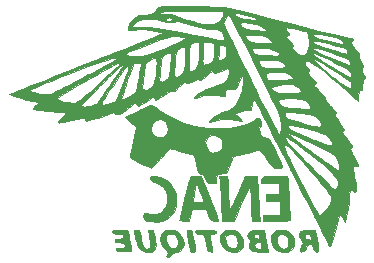
<source format=gbr>
G04 #@! TF.GenerationSoftware,KiCad,Pcbnew,(6.0.1)*
G04 #@! TF.CreationDate,2022-02-06T22:35:07+01:00*
G04 #@! TF.ProjectId,CartePrincipaleR1,43617274-6550-4726-996e-636970616c65,rev?*
G04 #@! TF.SameCoordinates,Original*
G04 #@! TF.FileFunction,Legend,Bot*
G04 #@! TF.FilePolarity,Positive*
%FSLAX46Y46*%
G04 Gerber Fmt 4.6, Leading zero omitted, Abs format (unit mm)*
G04 Created by KiCad (PCBNEW (6.0.1)) date 2022-02-06 22:35:07*
%MOMM*%
%LPD*%
G01*
G04 APERTURE LIST*
G04 Aperture macros list*
%AMRoundRect*
0 Rectangle with rounded corners*
0 $1 Rounding radius*
0 $2 $3 $4 $5 $6 $7 $8 $9 X,Y pos of 4 corners*
0 Add a 4 corners polygon primitive as box body*
4,1,4,$2,$3,$4,$5,$6,$7,$8,$9,$2,$3,0*
0 Add four circle primitives for the rounded corners*
1,1,$1+$1,$2,$3*
1,1,$1+$1,$4,$5*
1,1,$1+$1,$6,$7*
1,1,$1+$1,$8,$9*
0 Add four rect primitives between the rounded corners*
20,1,$1+$1,$2,$3,$4,$5,0*
20,1,$1+$1,$4,$5,$6,$7,0*
20,1,$1+$1,$6,$7,$8,$9,0*
20,1,$1+$1,$8,$9,$2,$3,0*%
G04 Aperture macros list end*
%ADD10C,0.010000*%
%ADD11C,1.524000*%
%ADD12C,3.200000*%
%ADD13R,1.530000X1.530000*%
%ADD14C,1.530000*%
%ADD15RoundRect,0.250000X-0.600000X0.600000X-0.600000X-0.600000X0.600000X-0.600000X0.600000X0.600000X0*%
%ADD16C,1.700000*%
%ADD17RoundRect,0.250000X-0.600000X-0.600000X0.600000X-0.600000X0.600000X0.600000X-0.600000X0.600000X0*%
G04 APERTURE END LIST*
D10*
X97947905Y-59033451D02*
X97721389Y-59128949D01*
X97721389Y-59128949D02*
X97402738Y-59271879D01*
X97402738Y-59271879D02*
X97022040Y-59448957D01*
X97022040Y-59448957D02*
X96886736Y-59513188D01*
X96886736Y-59513188D02*
X95808333Y-60027709D01*
X95808333Y-60027709D02*
X96736783Y-60853603D01*
X96736783Y-60853603D02*
X96484225Y-62106301D01*
X96484225Y-62106301D02*
X96396026Y-62548803D01*
X96396026Y-62548803D02*
X96321251Y-62933543D01*
X96321251Y-62933543D02*
X96265787Y-63229477D01*
X96265787Y-63229477D02*
X96235518Y-63405560D01*
X96235518Y-63405560D02*
X96231666Y-63438490D01*
X96231666Y-63438490D02*
X96302769Y-63507336D01*
X96302769Y-63507336D02*
X96491214Y-63626210D01*
X96491214Y-63626210D02*
X96759707Y-63776139D01*
X96759707Y-63776139D02*
X97070953Y-63938149D01*
X97070953Y-63938149D02*
X97387656Y-64093269D01*
X97387656Y-64093269D02*
X97672523Y-64222526D01*
X97672523Y-64222526D02*
X97888258Y-64306945D01*
X97888258Y-64306945D02*
X97982993Y-64329442D01*
X97982993Y-64329442D02*
X98089448Y-64268268D01*
X98089448Y-64268268D02*
X98276782Y-64098038D01*
X98276782Y-64098038D02*
X98520973Y-63842622D01*
X98520973Y-63842622D02*
X98798000Y-63525892D01*
X98798000Y-63525892D02*
X98829659Y-63488079D01*
X98829659Y-63488079D02*
X99163033Y-63102975D01*
X99163033Y-63102975D02*
X99420478Y-62837484D01*
X99420478Y-62837484D02*
X99594402Y-62698981D01*
X99594402Y-62698981D02*
X99660666Y-62680970D01*
X99660666Y-62680970D02*
X99789631Y-62718355D01*
X99789631Y-62718355D02*
X100043253Y-62791375D01*
X100043253Y-62791375D02*
X100383398Y-62889064D01*
X100383398Y-62889064D02*
X100726443Y-62987425D01*
X100726443Y-62987425D02*
X101665220Y-63256402D01*
X101665220Y-63256402D02*
X101856185Y-64048534D01*
X101856185Y-64048534D02*
X101948912Y-64417369D01*
X101948912Y-64417369D02*
X102021487Y-64650716D01*
X102021487Y-64650716D02*
X102088537Y-64778811D01*
X102088537Y-64778811D02*
X102164691Y-64831890D01*
X102164691Y-64831890D02*
X102239405Y-64840667D01*
X102239405Y-64840667D02*
X102377631Y-64879596D01*
X102377631Y-64879596D02*
X102489183Y-65020659D01*
X102489183Y-65020659D02*
X102577166Y-65221667D01*
X102577166Y-65221667D02*
X102671360Y-65448565D01*
X102671360Y-65448565D02*
X102766261Y-65560774D01*
X102766261Y-65560774D02*
X102921432Y-65598686D01*
X102921432Y-65598686D02*
X103139002Y-65602667D01*
X103139002Y-65602667D02*
X103555333Y-65602667D01*
X103555333Y-65602667D02*
X103555333Y-65221667D01*
X103555333Y-65221667D02*
X103562021Y-64987290D01*
X103562021Y-64987290D02*
X103605986Y-64874863D01*
X103605986Y-64874863D02*
X103723082Y-64837008D01*
X103723082Y-64837008D02*
X103851666Y-64830083D01*
X103851666Y-64830083D02*
X104109724Y-64814872D01*
X104109724Y-64814872D02*
X104287451Y-64771444D01*
X104287451Y-64771444D02*
X104415402Y-64670064D01*
X104415402Y-64670064D02*
X104524131Y-64480997D01*
X104524131Y-64480997D02*
X104644193Y-64174508D01*
X104644193Y-64174508D02*
X104707695Y-63997010D01*
X104707695Y-63997010D02*
X104947963Y-63320791D01*
X104947963Y-63320791D02*
X105415815Y-63227422D01*
X105415815Y-63227422D02*
X105754216Y-63151705D01*
X105754216Y-63151705D02*
X106156022Y-63050283D01*
X106156022Y-63050283D02*
X106463197Y-62965383D01*
X106463197Y-62965383D02*
X106766168Y-62887366D01*
X106766168Y-62887366D02*
X107013196Y-62842175D01*
X107013196Y-62842175D02*
X107152867Y-62839103D01*
X107152867Y-62839103D02*
X107155939Y-62840156D01*
X107155939Y-62840156D02*
X107249110Y-62922754D01*
X107249110Y-62922754D02*
X107415634Y-63113738D01*
X107415634Y-63113738D02*
X107630797Y-63383450D01*
X107630797Y-63383450D02*
X107838560Y-63659383D01*
X107838560Y-63659383D02*
X108086048Y-63993640D01*
X108086048Y-63993640D02*
X108260144Y-64212929D01*
X108260144Y-64212929D02*
X108387033Y-64339242D01*
X108387033Y-64339242D02*
X108492900Y-64394572D01*
X108492900Y-64394572D02*
X108603930Y-64400912D01*
X108603930Y-64400912D02*
X108704844Y-64386991D01*
X108704844Y-64386991D02*
X108926397Y-64333485D01*
X108926397Y-64333485D02*
X109072632Y-64266898D01*
X109072632Y-64266898D02*
X109080947Y-64259586D01*
X109080947Y-64259586D02*
X109076674Y-64152327D01*
X109076674Y-64152327D02*
X108996970Y-63910694D01*
X108996970Y-63910694D02*
X108847387Y-63549026D01*
X108847387Y-63549026D02*
X108633476Y-63081664D01*
X108633476Y-63081664D02*
X108588133Y-62986512D01*
X108588133Y-62986512D02*
X108366145Y-62529026D01*
X108366145Y-62529026D02*
X108261937Y-62325682D01*
X108261937Y-62325682D02*
X104060640Y-62325682D01*
X104060640Y-62325682D02*
X103990679Y-62657814D01*
X103990679Y-62657814D02*
X103797649Y-62905490D01*
X103797649Y-62905490D02*
X103516053Y-63046261D01*
X103516053Y-63046261D02*
X103180396Y-63057675D01*
X103180396Y-63057675D02*
X103008793Y-63010073D01*
X103008793Y-63010073D02*
X102854679Y-62879384D01*
X102854679Y-62879384D02*
X102718042Y-62648760D01*
X102718042Y-62648760D02*
X102634641Y-62386608D01*
X102634641Y-62386608D02*
X102624000Y-62273956D01*
X102624000Y-62273956D02*
X102696001Y-62012967D01*
X102696001Y-62012967D02*
X102876571Y-61768678D01*
X102876571Y-61768678D02*
X103112555Y-61607988D01*
X103112555Y-61607988D02*
X103167118Y-61590376D01*
X103167118Y-61590376D02*
X103455467Y-61589698D01*
X103455467Y-61589698D02*
X103749689Y-61695966D01*
X103749689Y-61695966D02*
X103947907Y-61859495D01*
X103947907Y-61859495D02*
X104022024Y-62038652D01*
X104022024Y-62038652D02*
X104059622Y-62288197D01*
X104059622Y-62288197D02*
X104060640Y-62325682D01*
X104060640Y-62325682D02*
X108261937Y-62325682D01*
X108261937Y-62325682D02*
X108199608Y-62204059D01*
X108199608Y-62204059D02*
X108074334Y-61989780D01*
X108074334Y-61989780D02*
X107976131Y-61864358D01*
X107976131Y-61864358D02*
X107890811Y-61805961D01*
X107890811Y-61805961D02*
X107812146Y-61792667D01*
X107812146Y-61792667D02*
X107496157Y-61726325D01*
X107496157Y-61726325D02*
X107281032Y-61524431D01*
X107281032Y-61524431D02*
X107208478Y-61368735D01*
X107208478Y-61368735D02*
X107160787Y-61077115D01*
X107160787Y-61077115D02*
X107170068Y-61044425D01*
X107170068Y-61044425D02*
X99445151Y-61044425D01*
X99445151Y-61044425D02*
X99376049Y-61380629D01*
X99376049Y-61380629D02*
X99193564Y-61624295D01*
X99193564Y-61624295D02*
X98934933Y-61760268D01*
X98934933Y-61760268D02*
X98637391Y-61773392D01*
X98637391Y-61773392D02*
X98338174Y-61648512D01*
X98338174Y-61648512D02*
X98214820Y-61545179D01*
X98214820Y-61545179D02*
X98012298Y-61250330D01*
X98012298Y-61250330D02*
X97978306Y-60942275D01*
X97978306Y-60942275D02*
X98112970Y-60625514D01*
X98112970Y-60625514D02*
X98186526Y-60529163D01*
X98186526Y-60529163D02*
X98451127Y-60320363D01*
X98451127Y-60320363D02*
X98740923Y-60255069D01*
X98740923Y-60255069D02*
X99020360Y-60318727D01*
X99020360Y-60318727D02*
X99253885Y-60496781D01*
X99253885Y-60496781D02*
X99405945Y-60774677D01*
X99405945Y-60774677D02*
X99445151Y-61044425D01*
X99445151Y-61044425D02*
X107170068Y-61044425D01*
X107170068Y-61044425D02*
X107226105Y-60847067D01*
X107226105Y-60847067D02*
X107304916Y-60765948D01*
X107304916Y-60765948D02*
X107326322Y-60664174D01*
X107326322Y-60664174D02*
X107293396Y-60479182D01*
X107293396Y-60479182D02*
X107227175Y-60279389D01*
X107227175Y-60279389D02*
X107148694Y-60133212D01*
X107148694Y-60133212D02*
X107099950Y-60099333D01*
X107099950Y-60099333D02*
X106999929Y-60140851D01*
X106999929Y-60140851D02*
X106804352Y-60248434D01*
X106804352Y-60248434D02*
X106611598Y-60364348D01*
X106611598Y-60364348D02*
X106108915Y-60605670D01*
X106108915Y-60605670D02*
X105466844Y-60797449D01*
X105466844Y-60797449D02*
X104709599Y-60933843D01*
X104709599Y-60933843D02*
X103962488Y-61003685D01*
X103962488Y-61003685D02*
X102807970Y-60986762D01*
X102807970Y-60986762D02*
X101680884Y-60803736D01*
X101680884Y-60803736D02*
X100587528Y-60456516D01*
X100587528Y-60456516D02*
X99534202Y-59947010D01*
X99534202Y-59947010D02*
X98709463Y-59412871D01*
X98709463Y-59412871D02*
X98436839Y-59221994D01*
X98436839Y-59221994D02*
X98211844Y-59077609D01*
X98211844Y-59077609D02*
X98072368Y-59003592D01*
X98072368Y-59003592D02*
X98052199Y-58998666D01*
X98052199Y-58998666D02*
X97947905Y-59033451D01*
X97947905Y-59033451D02*
X97947905Y-59033451D01*
G36*
X108588133Y-62986512D02*
G01*
X108633476Y-63081664D01*
X108847387Y-63549026D01*
X108996970Y-63910694D01*
X109076674Y-64152327D01*
X109080947Y-64259586D01*
X109072632Y-64266898D01*
X108926397Y-64333485D01*
X108704844Y-64386991D01*
X108603930Y-64400912D01*
X108492900Y-64394572D01*
X108387033Y-64339242D01*
X108260144Y-64212929D01*
X108086048Y-63993640D01*
X107838560Y-63659383D01*
X107630797Y-63383450D01*
X107415634Y-63113738D01*
X107249110Y-62922754D01*
X107155939Y-62840156D01*
X107152867Y-62839103D01*
X107013196Y-62842175D01*
X106766168Y-62887366D01*
X106463197Y-62965383D01*
X106156022Y-63050283D01*
X105754216Y-63151705D01*
X105415815Y-63227422D01*
X104947963Y-63320791D01*
X104707695Y-63997010D01*
X104644193Y-64174508D01*
X104524131Y-64480997D01*
X104415402Y-64670064D01*
X104287451Y-64771444D01*
X104109724Y-64814872D01*
X103851666Y-64830083D01*
X103723082Y-64837008D01*
X103605986Y-64874863D01*
X103562021Y-64987290D01*
X103555333Y-65221667D01*
X103555333Y-65602667D01*
X103139002Y-65602667D01*
X102921432Y-65598686D01*
X102766261Y-65560774D01*
X102671360Y-65448565D01*
X102577166Y-65221667D01*
X102489183Y-65020659D01*
X102377631Y-64879596D01*
X102239405Y-64840667D01*
X102164691Y-64831890D01*
X102088537Y-64778811D01*
X102021487Y-64650716D01*
X101948912Y-64417369D01*
X101856185Y-64048534D01*
X101665220Y-63256402D01*
X100726443Y-62987425D01*
X100383398Y-62889064D01*
X100043253Y-62791375D01*
X99789631Y-62718355D01*
X99660666Y-62680970D01*
X99594402Y-62698981D01*
X99420478Y-62837484D01*
X99163033Y-63102975D01*
X98829659Y-63488079D01*
X98798000Y-63525892D01*
X98520973Y-63842622D01*
X98276782Y-64098038D01*
X98089448Y-64268268D01*
X97982993Y-64329442D01*
X97888258Y-64306945D01*
X97672523Y-64222526D01*
X97387656Y-64093269D01*
X97070953Y-63938149D01*
X96759707Y-63776139D01*
X96491214Y-63626210D01*
X96302769Y-63507336D01*
X96231666Y-63438490D01*
X96235518Y-63405560D01*
X96265787Y-63229477D01*
X96321251Y-62933543D01*
X96396026Y-62548803D01*
X96450808Y-62273956D01*
X102624000Y-62273956D01*
X102634641Y-62386608D01*
X102718042Y-62648760D01*
X102854679Y-62879384D01*
X103008793Y-63010073D01*
X103180396Y-63057675D01*
X103516053Y-63046261D01*
X103797649Y-62905490D01*
X103990679Y-62657814D01*
X104060640Y-62325682D01*
X104059622Y-62288197D01*
X104022024Y-62038652D01*
X103947907Y-61859495D01*
X103749689Y-61695966D01*
X103455467Y-61589698D01*
X103167118Y-61590376D01*
X103112555Y-61607988D01*
X102876571Y-61768678D01*
X102696001Y-62012967D01*
X102624000Y-62273956D01*
X96450808Y-62273956D01*
X96484225Y-62106301D01*
X96718906Y-60942275D01*
X97978306Y-60942275D01*
X98012298Y-61250330D01*
X98214820Y-61545179D01*
X98338174Y-61648512D01*
X98637391Y-61773392D01*
X98934933Y-61760268D01*
X99193564Y-61624295D01*
X99376049Y-61380629D01*
X99445151Y-61044425D01*
X99405945Y-60774677D01*
X99253885Y-60496781D01*
X99020360Y-60318727D01*
X98740923Y-60255069D01*
X98451127Y-60320363D01*
X98186526Y-60529163D01*
X98112970Y-60625514D01*
X97978306Y-60942275D01*
X96718906Y-60942275D01*
X96736783Y-60853603D01*
X95808333Y-60027709D01*
X96886736Y-59513188D01*
X97022040Y-59448957D01*
X97402738Y-59271879D01*
X97721389Y-59128949D01*
X97947905Y-59033451D01*
X98052199Y-58998666D01*
X98072368Y-59003592D01*
X98211844Y-59077609D01*
X98436839Y-59221994D01*
X98709463Y-59412871D01*
X99534202Y-59947010D01*
X100587528Y-60456516D01*
X101680884Y-60803736D01*
X102807970Y-60986762D01*
X103962488Y-61003685D01*
X104709599Y-60933843D01*
X105466844Y-60797449D01*
X106108915Y-60605670D01*
X106611598Y-60364348D01*
X106804352Y-60248434D01*
X106999929Y-60140851D01*
X107099950Y-60099333D01*
X107148694Y-60133212D01*
X107227175Y-60279389D01*
X107293396Y-60479182D01*
X107326322Y-60664174D01*
X107304916Y-60765948D01*
X107226105Y-60847067D01*
X107170068Y-61044425D01*
X107160787Y-61077115D01*
X107208478Y-61368735D01*
X107281032Y-61524431D01*
X107496157Y-61726325D01*
X107812146Y-61792667D01*
X107890811Y-61805961D01*
X107976131Y-61864358D01*
X108074334Y-61989780D01*
X108199608Y-62204059D01*
X108261937Y-62325682D01*
X108366145Y-62529026D01*
X108588133Y-62986512D01*
G37*
X108588133Y-62986512D02*
X108633476Y-63081664D01*
X108847387Y-63549026D01*
X108996970Y-63910694D01*
X109076674Y-64152327D01*
X109080947Y-64259586D01*
X109072632Y-64266898D01*
X108926397Y-64333485D01*
X108704844Y-64386991D01*
X108603930Y-64400912D01*
X108492900Y-64394572D01*
X108387033Y-64339242D01*
X108260144Y-64212929D01*
X108086048Y-63993640D01*
X107838560Y-63659383D01*
X107630797Y-63383450D01*
X107415634Y-63113738D01*
X107249110Y-62922754D01*
X107155939Y-62840156D01*
X107152867Y-62839103D01*
X107013196Y-62842175D01*
X106766168Y-62887366D01*
X106463197Y-62965383D01*
X106156022Y-63050283D01*
X105754216Y-63151705D01*
X105415815Y-63227422D01*
X104947963Y-63320791D01*
X104707695Y-63997010D01*
X104644193Y-64174508D01*
X104524131Y-64480997D01*
X104415402Y-64670064D01*
X104287451Y-64771444D01*
X104109724Y-64814872D01*
X103851666Y-64830083D01*
X103723082Y-64837008D01*
X103605986Y-64874863D01*
X103562021Y-64987290D01*
X103555333Y-65221667D01*
X103555333Y-65602667D01*
X103139002Y-65602667D01*
X102921432Y-65598686D01*
X102766261Y-65560774D01*
X102671360Y-65448565D01*
X102577166Y-65221667D01*
X102489183Y-65020659D01*
X102377631Y-64879596D01*
X102239405Y-64840667D01*
X102164691Y-64831890D01*
X102088537Y-64778811D01*
X102021487Y-64650716D01*
X101948912Y-64417369D01*
X101856185Y-64048534D01*
X101665220Y-63256402D01*
X100726443Y-62987425D01*
X100383398Y-62889064D01*
X100043253Y-62791375D01*
X99789631Y-62718355D01*
X99660666Y-62680970D01*
X99594402Y-62698981D01*
X99420478Y-62837484D01*
X99163033Y-63102975D01*
X98829659Y-63488079D01*
X98798000Y-63525892D01*
X98520973Y-63842622D01*
X98276782Y-64098038D01*
X98089448Y-64268268D01*
X97982993Y-64329442D01*
X97888258Y-64306945D01*
X97672523Y-64222526D01*
X97387656Y-64093269D01*
X97070953Y-63938149D01*
X96759707Y-63776139D01*
X96491214Y-63626210D01*
X96302769Y-63507336D01*
X96231666Y-63438490D01*
X96235518Y-63405560D01*
X96265787Y-63229477D01*
X96321251Y-62933543D01*
X96396026Y-62548803D01*
X96450808Y-62273956D01*
X102624000Y-62273956D01*
X102634641Y-62386608D01*
X102718042Y-62648760D01*
X102854679Y-62879384D01*
X103008793Y-63010073D01*
X103180396Y-63057675D01*
X103516053Y-63046261D01*
X103797649Y-62905490D01*
X103990679Y-62657814D01*
X104060640Y-62325682D01*
X104059622Y-62288197D01*
X104022024Y-62038652D01*
X103947907Y-61859495D01*
X103749689Y-61695966D01*
X103455467Y-61589698D01*
X103167118Y-61590376D01*
X103112555Y-61607988D01*
X102876571Y-61768678D01*
X102696001Y-62012967D01*
X102624000Y-62273956D01*
X96450808Y-62273956D01*
X96484225Y-62106301D01*
X96718906Y-60942275D01*
X97978306Y-60942275D01*
X98012298Y-61250330D01*
X98214820Y-61545179D01*
X98338174Y-61648512D01*
X98637391Y-61773392D01*
X98934933Y-61760268D01*
X99193564Y-61624295D01*
X99376049Y-61380629D01*
X99445151Y-61044425D01*
X99405945Y-60774677D01*
X99253885Y-60496781D01*
X99020360Y-60318727D01*
X98740923Y-60255069D01*
X98451127Y-60320363D01*
X98186526Y-60529163D01*
X98112970Y-60625514D01*
X97978306Y-60942275D01*
X96718906Y-60942275D01*
X96736783Y-60853603D01*
X95808333Y-60027709D01*
X96886736Y-59513188D01*
X97022040Y-59448957D01*
X97402738Y-59271879D01*
X97721389Y-59128949D01*
X97947905Y-59033451D01*
X98052199Y-58998666D01*
X98072368Y-59003592D01*
X98211844Y-59077609D01*
X98436839Y-59221994D01*
X98709463Y-59412871D01*
X99534202Y-59947010D01*
X100587528Y-60456516D01*
X101680884Y-60803736D01*
X102807970Y-60986762D01*
X103962488Y-61003685D01*
X104709599Y-60933843D01*
X105466844Y-60797449D01*
X106108915Y-60605670D01*
X106611598Y-60364348D01*
X106804352Y-60248434D01*
X106999929Y-60140851D01*
X107099950Y-60099333D01*
X107148694Y-60133212D01*
X107227175Y-60279389D01*
X107293396Y-60479182D01*
X107326322Y-60664174D01*
X107304916Y-60765948D01*
X107226105Y-60847067D01*
X107170068Y-61044425D01*
X107160787Y-61077115D01*
X107208478Y-61368735D01*
X107281032Y-61524431D01*
X107496157Y-61726325D01*
X107812146Y-61792667D01*
X107890811Y-61805961D01*
X107976131Y-61864358D01*
X108074334Y-61989780D01*
X108199608Y-62204059D01*
X108261937Y-62325682D01*
X108366145Y-62529026D01*
X108588133Y-62986512D01*
X98101946Y-65018805D02*
X97997641Y-65066329D01*
X97997641Y-65066329D02*
X97968487Y-65184238D01*
X97968487Y-65184238D02*
X97967333Y-65253179D01*
X97967333Y-65253179D02*
X97987189Y-65415431D01*
X97987189Y-65415431D02*
X98079009Y-65499141D01*
X98079009Y-65499141D02*
X98291171Y-65548141D01*
X98291171Y-65548141D02*
X98293265Y-65548476D01*
X98293265Y-65548476D02*
X98703402Y-65691896D01*
X98703402Y-65691896D02*
X99026136Y-65960648D01*
X99026136Y-65960648D02*
X99248934Y-66328180D01*
X99248934Y-66328180D02*
X99359261Y-66767941D01*
X99359261Y-66767941D02*
X99344584Y-67253380D01*
X99344584Y-67253380D02*
X99258096Y-67592333D01*
X99258096Y-67592333D02*
X99061168Y-67958500D01*
X99061168Y-67958500D02*
X98770505Y-68189891D01*
X98770505Y-68189891D02*
X98381780Y-68288003D01*
X98381780Y-68288003D02*
X97890662Y-68254332D01*
X97890662Y-68254332D02*
X97565166Y-68177293D01*
X97565166Y-68177293D02*
X97437976Y-68159289D01*
X97437976Y-68159289D02*
X97384957Y-68231824D01*
X97384957Y-68231824D02*
X97374666Y-68420843D01*
X97374666Y-68420843D02*
X97397069Y-68633657D01*
X97397069Y-68633657D02*
X97495993Y-68749374D01*
X97495993Y-68749374D02*
X97641301Y-68811717D01*
X97641301Y-68811717D02*
X98025772Y-68888598D01*
X98025772Y-68888598D02*
X98476887Y-68895500D01*
X98476887Y-68895500D02*
X98913929Y-68835906D01*
X98913929Y-68835906D02*
X99195000Y-68744643D01*
X99195000Y-68744643D02*
X99634646Y-68455348D01*
X99634646Y-68455348D02*
X99948241Y-68058025D01*
X99948241Y-68058025D02*
X100127456Y-67566364D01*
X100127456Y-67566364D02*
X100168666Y-67144468D01*
X100168666Y-67144468D02*
X100099726Y-66585416D01*
X100099726Y-66585416D02*
X99906649Y-66075818D01*
X99906649Y-66075818D02*
X99610050Y-65639584D01*
X99610050Y-65639584D02*
X99230545Y-65300626D01*
X99230545Y-65300626D02*
X98788747Y-65082855D01*
X98788747Y-65082855D02*
X98328420Y-65010000D01*
X98328420Y-65010000D02*
X98101946Y-65018805D01*
X98101946Y-65018805D02*
X98101946Y-65018805D01*
G36*
X98788747Y-65082855D02*
G01*
X99230545Y-65300626D01*
X99610050Y-65639584D01*
X99906649Y-66075818D01*
X100099726Y-66585416D01*
X100168666Y-67144468D01*
X100127456Y-67566364D01*
X99948241Y-68058025D01*
X99634646Y-68455348D01*
X99195000Y-68744643D01*
X98913929Y-68835906D01*
X98476887Y-68895500D01*
X98025772Y-68888598D01*
X97641301Y-68811717D01*
X97495993Y-68749374D01*
X97397069Y-68633657D01*
X97374666Y-68420843D01*
X97384957Y-68231824D01*
X97437976Y-68159289D01*
X97565166Y-68177293D01*
X97890662Y-68254332D01*
X98381780Y-68288003D01*
X98770505Y-68189891D01*
X99061168Y-67958500D01*
X99258096Y-67592333D01*
X99344584Y-67253380D01*
X99359261Y-66767941D01*
X99248934Y-66328180D01*
X99026136Y-65960648D01*
X98703402Y-65691896D01*
X98293265Y-65548476D01*
X98291171Y-65548141D01*
X98079009Y-65499141D01*
X97987189Y-65415431D01*
X97967333Y-65253179D01*
X97968487Y-65184238D01*
X97997641Y-65066329D01*
X98101946Y-65018805D01*
X98328420Y-65010000D01*
X98788747Y-65082855D01*
G37*
X98788747Y-65082855D02*
X99230545Y-65300626D01*
X99610050Y-65639584D01*
X99906649Y-66075818D01*
X100099726Y-66585416D01*
X100168666Y-67144468D01*
X100127456Y-67566364D01*
X99948241Y-68058025D01*
X99634646Y-68455348D01*
X99195000Y-68744643D01*
X98913929Y-68835906D01*
X98476887Y-68895500D01*
X98025772Y-68888598D01*
X97641301Y-68811717D01*
X97495993Y-68749374D01*
X97397069Y-68633657D01*
X97374666Y-68420843D01*
X97384957Y-68231824D01*
X97437976Y-68159289D01*
X97565166Y-68177293D01*
X97890662Y-68254332D01*
X98381780Y-68288003D01*
X98770505Y-68189891D01*
X99061168Y-67958500D01*
X99258096Y-67592333D01*
X99344584Y-67253380D01*
X99359261Y-66767941D01*
X99248934Y-66328180D01*
X99026136Y-65960648D01*
X98703402Y-65691896D01*
X98293265Y-65548476D01*
X98291171Y-65548141D01*
X98079009Y-65499141D01*
X97987189Y-65415431D01*
X97967333Y-65253179D01*
X97968487Y-65184238D01*
X97997641Y-65066329D01*
X98101946Y-65018805D01*
X98328420Y-65010000D01*
X98788747Y-65082855D01*
X110986465Y-69633330D02*
X110784937Y-69667332D01*
X110784937Y-69667332D02*
X110663270Y-69736858D01*
X110663270Y-69736858D02*
X110618170Y-69788682D01*
X110618170Y-69788682D02*
X110511627Y-69999411D01*
X110511627Y-69999411D02*
X110544139Y-70189118D01*
X110544139Y-70189118D02*
X110704056Y-70388420D01*
X110704056Y-70388420D02*
X110837775Y-70543924D01*
X110837775Y-70543924D02*
X110858532Y-70672993D01*
X110858532Y-70672993D02*
X110797368Y-70829071D01*
X110797368Y-70829071D02*
X110693170Y-71071152D01*
X110693170Y-71071152D02*
X110625918Y-71260536D01*
X110625918Y-71260536D02*
X110603268Y-71399172D01*
X110603268Y-71399172D02*
X110681485Y-71438694D01*
X110681485Y-71438694D02*
X110800751Y-71429869D01*
X110800751Y-71429869D02*
X110981713Y-71367231D01*
X110981713Y-71367231D02*
X111097428Y-71201303D01*
X111097428Y-71201303D02*
X111133000Y-71106000D01*
X111133000Y-71106000D02*
X111241814Y-70886171D01*
X111241814Y-70886171D02*
X111398483Y-70792388D01*
X111398483Y-70792388D02*
X111449264Y-70783673D01*
X111449264Y-70783673D02*
X111591586Y-70785986D01*
X111591586Y-70785986D02*
X111669098Y-70866221D01*
X111669098Y-70866221D02*
X111719008Y-71067245D01*
X111719008Y-71067245D02*
X111724851Y-71101173D01*
X111724851Y-71101173D02*
X111778260Y-71324416D01*
X111778260Y-71324416D02*
X111860082Y-71423752D01*
X111860082Y-71423752D02*
X111987109Y-71444667D01*
X111987109Y-71444667D02*
X112144882Y-71406187D01*
X112144882Y-71406187D02*
X112187586Y-71264238D01*
X112187586Y-71264238D02*
X112187461Y-71254167D01*
X112187461Y-71254167D02*
X112168939Y-71085575D01*
X112168939Y-71085575D02*
X112123027Y-70803549D01*
X112123027Y-70803549D02*
X112058442Y-70460095D01*
X112058442Y-70460095D02*
X112044932Y-70393463D01*
X112044932Y-70393463D02*
X111576522Y-70393463D01*
X111576522Y-70393463D02*
X111479154Y-70422004D01*
X111479154Y-70422004D02*
X111334944Y-70413718D01*
X111334944Y-70413718D02*
X111132963Y-70371744D01*
X111132963Y-70371744D02*
X111044083Y-70268038D01*
X111044083Y-70268038D02*
X111021543Y-70153500D01*
X111021543Y-70153500D02*
X111022197Y-69990503D01*
X111022197Y-69990503D02*
X111108677Y-69928912D01*
X111108677Y-69928912D02*
X111254376Y-69920667D01*
X111254376Y-69920667D02*
X111456127Y-69956107D01*
X111456127Y-69956107D02*
X111514000Y-70040742D01*
X111514000Y-70040742D02*
X111543619Y-70225122D01*
X111543619Y-70225122D02*
X111567778Y-70300960D01*
X111567778Y-70300960D02*
X111576522Y-70393463D01*
X111576522Y-70393463D02*
X112044932Y-70393463D01*
X112044932Y-70393463D02*
X112034902Y-70344000D01*
X112034902Y-70344000D02*
X111886216Y-69624333D01*
X111886216Y-69624333D02*
X111312279Y-69624333D01*
X111312279Y-69624333D02*
X110986465Y-69633330D01*
X110986465Y-69633330D02*
X110986465Y-69633330D01*
G36*
X112123027Y-70803549D02*
G01*
X112168939Y-71085575D01*
X112187461Y-71254167D01*
X112187586Y-71264238D01*
X112144882Y-71406187D01*
X111987109Y-71444667D01*
X111860082Y-71423752D01*
X111778260Y-71324416D01*
X111724851Y-71101173D01*
X111719008Y-71067245D01*
X111669098Y-70866221D01*
X111591586Y-70785986D01*
X111449264Y-70783673D01*
X111398483Y-70792388D01*
X111241814Y-70886171D01*
X111133000Y-71106000D01*
X111097428Y-71201303D01*
X110981713Y-71367231D01*
X110800751Y-71429869D01*
X110681485Y-71438694D01*
X110603268Y-71399172D01*
X110625918Y-71260536D01*
X110693170Y-71071152D01*
X110797368Y-70829071D01*
X110858532Y-70672993D01*
X110837775Y-70543924D01*
X110704056Y-70388420D01*
X110544139Y-70189118D01*
X110538035Y-70153500D01*
X111021543Y-70153500D01*
X111044083Y-70268038D01*
X111132963Y-70371744D01*
X111334944Y-70413718D01*
X111479154Y-70422004D01*
X111576522Y-70393463D01*
X111567778Y-70300960D01*
X111543619Y-70225122D01*
X111514000Y-70040742D01*
X111456127Y-69956107D01*
X111254376Y-69920667D01*
X111108677Y-69928912D01*
X111022197Y-69990503D01*
X111021543Y-70153500D01*
X110538035Y-70153500D01*
X110511627Y-69999411D01*
X110618170Y-69788682D01*
X110663270Y-69736858D01*
X110784937Y-69667332D01*
X110986465Y-69633330D01*
X111312279Y-69624333D01*
X111886216Y-69624333D01*
X112034902Y-70344000D01*
X112044932Y-70393463D01*
X112058442Y-70460095D01*
X112123027Y-70803549D01*
G37*
X112123027Y-70803549D02*
X112168939Y-71085575D01*
X112187461Y-71254167D01*
X112187586Y-71264238D01*
X112144882Y-71406187D01*
X111987109Y-71444667D01*
X111860082Y-71423752D01*
X111778260Y-71324416D01*
X111724851Y-71101173D01*
X111719008Y-71067245D01*
X111669098Y-70866221D01*
X111591586Y-70785986D01*
X111449264Y-70783673D01*
X111398483Y-70792388D01*
X111241814Y-70886171D01*
X111133000Y-71106000D01*
X111097428Y-71201303D01*
X110981713Y-71367231D01*
X110800751Y-71429869D01*
X110681485Y-71438694D01*
X110603268Y-71399172D01*
X110625918Y-71260536D01*
X110693170Y-71071152D01*
X110797368Y-70829071D01*
X110858532Y-70672993D01*
X110837775Y-70543924D01*
X110704056Y-70388420D01*
X110544139Y-70189118D01*
X110538035Y-70153500D01*
X111021543Y-70153500D01*
X111044083Y-70268038D01*
X111132963Y-70371744D01*
X111334944Y-70413718D01*
X111479154Y-70422004D01*
X111576522Y-70393463D01*
X111567778Y-70300960D01*
X111543619Y-70225122D01*
X111514000Y-70040742D01*
X111456127Y-69956107D01*
X111254376Y-69920667D01*
X111108677Y-69928912D01*
X111022197Y-69990503D01*
X111021543Y-70153500D01*
X110538035Y-70153500D01*
X110511627Y-69999411D01*
X110618170Y-69788682D01*
X110663270Y-69736858D01*
X110784937Y-69667332D01*
X110986465Y-69633330D01*
X111312279Y-69624333D01*
X111886216Y-69624333D01*
X112034902Y-70344000D01*
X112044932Y-70393463D01*
X112058442Y-70460095D01*
X112123027Y-70803549D01*
X101239267Y-65450326D02*
X101165275Y-65718216D01*
X101165275Y-65718216D02*
X101069277Y-66081528D01*
X101069277Y-66081528D02*
X100958952Y-66509410D01*
X100958952Y-66509410D02*
X100841976Y-66971012D01*
X100841976Y-66971012D02*
X100726029Y-67435482D01*
X100726029Y-67435482D02*
X100618788Y-67871969D01*
X100618788Y-67871969D02*
X100527931Y-68249621D01*
X100527931Y-68249621D02*
X100461136Y-68537589D01*
X100461136Y-68537589D02*
X100426082Y-68705020D01*
X100426082Y-68705020D02*
X100422666Y-68731523D01*
X100422666Y-68731523D02*
X100499123Y-68783215D01*
X100499123Y-68783215D02*
X100696214Y-68814869D01*
X100696214Y-68814869D02*
X100838055Y-68820000D01*
X100838055Y-68820000D02*
X101253443Y-68820000D01*
X101253443Y-68820000D02*
X101309312Y-68413784D01*
X101309312Y-68413784D02*
X101360362Y-68105974D01*
X101360362Y-68105974D02*
X101434751Y-67923198D01*
X101434751Y-67923198D02*
X101571256Y-67835528D01*
X101571256Y-67835528D02*
X101808653Y-67813037D01*
X101808653Y-67813037D02*
X102077375Y-67820988D01*
X102077375Y-67820988D02*
X102658591Y-67846333D01*
X102658591Y-67846333D02*
X102835869Y-68312000D01*
X102835869Y-68312000D02*
X102943161Y-68574504D01*
X102943161Y-68574504D02*
X103038975Y-68719425D01*
X103038975Y-68719425D02*
X103167313Y-68789167D01*
X103167313Y-68789167D02*
X103368907Y-68825692D01*
X103368907Y-68825692D02*
X103586117Y-68844957D01*
X103586117Y-68844957D02*
X103711997Y-68836657D01*
X103711997Y-68836657D02*
X103724639Y-68825692D01*
X103724639Y-68825692D02*
X103694443Y-68736839D01*
X103694443Y-68736839D02*
X103609689Y-68513258D01*
X103609689Y-68513258D02*
X103479099Y-68177287D01*
X103479099Y-68177287D02*
X103311398Y-67751262D01*
X103311398Y-67751262D02*
X103115308Y-67257521D01*
X103115308Y-67257521D02*
X103092756Y-67201090D01*
X103092756Y-67201090D02*
X102414898Y-67201090D01*
X102414898Y-67201090D02*
X102413175Y-67209971D01*
X102413175Y-67209971D02*
X102313611Y-67247385D01*
X102313611Y-67247385D02*
X102118358Y-67260553D01*
X102118358Y-67260553D02*
X101888894Y-67252448D01*
X101888894Y-67252448D02*
X101686695Y-67226042D01*
X101686695Y-67226042D02*
X101573238Y-67184306D01*
X101573238Y-67184306D02*
X101565695Y-67169000D01*
X101565695Y-67169000D02*
X101579366Y-66994635D01*
X101579366Y-66994635D02*
X101615048Y-66734621D01*
X101615048Y-66734621D02*
X101664868Y-66431698D01*
X101664868Y-66431698D02*
X101720951Y-66128604D01*
X101720951Y-66128604D02*
X101775421Y-65868080D01*
X101775421Y-65868080D02*
X101820404Y-65692865D01*
X101820404Y-65692865D02*
X101846709Y-65643820D01*
X101846709Y-65643820D02*
X101905100Y-65749863D01*
X101905100Y-65749863D02*
X101997023Y-65966432D01*
X101997023Y-65966432D02*
X102106916Y-66250495D01*
X102106916Y-66250495D02*
X102219213Y-66559024D01*
X102219213Y-66559024D02*
X102318352Y-66848986D01*
X102318352Y-66848986D02*
X102388769Y-67077352D01*
X102388769Y-67077352D02*
X102414898Y-67201090D01*
X102414898Y-67201090D02*
X103092756Y-67201090D01*
X103092756Y-67201090D02*
X102978419Y-66915000D01*
X102978419Y-66915000D02*
X102232227Y-65052333D01*
X102232227Y-65052333D02*
X101800335Y-65026992D01*
X101800335Y-65026992D02*
X101368442Y-65001651D01*
X101368442Y-65001651D02*
X101239267Y-65450326D01*
X101239267Y-65450326D02*
X101239267Y-65450326D01*
G36*
X103311398Y-67751262D02*
G01*
X103479099Y-68177287D01*
X103609689Y-68513258D01*
X103694443Y-68736839D01*
X103724639Y-68825692D01*
X103711997Y-68836657D01*
X103586117Y-68844957D01*
X103368907Y-68825692D01*
X103167313Y-68789167D01*
X103038975Y-68719425D01*
X102943161Y-68574504D01*
X102835869Y-68312000D01*
X102658591Y-67846333D01*
X102077375Y-67820988D01*
X101808653Y-67813037D01*
X101571256Y-67835528D01*
X101434751Y-67923198D01*
X101360362Y-68105974D01*
X101309312Y-68413784D01*
X101253443Y-68820000D01*
X100838055Y-68820000D01*
X100696214Y-68814869D01*
X100499123Y-68783215D01*
X100422666Y-68731523D01*
X100426082Y-68705020D01*
X100461136Y-68537589D01*
X100527931Y-68249621D01*
X100618788Y-67871969D01*
X100726029Y-67435482D01*
X100792552Y-67169000D01*
X101565695Y-67169000D01*
X101573238Y-67184306D01*
X101686695Y-67226042D01*
X101888894Y-67252448D01*
X102118358Y-67260553D01*
X102313611Y-67247385D01*
X102413175Y-67209971D01*
X102414898Y-67201090D01*
X102388769Y-67077352D01*
X102318352Y-66848986D01*
X102219213Y-66559024D01*
X102106916Y-66250495D01*
X101997023Y-65966432D01*
X101905100Y-65749863D01*
X101846709Y-65643820D01*
X101820404Y-65692865D01*
X101775421Y-65868080D01*
X101720951Y-66128604D01*
X101664868Y-66431698D01*
X101615048Y-66734621D01*
X101579366Y-66994635D01*
X101565695Y-67169000D01*
X100792552Y-67169000D01*
X100841976Y-66971012D01*
X100958952Y-66509410D01*
X101069277Y-66081528D01*
X101165275Y-65718216D01*
X101239267Y-65450326D01*
X101368442Y-65001651D01*
X101800335Y-65026992D01*
X102232227Y-65052333D01*
X102978419Y-66915000D01*
X103092756Y-67201090D01*
X103115308Y-67257521D01*
X103311398Y-67751262D01*
G37*
X103311398Y-67751262D02*
X103479099Y-68177287D01*
X103609689Y-68513258D01*
X103694443Y-68736839D01*
X103724639Y-68825692D01*
X103711997Y-68836657D01*
X103586117Y-68844957D01*
X103368907Y-68825692D01*
X103167313Y-68789167D01*
X103038975Y-68719425D01*
X102943161Y-68574504D01*
X102835869Y-68312000D01*
X102658591Y-67846333D01*
X102077375Y-67820988D01*
X101808653Y-67813037D01*
X101571256Y-67835528D01*
X101434751Y-67923198D01*
X101360362Y-68105974D01*
X101309312Y-68413784D01*
X101253443Y-68820000D01*
X100838055Y-68820000D01*
X100696214Y-68814869D01*
X100499123Y-68783215D01*
X100422666Y-68731523D01*
X100426082Y-68705020D01*
X100461136Y-68537589D01*
X100527931Y-68249621D01*
X100618788Y-67871969D01*
X100726029Y-67435482D01*
X100792552Y-67169000D01*
X101565695Y-67169000D01*
X101573238Y-67184306D01*
X101686695Y-67226042D01*
X101888894Y-67252448D01*
X102118358Y-67260553D01*
X102313611Y-67247385D01*
X102413175Y-67209971D01*
X102414898Y-67201090D01*
X102388769Y-67077352D01*
X102318352Y-66848986D01*
X102219213Y-66559024D01*
X102106916Y-66250495D01*
X101997023Y-65966432D01*
X101905100Y-65749863D01*
X101846709Y-65643820D01*
X101820404Y-65692865D01*
X101775421Y-65868080D01*
X101720951Y-66128604D01*
X101664868Y-66431698D01*
X101615048Y-66734621D01*
X101579366Y-66994635D01*
X101565695Y-67169000D01*
X100792552Y-67169000D01*
X100841976Y-66971012D01*
X100958952Y-66509410D01*
X101069277Y-66081528D01*
X101165275Y-65718216D01*
X101239267Y-65450326D01*
X101368442Y-65001651D01*
X101800335Y-65026992D01*
X102232227Y-65052333D01*
X102978419Y-66915000D01*
X103092756Y-67201090D01*
X103115308Y-67257521D01*
X103311398Y-67751262D01*
X106001494Y-65052333D02*
X105352324Y-66508648D01*
X105352324Y-66508648D02*
X105121951Y-67013070D01*
X105121951Y-67013070D02*
X104927649Y-67413503D01*
X104927649Y-67413503D02*
X104776774Y-67695981D01*
X104776774Y-67695981D02*
X104676686Y-67846541D01*
X104676686Y-67846541D02*
X104638540Y-67863314D01*
X104638540Y-67863314D02*
X104611090Y-67739557D01*
X104611090Y-67739557D02*
X104589155Y-67488012D01*
X104589155Y-67488012D02*
X104575595Y-67150207D01*
X104575595Y-67150207D02*
X104572630Y-66906253D01*
X104572630Y-66906253D02*
X104566296Y-66469395D01*
X104566296Y-66469395D02*
X104550465Y-66028240D01*
X104550465Y-66028240D02*
X104528023Y-65654099D01*
X104528023Y-65654099D02*
X104516939Y-65530420D01*
X104516939Y-65530420D02*
X104462544Y-65010000D01*
X104462544Y-65010000D02*
X103789822Y-65010000D01*
X103789822Y-65010000D02*
X103838955Y-65454500D01*
X103838955Y-65454500D02*
X103858793Y-65689890D01*
X103858793Y-65689890D02*
X103882065Y-66055013D01*
X103882065Y-66055013D02*
X103906587Y-66510358D01*
X103906587Y-66510358D02*
X103930179Y-67016418D01*
X103930179Y-67016418D02*
X103944197Y-67359500D01*
X103944197Y-67359500D02*
X104000306Y-68820000D01*
X104000306Y-68820000D02*
X104518653Y-68817724D01*
X104518653Y-68817724D02*
X105037000Y-68815447D01*
X105037000Y-68815447D02*
X105267599Y-68288557D01*
X105267599Y-68288557D02*
X105397000Y-67991916D01*
X105397000Y-67991916D02*
X105569099Y-67596049D01*
X105569099Y-67596049D02*
X105759472Y-67157190D01*
X105759472Y-67157190D02*
X105909997Y-66809509D01*
X105909997Y-66809509D02*
X106071249Y-66450775D01*
X106071249Y-66450775D02*
X106212291Y-66163165D01*
X106212291Y-66163165D02*
X106318655Y-65974383D01*
X106318655Y-65974383D02*
X106375876Y-65912136D01*
X106375876Y-65912136D02*
X106377898Y-65913453D01*
X106377898Y-65913453D02*
X106405147Y-66019009D01*
X106405147Y-66019009D02*
X106427716Y-66249554D01*
X106427716Y-66249554D02*
X106441677Y-66560746D01*
X106441677Y-66560746D02*
X106443477Y-66653944D01*
X106443477Y-66653944D02*
X106454934Y-67083162D01*
X106454934Y-67083162D02*
X106476380Y-67581489D01*
X106476380Y-67581489D02*
X106503442Y-68049313D01*
X106503442Y-68049313D02*
X106506977Y-68100333D01*
X106506977Y-68100333D02*
X106561000Y-68862333D01*
X106561000Y-68862333D02*
X106888041Y-68835487D01*
X106888041Y-68835487D02*
X107215082Y-68808640D01*
X107215082Y-68808640D02*
X107164793Y-68115820D01*
X107164793Y-68115820D02*
X107141608Y-67762421D01*
X107141608Y-67762421D02*
X107114603Y-67297577D01*
X107114603Y-67297577D02*
X107086971Y-66779034D01*
X107086971Y-66779034D02*
X107061907Y-66264534D01*
X107061907Y-66264534D02*
X107059539Y-66212746D01*
X107059539Y-66212746D02*
X107004574Y-65002493D01*
X107004574Y-65002493D02*
X106001494Y-65052333D01*
X106001494Y-65052333D02*
X106001494Y-65052333D01*
G36*
X107059539Y-66212746D02*
G01*
X107061907Y-66264534D01*
X107086971Y-66779034D01*
X107114603Y-67297577D01*
X107141608Y-67762421D01*
X107164793Y-68115820D01*
X107215082Y-68808640D01*
X106888041Y-68835487D01*
X106561000Y-68862333D01*
X106506977Y-68100333D01*
X106503442Y-68049313D01*
X106476380Y-67581489D01*
X106454934Y-67083162D01*
X106443477Y-66653944D01*
X106441677Y-66560746D01*
X106427716Y-66249554D01*
X106405147Y-66019009D01*
X106377898Y-65913453D01*
X106375876Y-65912136D01*
X106318655Y-65974383D01*
X106212291Y-66163165D01*
X106071249Y-66450775D01*
X105909997Y-66809509D01*
X105759472Y-67157190D01*
X105569099Y-67596049D01*
X105397000Y-67991916D01*
X105267599Y-68288557D01*
X105037000Y-68815447D01*
X104518653Y-68817724D01*
X104000306Y-68820000D01*
X103944197Y-67359500D01*
X103930179Y-67016418D01*
X103906587Y-66510358D01*
X103882065Y-66055013D01*
X103858793Y-65689890D01*
X103838955Y-65454500D01*
X103789822Y-65010000D01*
X104462544Y-65010000D01*
X104516939Y-65530420D01*
X104528023Y-65654099D01*
X104550465Y-66028240D01*
X104566296Y-66469395D01*
X104572630Y-66906253D01*
X104575595Y-67150207D01*
X104589155Y-67488012D01*
X104611090Y-67739557D01*
X104638540Y-67863314D01*
X104676686Y-67846541D01*
X104776774Y-67695981D01*
X104927649Y-67413503D01*
X105121951Y-67013070D01*
X105352324Y-66508648D01*
X106001494Y-65052333D01*
X107004574Y-65002493D01*
X107059539Y-66212746D01*
G37*
X107059539Y-66212746D02*
X107061907Y-66264534D01*
X107086971Y-66779034D01*
X107114603Y-67297577D01*
X107141608Y-67762421D01*
X107164793Y-68115820D01*
X107215082Y-68808640D01*
X106888041Y-68835487D01*
X106561000Y-68862333D01*
X106506977Y-68100333D01*
X106503442Y-68049313D01*
X106476380Y-67581489D01*
X106454934Y-67083162D01*
X106443477Y-66653944D01*
X106441677Y-66560746D01*
X106427716Y-66249554D01*
X106405147Y-66019009D01*
X106377898Y-65913453D01*
X106375876Y-65912136D01*
X106318655Y-65974383D01*
X106212291Y-66163165D01*
X106071249Y-66450775D01*
X105909997Y-66809509D01*
X105759472Y-67157190D01*
X105569099Y-67596049D01*
X105397000Y-67991916D01*
X105267599Y-68288557D01*
X105037000Y-68815447D01*
X104518653Y-68817724D01*
X104000306Y-68820000D01*
X103944197Y-67359500D01*
X103930179Y-67016418D01*
X103906587Y-66510358D01*
X103882065Y-66055013D01*
X103858793Y-65689890D01*
X103838955Y-65454500D01*
X103789822Y-65010000D01*
X104462544Y-65010000D01*
X104516939Y-65530420D01*
X104528023Y-65654099D01*
X104550465Y-66028240D01*
X104566296Y-66469395D01*
X104572630Y-66906253D01*
X104575595Y-67150207D01*
X104589155Y-67488012D01*
X104611090Y-67739557D01*
X104638540Y-67863314D01*
X104676686Y-67846541D01*
X104776774Y-67695981D01*
X104927649Y-67413503D01*
X105121951Y-67013070D01*
X105352324Y-66508648D01*
X106001494Y-65052333D01*
X107004574Y-65002493D01*
X107059539Y-66212746D01*
X99798419Y-50627586D02*
X99319530Y-50645245D01*
X99319530Y-50645245D02*
X99019634Y-50669737D01*
X99019634Y-50669737D02*
X98731698Y-50723742D01*
X98731698Y-50723742D02*
X98550028Y-50819344D01*
X98550028Y-50819344D02*
X98429797Y-50960099D01*
X98429797Y-50960099D02*
X98199761Y-51205814D01*
X98199761Y-51205814D02*
X97896881Y-51339436D01*
X97896881Y-51339436D02*
X97494963Y-51378667D01*
X97494963Y-51378667D02*
X97006060Y-51444671D01*
X97006060Y-51444671D02*
X96595560Y-51633366D01*
X96595560Y-51633366D02*
X96390262Y-51812255D01*
X96390262Y-51812255D02*
X96272004Y-51985526D01*
X96272004Y-51985526D02*
X96157672Y-52216070D01*
X96157672Y-52216070D02*
X96069010Y-52449063D01*
X96069010Y-52449063D02*
X96027763Y-52629683D01*
X96027763Y-52629683D02*
X96039559Y-52696448D01*
X96039559Y-52696448D02*
X96135566Y-52701765D01*
X96135566Y-52701765D02*
X96347229Y-52678301D01*
X96347229Y-52678301D02*
X96567506Y-52642024D01*
X96567506Y-52642024D02*
X96956471Y-52606394D01*
X96956471Y-52606394D02*
X97432254Y-52615425D01*
X97432254Y-52615425D02*
X97931821Y-52663010D01*
X97931821Y-52663010D02*
X98392136Y-52743041D01*
X98392136Y-52743041D02*
X98750167Y-52849412D01*
X98750167Y-52849412D02*
X98762851Y-52854715D01*
X98762851Y-52854715D02*
X99025666Y-52966504D01*
X99025666Y-52966504D02*
X98814000Y-53052254D01*
X98814000Y-53052254D02*
X98615905Y-53131502D01*
X98615905Y-53131502D02*
X98285365Y-53262596D01*
X98285365Y-53262596D02*
X97847599Y-53435618D01*
X97847599Y-53435618D02*
X97327829Y-53640647D01*
X97327829Y-53640647D02*
X96751274Y-53867764D01*
X96751274Y-53867764D02*
X96143156Y-54107050D01*
X96143156Y-54107050D02*
X95528695Y-54348585D01*
X95528695Y-54348585D02*
X94933111Y-54582451D01*
X94933111Y-54582451D02*
X94381625Y-54798726D01*
X94381625Y-54798726D02*
X93899458Y-54987493D01*
X93899458Y-54987493D02*
X93511831Y-55138831D01*
X93511831Y-55138831D02*
X93268333Y-55233408D01*
X93268333Y-55233408D02*
X92849761Y-55395947D01*
X92849761Y-55395947D02*
X92338776Y-55595550D01*
X92338776Y-55595550D02*
X91755247Y-55824356D01*
X91755247Y-55824356D02*
X91119043Y-56074502D01*
X91119043Y-56074502D02*
X90450030Y-56338125D01*
X90450030Y-56338125D02*
X89768079Y-56607363D01*
X89768079Y-56607363D02*
X89093056Y-56874353D01*
X89093056Y-56874353D02*
X88444830Y-57131231D01*
X88444830Y-57131231D02*
X87843269Y-57370137D01*
X87843269Y-57370137D02*
X87308242Y-57583206D01*
X87308242Y-57583206D02*
X86859617Y-57762577D01*
X86859617Y-57762577D02*
X86517262Y-57900386D01*
X86517262Y-57900386D02*
X86301045Y-57988771D01*
X86301045Y-57988771D02*
X86241000Y-58014410D01*
X86241000Y-58014410D02*
X85987000Y-58129675D01*
X85987000Y-58129675D02*
X86664333Y-58341597D01*
X86664333Y-58341597D02*
X87077085Y-58460932D01*
X87077085Y-58460932D02*
X87519545Y-58573598D01*
X87519545Y-58573598D02*
X87898880Y-58656025D01*
X87898880Y-58656025D02*
X87913166Y-58658680D01*
X87913166Y-58658680D02*
X88197679Y-58716138D01*
X88197679Y-58716138D02*
X88402373Y-58767217D01*
X88402373Y-58767217D02*
X88484533Y-58801200D01*
X88484533Y-58801200D02*
X88484666Y-58802053D01*
X88484666Y-58802053D02*
X88426237Y-58875322D01*
X88426237Y-58875322D02*
X88280567Y-59011131D01*
X88280567Y-59011131D02*
X88225558Y-59058291D01*
X88225558Y-59058291D02*
X88078861Y-59209171D01*
X88078861Y-59209171D02*
X88026251Y-59322048D01*
X88026251Y-59322048D02*
X88035058Y-59343081D01*
X88035058Y-59343081D02*
X88150647Y-59383599D01*
X88150647Y-59383599D02*
X88397214Y-59429516D01*
X88397214Y-59429516D02*
X88736680Y-59476581D01*
X88736680Y-59476581D02*
X89130965Y-59520546D01*
X89130965Y-59520546D02*
X89541989Y-59557159D01*
X89541989Y-59557159D02*
X89931673Y-59582172D01*
X89931673Y-59582172D02*
X90259329Y-59591333D01*
X90259329Y-59591333D02*
X90528248Y-59602280D01*
X90528248Y-59602280D02*
X90713465Y-59630747D01*
X90713465Y-59630747D02*
X90770666Y-59664080D01*
X90770666Y-59664080D02*
X90718608Y-59761485D01*
X90718608Y-59761485D02*
X90583226Y-59941638D01*
X90583226Y-59941638D02*
X90424804Y-60129746D01*
X90424804Y-60129746D02*
X90263381Y-60331343D01*
X90263381Y-60331343D02*
X90180769Y-60472770D01*
X90180769Y-60472770D02*
X90191971Y-60521777D01*
X90191971Y-60521777D02*
X90315140Y-60505084D01*
X90315140Y-60505084D02*
X90567459Y-60460265D01*
X90567459Y-60460265D02*
X90912386Y-60394115D01*
X90912386Y-60394115D02*
X91313377Y-60313428D01*
X91313377Y-60313428D02*
X91321000Y-60311860D01*
X91321000Y-60311860D02*
X91782860Y-60217071D01*
X91782860Y-60217071D02*
X92102970Y-60153989D01*
X92102970Y-60153989D02*
X92305549Y-60120753D01*
X92305549Y-60120753D02*
X92414819Y-60115499D01*
X92414819Y-60115499D02*
X92455001Y-60136367D01*
X92455001Y-60136367D02*
X92450316Y-60181493D01*
X92450316Y-60181493D02*
X92433382Y-60226333D01*
X92433382Y-60226333D02*
X92447532Y-60333234D01*
X92447532Y-60333234D02*
X92531859Y-60353333D01*
X92531859Y-60353333D02*
X92736229Y-60324885D01*
X92736229Y-60324885D02*
X93050794Y-60249026D01*
X93050794Y-60249026D02*
X93428032Y-60139983D01*
X93428032Y-60139983D02*
X93820421Y-60011984D01*
X93820421Y-60011984D02*
X94180442Y-59879257D01*
X94180442Y-59879257D02*
X94344940Y-59810505D01*
X94344940Y-59810505D02*
X94613958Y-59697057D01*
X94613958Y-59697057D02*
X94771487Y-59652698D01*
X94771487Y-59652698D02*
X94857944Y-59671698D01*
X94857944Y-59671698D02*
X94904516Y-59731182D01*
X94904516Y-59731182D02*
X95039809Y-59812709D01*
X95039809Y-59812709D02*
X95278826Y-59766405D01*
X95278826Y-59766405D02*
X95616560Y-59594256D01*
X95616560Y-59594256D02*
X96048006Y-59298246D01*
X96048006Y-59298246D02*
X96104666Y-59255390D01*
X96104666Y-59255390D02*
X96411467Y-59025773D01*
X96411467Y-59025773D02*
X96609710Y-58892826D01*
X96609710Y-58892826D02*
X96722268Y-58846448D01*
X96722268Y-58846448D02*
X96772014Y-58876540D01*
X96772014Y-58876540D02*
X96782000Y-58956333D01*
X96782000Y-58956333D02*
X96829941Y-59068970D01*
X96829941Y-59068970D02*
X96870871Y-59083333D01*
X96870871Y-59083333D02*
X97042815Y-59033970D01*
X97042815Y-59033970D02*
X97310106Y-58899485D01*
X97310106Y-58899485D02*
X97635664Y-58700286D01*
X97635664Y-58700286D02*
X97903833Y-58514834D01*
X97903833Y-58514834D02*
X98127554Y-58357109D01*
X98127554Y-58357109D02*
X98248290Y-58293540D01*
X98248290Y-58293540D02*
X98297322Y-58315101D01*
X98297322Y-58315101D02*
X98306000Y-58398789D01*
X98306000Y-58398789D02*
X98335808Y-58540303D01*
X98335808Y-58540303D02*
X98379803Y-58575333D01*
X98379803Y-58575333D02*
X98478933Y-58531711D01*
X98478933Y-58531711D02*
X98683200Y-58414765D01*
X98683200Y-58414765D02*
X98957035Y-58245374D01*
X98957035Y-58245374D02*
X99111744Y-58145696D01*
X99111744Y-58145696D02*
X99468957Y-57925582D01*
X99468957Y-57925582D02*
X99703302Y-57812593D01*
X99703302Y-57812593D02*
X99820756Y-57803980D01*
X99820756Y-57803980D02*
X99830756Y-57814556D01*
X99830756Y-57814556D02*
X99922852Y-57820269D01*
X99922852Y-57820269D02*
X100099454Y-57721839D01*
X100099454Y-57721839D02*
X100331350Y-57540588D01*
X100331350Y-57540588D02*
X100589327Y-57297840D01*
X100589327Y-57297840D02*
X100702395Y-57178333D01*
X100702395Y-57178333D02*
X100830198Y-57073424D01*
X100830198Y-57073424D02*
X100899920Y-57112688D01*
X100899920Y-57112688D02*
X100900829Y-57114833D01*
X100900829Y-57114833D02*
X100988847Y-57205630D01*
X100988847Y-57205630D02*
X101149615Y-57193192D01*
X101149615Y-57193192D02*
X101403748Y-57073017D01*
X101403748Y-57073017D02*
X101579302Y-56966666D01*
X101579302Y-56966666D02*
X101867755Y-56794219D01*
X101867755Y-56794219D02*
X102037949Y-56720496D01*
X102037949Y-56720496D02*
X102105082Y-56740002D01*
X102105082Y-56740002D02*
X102105974Y-56776167D01*
X102105974Y-56776167D02*
X102107407Y-56873814D01*
X102107407Y-56873814D02*
X102168462Y-56886501D01*
X102168462Y-56886501D02*
X102309247Y-56805668D01*
X102309247Y-56805668D02*
X102549871Y-56622757D01*
X102549871Y-56622757D02*
X102643941Y-56547177D01*
X102643941Y-56547177D02*
X102942998Y-56310867D01*
X102942998Y-56310867D02*
X103136499Y-56176398D01*
X103136499Y-56176398D02*
X103246120Y-56133872D01*
X103246120Y-56133872D02*
X103293538Y-56173390D01*
X103293538Y-56173390D02*
X103301333Y-56247000D01*
X103301333Y-56247000D02*
X103306472Y-56324980D01*
X103306472Y-56324980D02*
X103342237Y-56359009D01*
X103342237Y-56359009D02*
X103439152Y-56343630D01*
X103439152Y-56343630D02*
X103627740Y-56273388D01*
X103627740Y-56273388D02*
X103938524Y-56142828D01*
X103938524Y-56142828D02*
X103977913Y-56126068D01*
X103977913Y-56126068D02*
X104560544Y-55878136D01*
X104560544Y-55878136D02*
X104611422Y-56109782D01*
X104611422Y-56109782D02*
X104617982Y-56342116D01*
X104617982Y-56342116D02*
X104569334Y-56620528D01*
X104569334Y-56620528D02*
X104552960Y-56675214D01*
X104552960Y-56675214D02*
X104469778Y-56865109D01*
X104469778Y-56865109D02*
X104341742Y-57018409D01*
X104341742Y-57018409D02*
X104140802Y-57152571D01*
X104140802Y-57152571D02*
X103838911Y-57285049D01*
X103838911Y-57285049D02*
X103408017Y-57433298D01*
X103408017Y-57433298D02*
X103259000Y-57480459D01*
X103259000Y-57480459D02*
X102689691Y-57681822D01*
X102689691Y-57681822D02*
X102219448Y-57895730D01*
X102219448Y-57895730D02*
X101874939Y-58109035D01*
X101874939Y-58109035D02*
X101742574Y-58228034D01*
X101742574Y-58228034D02*
X101630425Y-58376747D01*
X101630425Y-58376747D02*
X101645171Y-58441176D01*
X101645171Y-58441176D02*
X101794449Y-58423268D01*
X101794449Y-58423268D02*
X102085890Y-58324967D01*
X102085890Y-58324967D02*
X102100788Y-58319324D01*
X102100788Y-58319324D02*
X102539904Y-58207370D01*
X102539904Y-58207370D02*
X103065067Y-58156227D01*
X103065067Y-58156227D02*
X103603020Y-58169294D01*
X103603020Y-58169294D02*
X104004851Y-58230902D01*
X104004851Y-58230902D02*
X104211553Y-58273171D01*
X104211553Y-58273171D02*
X104293587Y-58252385D01*
X104293587Y-58252385D02*
X104291218Y-58143844D01*
X104291218Y-58143844D02*
X104274583Y-58065436D01*
X104274583Y-58065436D02*
X104283560Y-57850504D01*
X104283560Y-57850504D02*
X104428577Y-57714067D01*
X104428577Y-57714067D02*
X104718027Y-57650417D01*
X104718027Y-57650417D02*
X104894600Y-57644000D01*
X104894600Y-57644000D02*
X105084923Y-57635553D01*
X105084923Y-57635553D02*
X105205270Y-57585108D01*
X105205270Y-57585108D02*
X105298159Y-57455008D01*
X105298159Y-57455008D02*
X105406110Y-57207599D01*
X105406110Y-57207599D02*
X105416650Y-57181660D01*
X105416650Y-57181660D02*
X105541169Y-56910455D01*
X105541169Y-56910455D02*
X105665384Y-56696210D01*
X105665384Y-56696210D02*
X105736430Y-56610160D01*
X105736430Y-56610160D02*
X105804462Y-56569190D01*
X105804462Y-56569190D02*
X105836841Y-56609510D01*
X105836841Y-56609510D02*
X105838115Y-56759406D01*
X105838115Y-56759406D02*
X105812831Y-57047167D01*
X105812831Y-57047167D02*
X105810452Y-57070578D01*
X105810452Y-57070578D02*
X105690183Y-57832316D01*
X105690183Y-57832316D02*
X105496966Y-58447344D01*
X105496966Y-58447344D02*
X105225743Y-58924081D01*
X105225743Y-58924081D02*
X104871456Y-59270944D01*
X104871456Y-59270944D02*
X104429047Y-59496353D01*
X104429047Y-59496353D02*
X104335171Y-59525983D01*
X104335171Y-59525983D02*
X104064098Y-59630506D01*
X104064098Y-59630506D02*
X103759122Y-59787665D01*
X103759122Y-59787665D02*
X103458395Y-59972280D01*
X103458395Y-59972280D02*
X103200067Y-60159172D01*
X103200067Y-60159172D02*
X103022288Y-60323162D01*
X103022288Y-60323162D02*
X102962666Y-60431834D01*
X102962666Y-60431834D02*
X103033279Y-60446069D01*
X103033279Y-60446069D02*
X103215216Y-60404020D01*
X103215216Y-60404020D02*
X103386908Y-60345199D01*
X103386908Y-60345199D02*
X103969951Y-60207235D01*
X103969951Y-60207235D02*
X104628523Y-60199060D01*
X104628523Y-60199060D02*
X105330203Y-60320002D01*
X105330203Y-60320002D02*
X105573433Y-60390607D01*
X105573433Y-60390607D02*
X105711178Y-60422486D01*
X105711178Y-60422486D02*
X105718134Y-60361053D01*
X105718134Y-60361053D02*
X105674042Y-60272483D01*
X105674042Y-60272483D02*
X105520996Y-60095819D01*
X105520996Y-60095819D02*
X105370442Y-59996881D01*
X105370442Y-59996881D02*
X105217331Y-59902015D01*
X105217331Y-59902015D02*
X105164000Y-59826982D01*
X105164000Y-59826982D02*
X105238874Y-59732449D01*
X105238874Y-59732449D02*
X105429021Y-59628324D01*
X105429021Y-59628324D02*
X105682726Y-59533110D01*
X105682726Y-59533110D02*
X105948274Y-59465306D01*
X105948274Y-59465306D02*
X106173951Y-59443415D01*
X106173951Y-59443415D02*
X106223150Y-59448065D01*
X106223150Y-59448065D02*
X106384490Y-59466902D01*
X106384490Y-59466902D02*
X106471382Y-59429828D01*
X106471382Y-59429828D02*
X106516133Y-59298380D01*
X106516133Y-59298380D02*
X106547797Y-59061550D01*
X106547797Y-59061550D02*
X106592051Y-58798499D01*
X106592051Y-58798499D02*
X106648405Y-58604844D01*
X106648405Y-58604844D02*
X106679693Y-58549773D01*
X106679693Y-58549773D02*
X106749623Y-58588567D01*
X106749623Y-58588567D02*
X106880512Y-58774504D01*
X106880512Y-58774504D02*
X107067017Y-59098916D01*
X107067017Y-59098916D02*
X107303791Y-59553133D01*
X107303791Y-59553133D02*
X107327733Y-59600778D01*
X107327733Y-59600778D02*
X107594776Y-60130917D01*
X107594776Y-60130917D02*
X107899582Y-60731642D01*
X107899582Y-60731642D02*
X108204124Y-61328228D01*
X108204124Y-61328228D02*
X108464277Y-61834155D01*
X108464277Y-61834155D02*
X108615824Y-62128959D01*
X108615824Y-62128959D02*
X108833804Y-62555310D01*
X108833804Y-62555310D02*
X109108263Y-63093631D01*
X109108263Y-63093631D02*
X109429245Y-63724344D01*
X109429245Y-63724344D02*
X109786796Y-64427872D01*
X109786796Y-64427872D02*
X110170960Y-65184638D01*
X110170960Y-65184638D02*
X110571783Y-65975064D01*
X110571783Y-65975064D02*
X110979309Y-66779573D01*
X110979309Y-66779573D02*
X111047865Y-66915000D01*
X111047865Y-66915000D02*
X111434401Y-67677607D01*
X111434401Y-67677607D02*
X111799035Y-68394993D01*
X111799035Y-68394993D02*
X112134432Y-69052864D01*
X112134432Y-69052864D02*
X112433255Y-69636927D01*
X112433255Y-69636927D02*
X112688169Y-70132888D01*
X112688169Y-70132888D02*
X112891839Y-70526453D01*
X112891839Y-70526453D02*
X113036928Y-70803330D01*
X113036928Y-70803330D02*
X113116102Y-70949223D01*
X113116102Y-70949223D02*
X113127845Y-70967902D01*
X113127845Y-70967902D02*
X113180828Y-70928021D01*
X113180828Y-70928021D02*
X113265152Y-70758006D01*
X113265152Y-70758006D02*
X113365627Y-70490537D01*
X113365627Y-70490537D02*
X113403284Y-70375236D01*
X113403284Y-70375236D02*
X113530670Y-69942647D01*
X113530670Y-69942647D02*
X113662451Y-69450987D01*
X113662451Y-69450987D02*
X113769266Y-69010261D01*
X113769266Y-69010261D02*
X113849265Y-68697222D01*
X113849265Y-68697222D02*
X113928108Y-68463731D01*
X113928108Y-68463731D02*
X113992700Y-68346137D01*
X113992700Y-68346137D02*
X114010951Y-68339455D01*
X114010951Y-68339455D02*
X114110318Y-68422575D01*
X114110318Y-68422575D02*
X114248229Y-68592915D01*
X114248229Y-68592915D02*
X114280257Y-68638789D01*
X114280257Y-68638789D02*
X114464181Y-68910191D01*
X114464181Y-68910191D02*
X114553571Y-68462929D01*
X114553571Y-68462929D02*
X114668884Y-67837188D01*
X114668884Y-67837188D02*
X114754133Y-67272250D01*
X114754133Y-67272250D02*
X114795820Y-66883413D01*
X114795820Y-66883413D02*
X113272070Y-66883413D01*
X113272070Y-66883413D02*
X113262784Y-67042706D01*
X113262784Y-67042706D02*
X113257673Y-67071429D01*
X113257673Y-67071429D02*
X113153587Y-67380426D01*
X113153587Y-67380426D02*
X112972188Y-67698856D01*
X112972188Y-67698856D02*
X112746120Y-67986202D01*
X112746120Y-67986202D02*
X112508029Y-68201945D01*
X112508029Y-68201945D02*
X112290557Y-68305569D01*
X112290557Y-68305569D02*
X112260598Y-68309000D01*
X112260598Y-68309000D02*
X112177750Y-68248827D01*
X112177750Y-68248827D02*
X112052925Y-68098110D01*
X112052925Y-68098110D02*
X112039430Y-68079167D01*
X112039430Y-68079167D02*
X111942447Y-67919225D01*
X111942447Y-67919225D02*
X111783328Y-67631653D01*
X111783328Y-67631653D02*
X111574518Y-67240846D01*
X111574518Y-67240846D02*
X111328461Y-66771198D01*
X111328461Y-66771198D02*
X111057600Y-66247105D01*
X111057600Y-66247105D02*
X110774382Y-65692960D01*
X110774382Y-65692960D02*
X110491249Y-65133159D01*
X110491249Y-65133159D02*
X110220647Y-64592096D01*
X110220647Y-64592096D02*
X109975020Y-64094167D01*
X109975020Y-64094167D02*
X109766812Y-63663765D01*
X109766812Y-63663765D02*
X109608467Y-63325287D01*
X109608467Y-63325287D02*
X109566029Y-63230551D01*
X109566029Y-63230551D02*
X109379380Y-62792596D01*
X109379380Y-62792596D02*
X109271791Y-62498533D01*
X109271791Y-62498533D02*
X109245549Y-62341321D01*
X109245549Y-62341321D02*
X109302939Y-62313924D01*
X109302939Y-62313924D02*
X109446247Y-62409303D01*
X109446247Y-62409303D02*
X109677758Y-62620420D01*
X109677758Y-62620420D02*
X109743425Y-62684317D01*
X109743425Y-62684317D02*
X110007096Y-62953989D01*
X110007096Y-62953989D02*
X110353812Y-63324858D01*
X110353812Y-63324858D02*
X110758092Y-63768135D01*
X110758092Y-63768135D02*
X111194457Y-64255034D01*
X111194457Y-64255034D02*
X111637426Y-64756765D01*
X111637426Y-64756765D02*
X112061519Y-65244542D01*
X112061519Y-65244542D02*
X112441255Y-65689576D01*
X112441255Y-65689576D02*
X112751153Y-66063080D01*
X112751153Y-66063080D02*
X112904477Y-66255682D01*
X112904477Y-66255682D02*
X113112074Y-66534147D01*
X113112074Y-66534147D02*
X113228219Y-66728642D01*
X113228219Y-66728642D02*
X113272070Y-66883413D01*
X113272070Y-66883413D02*
X114795820Y-66883413D01*
X114795820Y-66883413D02*
X114804122Y-66805981D01*
X114804122Y-66805981D02*
X114815360Y-66555167D01*
X114815360Y-66555167D02*
X114835952Y-66307786D01*
X114835952Y-66307786D02*
X114901755Y-66202718D01*
X114901755Y-66202718D02*
X114938003Y-66195333D01*
X114938003Y-66195333D02*
X115082152Y-66246933D01*
X115082152Y-66246933D02*
X115112333Y-66280000D01*
X115112333Y-66280000D02*
X115234228Y-66356494D01*
X115234228Y-66356494D02*
X115294976Y-66364667D01*
X115294976Y-66364667D02*
X115364422Y-66339216D01*
X115364422Y-66339216D02*
X115393363Y-66239157D01*
X115393363Y-66239157D02*
X115386686Y-66028926D01*
X115386686Y-66028926D02*
X115367656Y-65835500D01*
X115367656Y-65835500D02*
X115331981Y-65574483D01*
X115331981Y-65574483D02*
X113829069Y-65574483D01*
X113829069Y-65574483D02*
X113816187Y-65825094D01*
X113816187Y-65825094D02*
X113741341Y-66024248D01*
X113741341Y-66024248D02*
X113618970Y-66132227D01*
X113618970Y-66132227D02*
X113473609Y-66115158D01*
X113473609Y-66115158D02*
X113378914Y-66036486D01*
X113378914Y-66036486D02*
X113182558Y-65853520D01*
X113182558Y-65853520D02*
X112901525Y-65582785D01*
X112901525Y-65582785D02*
X112552800Y-65240809D01*
X112552800Y-65240809D02*
X112153365Y-64844116D01*
X112153365Y-64844116D02*
X111720203Y-64409233D01*
X111720203Y-64409233D02*
X111713470Y-64402437D01*
X111713470Y-64402437D02*
X111068503Y-63748821D01*
X111068503Y-63748821D02*
X110537489Y-63204305D01*
X110537489Y-63204305D02*
X110112834Y-62760092D01*
X110112834Y-62760092D02*
X109786944Y-62407385D01*
X109786944Y-62407385D02*
X109552223Y-62137386D01*
X109552223Y-62137386D02*
X109401078Y-61941298D01*
X109401078Y-61941298D02*
X109325913Y-61810322D01*
X109325913Y-61810322D02*
X109319136Y-61735663D01*
X109319136Y-61735663D02*
X109373150Y-61708521D01*
X109373150Y-61708521D02*
X109387489Y-61708000D01*
X109387489Y-61708000D02*
X109505005Y-61757524D01*
X109505005Y-61757524D02*
X109731284Y-61894786D01*
X109731284Y-61894786D02*
X110042009Y-62102823D01*
X110042009Y-62102823D02*
X110412858Y-62364672D01*
X110412858Y-62364672D02*
X110819513Y-62663369D01*
X110819513Y-62663369D02*
X111237653Y-62981952D01*
X111237653Y-62981952D02*
X111429333Y-63132228D01*
X111429333Y-63132228D02*
X112020930Y-63611375D01*
X112020930Y-63611375D02*
X112551238Y-64062044D01*
X112551238Y-64062044D02*
X113005308Y-64470285D01*
X113005308Y-64470285D02*
X113368191Y-64822151D01*
X113368191Y-64822151D02*
X113624938Y-65103691D01*
X113624938Y-65103691D02*
X113760600Y-65300957D01*
X113760600Y-65300957D02*
X113765546Y-65312133D01*
X113765546Y-65312133D02*
X113829069Y-65574483D01*
X113829069Y-65574483D02*
X115331981Y-65574483D01*
X115331981Y-65574483D02*
X115313724Y-65440910D01*
X115313724Y-65440910D02*
X115238365Y-65006564D01*
X115238365Y-65006564D02*
X115190010Y-64771913D01*
X115190010Y-64771913D02*
X115128355Y-64492055D01*
X115128355Y-64492055D02*
X115091152Y-64314479D01*
X115091152Y-64314479D02*
X113967474Y-64314479D01*
X113967474Y-64314479D02*
X113959063Y-64498302D01*
X113959063Y-64498302D02*
X113907398Y-64545933D01*
X113907398Y-64545933D02*
X113781770Y-64492243D01*
X113781770Y-64492243D02*
X113664212Y-64417098D01*
X113664212Y-64417098D02*
X113429698Y-64257142D01*
X113429698Y-64257142D02*
X113098597Y-64026636D01*
X113098597Y-64026636D02*
X112691276Y-63739843D01*
X112691276Y-63739843D02*
X112228106Y-63411027D01*
X112228106Y-63411027D02*
X111770936Y-63084209D01*
X111770936Y-63084209D02*
X111271442Y-62723723D01*
X111271442Y-62723723D02*
X110807873Y-62384919D01*
X110807873Y-62384919D02*
X110401109Y-62083393D01*
X110401109Y-62083393D02*
X110072031Y-61834744D01*
X110072031Y-61834744D02*
X109841520Y-61654566D01*
X109841520Y-61654566D02*
X109736000Y-61564248D01*
X109736000Y-61564248D02*
X109524333Y-61351940D01*
X109524333Y-61351940D02*
X109736000Y-61409472D01*
X109736000Y-61409472D02*
X109902761Y-61470964D01*
X109902761Y-61470964D02*
X110189169Y-61593396D01*
X110189169Y-61593396D02*
X110566756Y-61763169D01*
X110566756Y-61763169D02*
X111007053Y-61966681D01*
X111007053Y-61966681D02*
X111481590Y-62190330D01*
X111481590Y-62190330D02*
X111961898Y-62420517D01*
X111961898Y-62420517D02*
X112419508Y-62643639D01*
X112419508Y-62643639D02*
X112825952Y-62846095D01*
X112825952Y-62846095D02*
X113152760Y-63014285D01*
X113152760Y-63014285D02*
X113371463Y-63134606D01*
X113371463Y-63134606D02*
X113440297Y-63179212D01*
X113440297Y-63179212D02*
X113658015Y-63428060D01*
X113658015Y-63428060D02*
X113839261Y-63771986D01*
X113839261Y-63771986D02*
X113949559Y-64136747D01*
X113949559Y-64136747D02*
X113967474Y-64314479D01*
X113967474Y-64314479D02*
X115091152Y-64314479D01*
X115091152Y-64314479D02*
X115085052Y-64285367D01*
X115085052Y-64285367D02*
X115070000Y-64200413D01*
X115070000Y-64200413D02*
X115143748Y-64174401D01*
X115143748Y-64174401D02*
X115321494Y-64163337D01*
X115321494Y-64163337D02*
X115325136Y-64163333D01*
X115325136Y-64163333D02*
X115580272Y-64163333D01*
X115580272Y-64163333D02*
X115448047Y-63846873D01*
X115448047Y-63846873D02*
X115320884Y-63583325D01*
X115320884Y-63583325D02*
X115149623Y-63276840D01*
X115149623Y-63276840D02*
X115065910Y-63140960D01*
X115065910Y-63140960D02*
X114904244Y-62879736D01*
X114904244Y-62879736D02*
X114832615Y-62728335D01*
X114832615Y-62728335D02*
X114843941Y-62657864D01*
X114843941Y-62657864D02*
X114931145Y-62639428D01*
X114931145Y-62639428D02*
X114943000Y-62639333D01*
X114943000Y-62639333D02*
X115055793Y-62602442D01*
X115055793Y-62602442D02*
X115070000Y-62571243D01*
X115070000Y-62571243D02*
X115021024Y-62442892D01*
X115021024Y-62442892D02*
X115013024Y-62429403D01*
X115013024Y-62429403D02*
X113362941Y-62429403D01*
X113362941Y-62429403D02*
X113299696Y-62467753D01*
X113299696Y-62467753D02*
X113137903Y-62443414D01*
X113137903Y-62443414D02*
X112964550Y-62393502D01*
X112964550Y-62393502D02*
X112672265Y-62293326D01*
X112672265Y-62293326D02*
X112298952Y-62156473D01*
X112298952Y-62156473D02*
X111882512Y-61996530D01*
X111882512Y-61996530D02*
X111794724Y-61961912D01*
X111794724Y-61961912D02*
X111060930Y-61663530D01*
X111060930Y-61663530D02*
X110482343Y-61410777D01*
X110482343Y-61410777D02*
X110052121Y-61200154D01*
X110052121Y-61200154D02*
X109763420Y-61028163D01*
X109763420Y-61028163D02*
X109609399Y-60891304D01*
X109609399Y-60891304D02*
X109579680Y-60829612D01*
X109579680Y-60829612D02*
X109058666Y-60829612D01*
X109058666Y-60829612D02*
X109032658Y-61137601D01*
X109032658Y-61137601D02*
X108964386Y-61382978D01*
X108964386Y-61382978D02*
X108868483Y-61522225D01*
X108868483Y-61522225D02*
X108820256Y-61538667D01*
X108820256Y-61538667D02*
X108772367Y-61464938D01*
X108772367Y-61464938D02*
X108656068Y-61252419D01*
X108656068Y-61252419D02*
X108478006Y-60914113D01*
X108478006Y-60914113D02*
X108244824Y-60463019D01*
X108244824Y-60463019D02*
X107963168Y-59912141D01*
X107963168Y-59912141D02*
X107639683Y-59274479D01*
X107639683Y-59274479D02*
X107281014Y-58563036D01*
X107281014Y-58563036D02*
X106893806Y-57790812D01*
X106893806Y-57790812D02*
X106484705Y-56970809D01*
X106484705Y-56970809D02*
X106451048Y-56903167D01*
X106451048Y-56903167D02*
X106040452Y-56075057D01*
X106040452Y-56075057D02*
X105653301Y-55288867D01*
X105653301Y-55288867D02*
X105296109Y-54558180D01*
X105296109Y-54558180D02*
X105270322Y-54504983D01*
X105270322Y-54504983D02*
X104402000Y-54504983D01*
X104402000Y-54504983D02*
X104379638Y-54853330D01*
X104379638Y-54853330D02*
X104300336Y-55064657D01*
X104300336Y-55064657D02*
X104145769Y-55166817D01*
X104145769Y-55166817D02*
X103952179Y-55188667D01*
X103952179Y-55188667D02*
X103705558Y-55188667D01*
X103705558Y-55188667D02*
X103738790Y-54600545D01*
X103738790Y-54600545D02*
X103761713Y-54301040D01*
X103761713Y-54301040D02*
X103790321Y-54073621D01*
X103790321Y-54073621D02*
X103818558Y-53965990D01*
X103818558Y-53965990D02*
X103819488Y-53964957D01*
X103819488Y-53964957D02*
X103927048Y-53947078D01*
X103927048Y-53947078D02*
X104122688Y-53968692D01*
X104122688Y-53968692D02*
X104134477Y-53970995D01*
X104134477Y-53970995D02*
X104285803Y-54009759D01*
X104285803Y-54009759D02*
X104365559Y-54078638D01*
X104365559Y-54078638D02*
X104396655Y-54223359D01*
X104396655Y-54223359D02*
X104401998Y-54489649D01*
X104401998Y-54489649D02*
X104402000Y-54504983D01*
X104402000Y-54504983D02*
X105270322Y-54504983D01*
X105270322Y-54504983D02*
X104975391Y-53896580D01*
X104975391Y-53896580D02*
X104915218Y-53771148D01*
X104915218Y-53771148D02*
X103386000Y-53771148D01*
X103386000Y-53771148D02*
X103386000Y-54340273D01*
X103386000Y-54340273D02*
X103361134Y-54839420D01*
X103361134Y-54839420D02*
X103283331Y-55189716D01*
X103283331Y-55189716D02*
X103147781Y-55404663D01*
X103147781Y-55404663D02*
X102975373Y-55492916D01*
X102975373Y-55492916D02*
X102776674Y-55539857D01*
X102776674Y-55539857D02*
X102666333Y-55570388D01*
X102666333Y-55570388D02*
X102531724Y-55606086D01*
X102531724Y-55606086D02*
X102443262Y-55589416D01*
X102443262Y-55589416D02*
X102392883Y-55495226D01*
X102392883Y-55495226D02*
X102372520Y-55298361D01*
X102372520Y-55298361D02*
X102374110Y-54973668D01*
X102374110Y-54973668D02*
X102382943Y-54686580D01*
X102382943Y-54686580D02*
X102393476Y-54456366D01*
X102393476Y-54456366D02*
X102116000Y-54456366D01*
X102116000Y-54456366D02*
X102087365Y-55082880D01*
X102087365Y-55082880D02*
X101999604Y-55556069D01*
X101999604Y-55556069D02*
X101849930Y-55882291D01*
X101849930Y-55882291D02*
X101635554Y-56067906D01*
X101635554Y-56067906D02*
X101386953Y-56120000D01*
X101386953Y-56120000D02*
X101290150Y-56112733D01*
X101290150Y-56112733D02*
X101230810Y-56068915D01*
X101230810Y-56068915D02*
X101200143Y-55955522D01*
X101200143Y-55955522D02*
X101189355Y-55739527D01*
X101189355Y-55739527D02*
X101189654Y-55387905D01*
X101189654Y-55387905D02*
X101189714Y-55379167D01*
X101189714Y-55379167D02*
X101204017Y-54927611D01*
X101204017Y-54927611D02*
X100928807Y-54927611D01*
X100928807Y-54927611D02*
X100892732Y-55564781D01*
X100892732Y-55564781D02*
X100786825Y-56050003D01*
X100786825Y-56050003D02*
X100609656Y-56386234D01*
X100609656Y-56386234D02*
X100359792Y-56576430D01*
X100359792Y-56576430D02*
X100106786Y-56625425D01*
X100106786Y-56625425D02*
X99990014Y-56610335D01*
X99990014Y-56610335D02*
X99943649Y-56530512D01*
X99943649Y-56530512D02*
X99948519Y-56340602D01*
X99948519Y-56340602D02*
X99955751Y-56268167D01*
X99955751Y-56268167D02*
X99981175Y-55997501D01*
X99981175Y-55997501D02*
X100011125Y-55636962D01*
X100011125Y-55636962D02*
X100038481Y-55273333D01*
X100038481Y-55273333D02*
X100073272Y-54851914D01*
X100073272Y-54851914D02*
X100107960Y-54621736D01*
X100107960Y-54621736D02*
X99714625Y-54621736D01*
X99714625Y-54621736D02*
X99714442Y-54707526D01*
X99714442Y-54707526D02*
X99701380Y-54928709D01*
X99701380Y-54928709D02*
X99677692Y-55252020D01*
X99677692Y-55252020D02*
X99645627Y-55644197D01*
X99645627Y-55644197D02*
X99644739Y-55654580D01*
X99644739Y-55654580D02*
X99605091Y-56088795D01*
X99605091Y-56088795D02*
X99568193Y-56387921D01*
X99568193Y-56387921D02*
X99525323Y-56585810D01*
X99525323Y-56585810D02*
X99467759Y-56716317D01*
X99467759Y-56716317D02*
X99386776Y-56813296D01*
X99386776Y-56813296D02*
X99334048Y-56860413D01*
X99334048Y-56860413D02*
X99125212Y-56992406D01*
X99125212Y-56992406D02*
X98927101Y-57050765D01*
X98927101Y-57050765D02*
X98919833Y-57050913D01*
X98919833Y-57050913D02*
X98778262Y-57015301D01*
X98778262Y-57015301D02*
X98731445Y-56876080D01*
X98731445Y-56876080D02*
X98730028Y-56818500D01*
X98730028Y-56818500D02*
X98740441Y-56611429D01*
X98740441Y-56611429D02*
X98767190Y-56302006D01*
X98767190Y-56302006D02*
X98804788Y-55938402D01*
X98804788Y-55938402D02*
X98847750Y-55568787D01*
X98847750Y-55568787D02*
X98859609Y-55478142D01*
X98859609Y-55478142D02*
X98487724Y-55478142D01*
X98487724Y-55478142D02*
X98470150Y-55904831D01*
X98470150Y-55904831D02*
X98466508Y-55973317D01*
X98466508Y-55973317D02*
X98408908Y-56598777D01*
X98408908Y-56598777D02*
X98306829Y-57072430D01*
X98306829Y-57072430D02*
X98152805Y-57407709D01*
X98152805Y-57407709D02*
X97939370Y-57618046D01*
X97939370Y-57618046D02*
X97659056Y-57716872D01*
X97659056Y-57716872D02*
X97490754Y-57728667D01*
X97490754Y-57728667D02*
X97303695Y-57708378D01*
X97303695Y-57708378D02*
X97245979Y-57632373D01*
X97245979Y-57632373D02*
X97251036Y-57580500D01*
X97251036Y-57580500D02*
X97273873Y-57442346D01*
X97273873Y-57442346D02*
X97314197Y-57174610D01*
X97314197Y-57174610D02*
X97366378Y-56815460D01*
X97366378Y-56815460D02*
X97424789Y-56403062D01*
X97424789Y-56403062D02*
X97426667Y-56389631D01*
X97426667Y-56389631D02*
X97540813Y-55573197D01*
X97540813Y-55573197D02*
X97180673Y-55573197D01*
X97180673Y-55573197D02*
X97177366Y-55585605D01*
X97177366Y-55585605D02*
X97147772Y-55723982D01*
X97147772Y-55723982D02*
X97097382Y-55992642D01*
X97097382Y-55992642D02*
X97032876Y-56354777D01*
X97032876Y-56354777D02*
X96960933Y-56773583D01*
X96960933Y-56773583D02*
X96949803Y-56839667D01*
X96949803Y-56839667D02*
X96764938Y-57940333D01*
X96764938Y-57940333D02*
X96244302Y-58257191D01*
X96244302Y-58257191D02*
X95902955Y-58453562D01*
X95902955Y-58453562D02*
X95678792Y-58552040D01*
X95678792Y-58552040D02*
X95554395Y-58557478D01*
X95554395Y-58557478D02*
X95512347Y-58474728D01*
X95512347Y-58474728D02*
X95512000Y-58461212D01*
X95512000Y-58461212D02*
X95538769Y-58347454D01*
X95538769Y-58347454D02*
X95613065Y-58102068D01*
X95613065Y-58102068D02*
X95725869Y-57753038D01*
X95725869Y-57753038D02*
X95868161Y-57328348D01*
X95868161Y-57328348D02*
X96009986Y-56916045D01*
X96009986Y-56916045D02*
X96376839Y-55861834D01*
X96376839Y-55861834D02*
X96086484Y-55861834D01*
X96086484Y-55861834D02*
X96026115Y-56118095D01*
X96026115Y-56118095D02*
X95899935Y-56503531D01*
X95899935Y-56503531D02*
X95706019Y-57026736D01*
X95706019Y-57026736D02*
X95488865Y-57580255D01*
X95488865Y-57580255D02*
X95058258Y-58659509D01*
X95058258Y-58659509D02*
X94628962Y-58824676D01*
X94628962Y-58824676D02*
X94233622Y-58955536D01*
X94233622Y-58955536D02*
X93971247Y-58993511D01*
X93971247Y-58993511D02*
X93844960Y-58938535D01*
X93844960Y-58938535D02*
X93840132Y-58841059D01*
X93840132Y-58841059D02*
X93900540Y-58719935D01*
X93900540Y-58719935D02*
X94040335Y-58487045D01*
X94040335Y-58487045D02*
X94241550Y-58169173D01*
X94241550Y-58169173D02*
X94486220Y-57793103D01*
X94486220Y-57793103D02*
X94756377Y-57385617D01*
X94756377Y-57385617D02*
X95034055Y-56973502D01*
X95034055Y-56973502D02*
X95301288Y-56583540D01*
X95301288Y-56583540D02*
X95540110Y-56242516D01*
X95540110Y-56242516D02*
X95732554Y-55977212D01*
X95732554Y-55977212D02*
X95860655Y-55814415D01*
X95860655Y-55814415D02*
X95892001Y-55782162D01*
X95892001Y-55782162D02*
X96017501Y-55702462D01*
X96017501Y-55702462D02*
X96082971Y-55726154D01*
X96082971Y-55726154D02*
X96086484Y-55861834D01*
X96086484Y-55861834D02*
X96376839Y-55861834D01*
X96376839Y-55861834D02*
X96456725Y-55632268D01*
X96456725Y-55632268D02*
X95645157Y-55632268D01*
X95645157Y-55632268D02*
X95618318Y-55717407D01*
X95618318Y-55717407D02*
X95506130Y-55914940D01*
X95506130Y-55914940D02*
X95324819Y-56201779D01*
X95324819Y-56201779D02*
X95090611Y-56554833D01*
X95090611Y-56554833D02*
X94819731Y-56951011D01*
X94819731Y-56951011D02*
X94528406Y-57367223D01*
X94528406Y-57367223D02*
X94232860Y-57780379D01*
X94232860Y-57780379D02*
X93949320Y-58167389D01*
X93949320Y-58167389D02*
X93694011Y-58505161D01*
X93694011Y-58505161D02*
X93483159Y-58770607D01*
X93483159Y-58770607D02*
X93332989Y-58940634D01*
X93332989Y-58940634D02*
X93296843Y-58974093D01*
X93296843Y-58974093D02*
X93128418Y-59057667D01*
X93128418Y-59057667D02*
X92883763Y-59118543D01*
X92883763Y-59118543D02*
X92612056Y-59152822D01*
X92612056Y-59152822D02*
X92362473Y-59156610D01*
X92362473Y-59156610D02*
X92184192Y-59126007D01*
X92184192Y-59126007D02*
X92125333Y-59066930D01*
X92125333Y-59066930D02*
X92182675Y-58982860D01*
X92182675Y-58982860D02*
X92342060Y-58799637D01*
X92342060Y-58799637D02*
X92584524Y-58536562D01*
X92584524Y-58536562D02*
X92891104Y-58212937D01*
X92891104Y-58212937D02*
X93242838Y-57848063D01*
X93242838Y-57848063D02*
X93620761Y-57461242D01*
X93620761Y-57461242D02*
X94005912Y-57071774D01*
X94005912Y-57071774D02*
X94379326Y-56698961D01*
X94379326Y-56698961D02*
X94722041Y-56362105D01*
X94722041Y-56362105D02*
X95015093Y-56080506D01*
X95015093Y-56080506D02*
X95239520Y-55873467D01*
X95239520Y-55873467D02*
X95368708Y-55765704D01*
X95368708Y-55765704D02*
X95536805Y-55660999D01*
X95536805Y-55660999D02*
X95638896Y-55628889D01*
X95638896Y-55628889D02*
X95645157Y-55632268D01*
X95645157Y-55632268D02*
X96456725Y-55632268D01*
X96456725Y-55632268D02*
X96498233Y-55512989D01*
X96498233Y-55512989D02*
X95342666Y-55512989D01*
X95342666Y-55512989D02*
X95280704Y-55600141D01*
X95280704Y-55600141D02*
X95101985Y-55788558D01*
X95101985Y-55788558D02*
X94817263Y-56068083D01*
X94817263Y-56068083D02*
X94437292Y-56428556D01*
X94437292Y-56428556D02*
X93972825Y-56859822D01*
X93972825Y-56859822D02*
X93434617Y-57351722D01*
X93434617Y-57351722D02*
X92833421Y-57894098D01*
X92833421Y-57894098D02*
X92612305Y-58092016D01*
X92612305Y-58092016D02*
X92274137Y-58392189D01*
X92274137Y-58392189D02*
X92030680Y-58597330D01*
X92030680Y-58597330D02*
X91850641Y-58725524D01*
X91850641Y-58725524D02*
X91702724Y-58794858D01*
X91702724Y-58794858D02*
X91555634Y-58823418D01*
X91555634Y-58823418D02*
X91378075Y-58829290D01*
X91378075Y-58829290D02*
X91336506Y-58829333D01*
X91336506Y-58829333D02*
X90970842Y-58802207D01*
X90970842Y-58802207D02*
X90581339Y-58733938D01*
X90581339Y-58733938D02*
X90447367Y-58699053D01*
X90447367Y-58699053D02*
X90204220Y-58614415D01*
X90204220Y-58614415D02*
X90044914Y-58535119D01*
X90044914Y-58535119D02*
X90008666Y-58495120D01*
X90008666Y-58495120D02*
X90079104Y-58432136D01*
X90079104Y-58432136D02*
X90276834Y-58298183D01*
X90276834Y-58298183D02*
X90581477Y-58105164D01*
X90581477Y-58105164D02*
X90972659Y-57864982D01*
X90972659Y-57864982D02*
X91430002Y-57589540D01*
X91430002Y-57589540D02*
X91933128Y-57290743D01*
X91933128Y-57290743D02*
X92461662Y-56980493D01*
X92461662Y-56980493D02*
X92995227Y-56670693D01*
X92995227Y-56670693D02*
X93513446Y-56373248D01*
X93513446Y-56373248D02*
X93995942Y-56100060D01*
X93995942Y-56100060D02*
X94422338Y-55863032D01*
X94422338Y-55863032D02*
X94772258Y-55674069D01*
X94772258Y-55674069D02*
X95025324Y-55545073D01*
X95025324Y-55545073D02*
X95152166Y-55490477D01*
X95152166Y-55490477D02*
X95298658Y-55473835D01*
X95298658Y-55473835D02*
X95342666Y-55512989D01*
X95342666Y-55512989D02*
X96498233Y-55512989D01*
X96498233Y-55512989D02*
X96507973Y-55485000D01*
X96507973Y-55485000D02*
X96864018Y-55458605D01*
X96864018Y-55458605D02*
X97086044Y-55451369D01*
X97086044Y-55451369D02*
X97178836Y-55484394D01*
X97178836Y-55484394D02*
X97180673Y-55573197D01*
X97180673Y-55573197D02*
X97540813Y-55573197D01*
X97540813Y-55573197D02*
X97572448Y-55346928D01*
X97572448Y-55346928D02*
X97893518Y-55183131D01*
X97893518Y-55183131D02*
X98148746Y-55059678D01*
X98148746Y-55059678D02*
X98322148Y-55008652D01*
X98322148Y-55008652D02*
X98427356Y-55048853D01*
X98427356Y-55048853D02*
X98478004Y-55199083D01*
X98478004Y-55199083D02*
X98487724Y-55478142D01*
X98487724Y-55478142D02*
X98859609Y-55478142D01*
X98859609Y-55478142D02*
X98890591Y-55241334D01*
X98890591Y-55241334D02*
X98927825Y-55004213D01*
X98927825Y-55004213D02*
X98928081Y-55003062D01*
X98928081Y-55003062D02*
X95170820Y-55003062D01*
X95170820Y-55003062D02*
X95160452Y-55061826D01*
X95160452Y-55061826D02*
X94999149Y-55187408D01*
X94999149Y-55187408D02*
X94686530Y-55380968D01*
X94686530Y-55380968D02*
X94222213Y-55643665D01*
X94222213Y-55643665D02*
X93605817Y-55976660D01*
X93605817Y-55976660D02*
X92836961Y-56381113D01*
X92836961Y-56381113D02*
X92718000Y-56443054D01*
X92718000Y-56443054D02*
X92188445Y-56719019D01*
X92188445Y-56719019D02*
X91629939Y-57010974D01*
X91629939Y-57010974D02*
X91091963Y-57292993D01*
X91091963Y-57292993D02*
X90623999Y-57539151D01*
X90623999Y-57539151D02*
X90389666Y-57662949D01*
X90389666Y-57662949D02*
X89996307Y-57868861D01*
X89996307Y-57868861D02*
X89714124Y-58005704D01*
X89714124Y-58005704D02*
X89505571Y-58085365D01*
X89505571Y-58085365D02*
X89333099Y-58119734D01*
X89333099Y-58119734D02*
X89159160Y-58120702D01*
X89159160Y-58120702D02*
X88992666Y-58105301D01*
X88992666Y-58105301D02*
X88646109Y-58057823D01*
X88646109Y-58057823D02*
X88300482Y-57995752D01*
X88300482Y-57995752D02*
X88167166Y-57966138D01*
X88167166Y-57966138D02*
X87948721Y-57890561D01*
X87948721Y-57890561D02*
X87821005Y-57803806D01*
X87821005Y-57803806D02*
X87807333Y-57771434D01*
X87807333Y-57771434D02*
X87885299Y-57696350D01*
X87885299Y-57696350D02*
X88110541Y-57571853D01*
X88110541Y-57571853D02*
X88470081Y-57403222D01*
X88470081Y-57403222D02*
X88950937Y-57195738D01*
X88950937Y-57195738D02*
X89540128Y-56954679D01*
X89540128Y-56954679D02*
X90224674Y-56685325D01*
X90224674Y-56685325D02*
X90991595Y-56392954D01*
X90991595Y-56392954D02*
X91827910Y-56082847D01*
X91827910Y-56082847D02*
X92720639Y-55760283D01*
X92720639Y-55760283D02*
X92972000Y-55670912D01*
X92972000Y-55670912D02*
X93710580Y-55412986D01*
X93710580Y-55412986D02*
X94300134Y-55216078D01*
X94300134Y-55216078D02*
X94740280Y-55081348D01*
X94740280Y-55081348D02*
X95030636Y-55009956D01*
X95030636Y-55009956D02*
X95170820Y-55003062D01*
X95170820Y-55003062D02*
X98928081Y-55003062D01*
X98928081Y-55003062D02*
X98945862Y-54923126D01*
X98945862Y-54923126D02*
X99034703Y-54841302D01*
X99034703Y-54841302D02*
X99218390Y-54746310D01*
X99218390Y-54746310D02*
X99434843Y-54662488D01*
X99434843Y-54662488D02*
X99621982Y-54614175D01*
X99621982Y-54614175D02*
X99714625Y-54621736D01*
X99714625Y-54621736D02*
X100107960Y-54621736D01*
X100107960Y-54621736D02*
X100116403Y-54565712D01*
X100116403Y-54565712D02*
X100182123Y-54380714D01*
X100182123Y-54380714D02*
X100284678Y-54262907D01*
X100284678Y-54262907D02*
X100438317Y-54178277D01*
X100438317Y-54178277D02*
X100509354Y-54149193D01*
X100509354Y-54149193D02*
X100722634Y-54079890D01*
X100722634Y-54079890D02*
X100862775Y-54061066D01*
X100862775Y-54061066D02*
X100883092Y-54068647D01*
X100883092Y-54068647D02*
X100903393Y-54168682D01*
X100903393Y-54168682D02*
X100918963Y-54398504D01*
X100918963Y-54398504D02*
X100927697Y-54718587D01*
X100927697Y-54718587D02*
X100928807Y-54927611D01*
X100928807Y-54927611D02*
X101204017Y-54927611D01*
X101204017Y-54927611D02*
X101208387Y-54789685D01*
X101208387Y-54789685D02*
X101253948Y-54314214D01*
X101253948Y-54314214D02*
X101323810Y-53969170D01*
X101323810Y-53969170D02*
X101415386Y-53770969D01*
X101415386Y-53770969D02*
X101447729Y-53741940D01*
X101447729Y-53741940D02*
X101612467Y-53688698D01*
X101612467Y-53688698D02*
X101840833Y-53665963D01*
X101840833Y-53665963D02*
X102116000Y-53664667D01*
X102116000Y-53664667D02*
X102116000Y-54456366D01*
X102116000Y-54456366D02*
X102393476Y-54456366D01*
X102393476Y-54456366D02*
X102400313Y-54306936D01*
X102400313Y-54306936D02*
X102422924Y-53992583D01*
X102422924Y-53992583D02*
X102447601Y-53780435D01*
X102447601Y-53780435D02*
X102467092Y-53708686D01*
X102467092Y-53708686D02*
X102574255Y-53689114D01*
X102574255Y-53689114D02*
X102791144Y-53696354D01*
X102791144Y-53696354D02*
X102952783Y-53713680D01*
X102952783Y-53713680D02*
X103386000Y-53771148D01*
X103386000Y-53771148D02*
X104915218Y-53771148D01*
X104915218Y-53771148D02*
X104765179Y-53458393D01*
X104765179Y-53458393D02*
X104217235Y-53458393D01*
X104217235Y-53458393D02*
X104208040Y-53530844D01*
X104208040Y-53530844D02*
X104142708Y-53564900D01*
X104142708Y-53564900D02*
X103997903Y-53560937D01*
X103997903Y-53560937D02*
X103750289Y-53519336D01*
X103750289Y-53519336D02*
X103376530Y-53440473D01*
X103376530Y-53440473D02*
X103038992Y-53365883D01*
X103038992Y-53365883D02*
X102791075Y-53312582D01*
X102791075Y-53312582D02*
X100988350Y-53312582D01*
X100988350Y-53312582D02*
X100967337Y-53370416D01*
X100967337Y-53370416D02*
X100810659Y-53476051D01*
X100810659Y-53476051D02*
X100541793Y-53619428D01*
X100541793Y-53619428D02*
X100184215Y-53790488D01*
X100184215Y-53790488D02*
X99761403Y-53979173D01*
X99761403Y-53979173D02*
X99296833Y-54175424D01*
X99296833Y-54175424D02*
X98813982Y-54369183D01*
X98813982Y-54369183D02*
X98336326Y-54550391D01*
X98336326Y-54550391D02*
X97887343Y-54708989D01*
X97887343Y-54708989D02*
X97490509Y-54834919D01*
X97490509Y-54834919D02*
X97332333Y-54879004D01*
X97332333Y-54879004D02*
X97116422Y-54907562D01*
X97116422Y-54907562D02*
X96820999Y-54912403D01*
X96820999Y-54912403D02*
X96499481Y-54897078D01*
X96499481Y-54897078D02*
X96205286Y-54865137D01*
X96205286Y-54865137D02*
X95991831Y-54820128D01*
X95991831Y-54820128D02*
X95921364Y-54785231D01*
X95921364Y-54785231D02*
X95858635Y-54673720D01*
X95858635Y-54673720D02*
X95869903Y-54633208D01*
X95869903Y-54633208D02*
X95960066Y-54590244D01*
X95960066Y-54590244D02*
X96186241Y-54496603D01*
X96186241Y-54496603D02*
X96525930Y-54361186D01*
X96525930Y-54361186D02*
X96956638Y-54192892D01*
X96956638Y-54192892D02*
X97455868Y-54000621D01*
X97455868Y-54000621D02*
X97811591Y-53865054D01*
X97811591Y-53865054D02*
X98408181Y-53639239D01*
X98408181Y-53639239D02*
X98871158Y-53467159D01*
X98871158Y-53467159D02*
X99225110Y-53342159D01*
X99225110Y-53342159D02*
X99494624Y-53257587D01*
X99494624Y-53257587D02*
X99704287Y-53206788D01*
X99704287Y-53206788D02*
X99878687Y-53183110D01*
X99878687Y-53183110D02*
X100042411Y-53179898D01*
X100042411Y-53179898D02*
X100220046Y-53190501D01*
X100220046Y-53190501D02*
X100284781Y-53195803D01*
X100284781Y-53195803D02*
X100596783Y-53229943D01*
X100596783Y-53229943D02*
X100850486Y-53272260D01*
X100850486Y-53272260D02*
X100988350Y-53312582D01*
X100988350Y-53312582D02*
X102791075Y-53312582D01*
X102791075Y-53312582D02*
X101679929Y-53073691D01*
X101679929Y-53073691D02*
X100476492Y-52834730D01*
X100476492Y-52834730D02*
X99423818Y-52648215D01*
X99423818Y-52648215D02*
X98517047Y-52513363D01*
X98517047Y-52513363D02*
X97751315Y-52429388D01*
X97751315Y-52429388D02*
X97121763Y-52395506D01*
X97121763Y-52395506D02*
X97019967Y-52394667D01*
X97019967Y-52394667D02*
X96332422Y-52394667D01*
X96332422Y-52394667D02*
X96493711Y-52216324D01*
X96493711Y-52216324D02*
X96852419Y-51941598D01*
X96852419Y-51941598D02*
X97321461Y-51773045D01*
X97321461Y-51773045D02*
X97876900Y-51713663D01*
X97876900Y-51713663D02*
X98494797Y-51766452D01*
X98494797Y-51766452D02*
X99037915Y-51897597D01*
X99037915Y-51897597D02*
X99374251Y-51992708D01*
X99374251Y-51992708D02*
X99615982Y-52030637D01*
X99615982Y-52030637D02*
X99825698Y-52017162D01*
X99825698Y-52017162D02*
X99973160Y-51983927D01*
X99973160Y-51983927D02*
X100161140Y-51945158D01*
X100161140Y-51945158D02*
X100345414Y-51941449D01*
X100345414Y-51941449D02*
X100571958Y-51978769D01*
X100571958Y-51978769D02*
X100886749Y-52063082D01*
X100886749Y-52063082D02*
X101116160Y-52132264D01*
X101116160Y-52132264D02*
X101803303Y-52331235D01*
X101803303Y-52331235D02*
X102380328Y-52468956D01*
X102380328Y-52468956D02*
X102891138Y-52554545D01*
X102891138Y-52554545D02*
X103345747Y-52595378D01*
X103345747Y-52595378D02*
X103636883Y-52619373D01*
X103636883Y-52619373D02*
X103811566Y-52666611D01*
X103811566Y-52666611D02*
X103922676Y-52759374D01*
X103922676Y-52759374D02*
X103993950Y-52868504D01*
X103993950Y-52868504D02*
X104115276Y-53120107D01*
X104115276Y-53120107D02*
X104193628Y-53347167D01*
X104193628Y-53347167D02*
X104217235Y-53458393D01*
X104217235Y-53458393D02*
X104765179Y-53458393D01*
X104765179Y-53458393D02*
X104697660Y-53317651D01*
X104697660Y-53317651D02*
X104469430Y-52834976D01*
X104469430Y-52834976D02*
X104297218Y-52462140D01*
X104297218Y-52462140D02*
X104187535Y-52212725D01*
X104187535Y-52212725D02*
X104146898Y-52100317D01*
X104146898Y-52100317D02*
X104146796Y-52098333D01*
X104146796Y-52098333D02*
X104188199Y-51918621D01*
X104188199Y-51918621D02*
X104287441Y-51708008D01*
X104287441Y-51708008D02*
X104411842Y-51519515D01*
X104411842Y-51519515D02*
X104528724Y-51406159D01*
X104528724Y-51406159D02*
X104579920Y-51395640D01*
X104579920Y-51395640D02*
X104645706Y-51479075D01*
X104645706Y-51479075D02*
X104776975Y-51698039D01*
X104776975Y-51698039D02*
X104965247Y-52035735D01*
X104965247Y-52035735D02*
X105202039Y-52475366D01*
X105202039Y-52475366D02*
X105478870Y-53000136D01*
X105478870Y-53000136D02*
X105787258Y-53593247D01*
X105787258Y-53593247D02*
X106118723Y-54237904D01*
X106118723Y-54237904D02*
X106464783Y-54917309D01*
X106464783Y-54917309D02*
X106816955Y-55614666D01*
X106816955Y-55614666D02*
X107166760Y-56313178D01*
X107166760Y-56313178D02*
X107505715Y-56996049D01*
X107505715Y-56996049D02*
X107825339Y-57646481D01*
X107825339Y-57646481D02*
X108117151Y-58247679D01*
X108117151Y-58247679D02*
X108372668Y-58782845D01*
X108372668Y-58782845D02*
X108583410Y-59235183D01*
X108583410Y-59235183D02*
X108740896Y-59587896D01*
X108740896Y-59587896D02*
X108836642Y-59824187D01*
X108836642Y-59824187D02*
X108838440Y-59829212D01*
X108838440Y-59829212D02*
X108948236Y-60188897D01*
X108948236Y-60188897D02*
X109027145Y-60544954D01*
X109027145Y-60544954D02*
X109058627Y-60822242D01*
X109058627Y-60822242D02*
X109058666Y-60829612D01*
X109058666Y-60829612D02*
X109579680Y-60829612D01*
X109579680Y-60829612D02*
X109579534Y-60829309D01*
X109579534Y-60829309D02*
X109579270Y-60734001D01*
X109579270Y-60734001D02*
X109653186Y-60699661D01*
X109653186Y-60699661D02*
X109841220Y-60714413D01*
X109841220Y-60714413D02*
X109925171Y-60726534D01*
X109925171Y-60726534D02*
X110268155Y-60789074D01*
X110268155Y-60789074D02*
X110686158Y-60882060D01*
X110686158Y-60882060D02*
X111143735Y-60995655D01*
X111143735Y-60995655D02*
X111605440Y-61120024D01*
X111605440Y-61120024D02*
X112035831Y-61245329D01*
X112035831Y-61245329D02*
X112399461Y-61361732D01*
X112399461Y-61361732D02*
X112660888Y-61459397D01*
X112660888Y-61459397D02*
X112771290Y-61516420D01*
X112771290Y-61516420D02*
X113080825Y-61820648D01*
X113080825Y-61820648D02*
X113296760Y-62179010D01*
X113296760Y-62179010D02*
X113337035Y-62292019D01*
X113337035Y-62292019D02*
X113362941Y-62429403D01*
X113362941Y-62429403D02*
X115013024Y-62429403D01*
X115013024Y-62429403D02*
X114895531Y-62231300D01*
X114895531Y-62231300D02*
X114725677Y-61983088D01*
X114725677Y-61983088D02*
X114543615Y-61744878D01*
X114543615Y-61744878D02*
X114381501Y-61563291D01*
X114381501Y-61563291D02*
X114362263Y-61545075D01*
X114362263Y-61545075D02*
X114182701Y-61351441D01*
X114182701Y-61351441D02*
X114152285Y-61236706D01*
X114152285Y-61236706D02*
X114265666Y-61200000D01*
X114265666Y-61200000D02*
X114360379Y-61179184D01*
X114360379Y-61179184D02*
X114376050Y-61103309D01*
X114376050Y-61103309D02*
X114304348Y-60952236D01*
X114304348Y-60952236D02*
X114136940Y-60705823D01*
X114136940Y-60705823D02*
X114128853Y-60694946D01*
X114128853Y-60694946D02*
X112445333Y-60694946D01*
X112445333Y-60694946D02*
X112395707Y-60810694D01*
X112395707Y-60810694D02*
X112235869Y-60858440D01*
X112235869Y-60858440D02*
X111949376Y-60839714D01*
X111949376Y-60839714D02*
X111598666Y-60773700D01*
X111598666Y-60773700D02*
X111354474Y-60712811D01*
X111354474Y-60712811D02*
X111003601Y-60616056D01*
X111003601Y-60616056D02*
X110600760Y-60498814D01*
X110600760Y-60498814D02*
X110340179Y-60419898D01*
X110340179Y-60419898D02*
X109924827Y-60285041D01*
X109924827Y-60285041D02*
X109645993Y-60175116D01*
X109645993Y-60175116D02*
X109475323Y-60076430D01*
X109475323Y-60076430D02*
X109384466Y-59975291D01*
X109384466Y-59975291D02*
X109373042Y-59952831D01*
X109373042Y-59952831D02*
X109321623Y-59798779D01*
X109321623Y-59798779D02*
X109345481Y-59695592D01*
X109345481Y-59695592D02*
X109464083Y-59638062D01*
X109464083Y-59638062D02*
X109696895Y-59620981D01*
X109696895Y-59620981D02*
X110063382Y-59639140D01*
X110063382Y-59639140D02*
X110424636Y-59671472D01*
X110424636Y-59671472D02*
X110840054Y-59717462D01*
X110840054Y-59717462D02*
X111218922Y-59768910D01*
X111218922Y-59768910D02*
X111514011Y-59818861D01*
X111514011Y-59818861D02*
X111657934Y-59853044D01*
X111657934Y-59853044D02*
X111893186Y-59978433D01*
X111893186Y-59978433D02*
X112131042Y-60181600D01*
X112131042Y-60181600D02*
X112326835Y-60414788D01*
X112326835Y-60414788D02*
X112435901Y-60630238D01*
X112435901Y-60630238D02*
X112445333Y-60694946D01*
X112445333Y-60694946D02*
X114128853Y-60694946D01*
X114128853Y-60694946D02*
X113966163Y-60476145D01*
X113966163Y-60476145D02*
X113745341Y-60167655D01*
X113745341Y-60167655D02*
X113630698Y-59961415D01*
X113630698Y-59961415D02*
X113611834Y-59836864D01*
X113611834Y-59836864D02*
X113627553Y-59806752D01*
X113627553Y-59806752D02*
X113658738Y-59746789D01*
X113658738Y-59746789D02*
X113644733Y-59668874D01*
X113644733Y-59668874D02*
X113569539Y-59550842D01*
X113569539Y-59550842D02*
X113417158Y-59370527D01*
X113417158Y-59370527D02*
X113216035Y-59153682D01*
X113216035Y-59153682D02*
X111492954Y-59153682D01*
X111492954Y-59153682D02*
X111490310Y-59282700D01*
X111490310Y-59282700D02*
X111377693Y-59343039D01*
X111377693Y-59343039D02*
X111323500Y-59352611D01*
X111323500Y-59352611D02*
X111143548Y-59357887D01*
X111143548Y-59357887D02*
X110843092Y-59346616D01*
X110843092Y-59346616D02*
X110469763Y-59322391D01*
X110469763Y-59322391D02*
X110071189Y-59288803D01*
X110071189Y-59288803D02*
X109694999Y-59249442D01*
X109694999Y-59249442D02*
X109388822Y-59207900D01*
X109388822Y-59207900D02*
X109375700Y-59205746D01*
X109375700Y-59205746D02*
X109080999Y-59094388D01*
X109080999Y-59094388D02*
X108877540Y-58894407D01*
X108877540Y-58894407D02*
X108804666Y-58652839D01*
X108804666Y-58652839D02*
X108838146Y-58576050D01*
X108838146Y-58576050D02*
X108959206Y-58522065D01*
X108959206Y-58522065D02*
X109198776Y-58481210D01*
X109198776Y-58481210D02*
X109429567Y-58457396D01*
X109429567Y-58457396D02*
X110099846Y-58431746D01*
X110099846Y-58431746D02*
X110645147Y-58485803D01*
X110645147Y-58485803D02*
X111057244Y-58617620D01*
X111057244Y-58617620D02*
X111327912Y-58825251D01*
X111327912Y-58825251D02*
X111390993Y-58921721D01*
X111390993Y-58921721D02*
X111492954Y-59153682D01*
X111492954Y-59153682D02*
X113216035Y-59153682D01*
X113216035Y-59153682D02*
X113171591Y-59105764D01*
X113171591Y-59105764D02*
X112965424Y-58889372D01*
X112965424Y-58889372D02*
X112787877Y-58684577D01*
X112787877Y-58684577D02*
X112731434Y-58560148D01*
X112731434Y-58560148D02*
X112768290Y-58500376D01*
X112768290Y-58500376D02*
X112785186Y-58427819D01*
X112785186Y-58427819D02*
X112694401Y-58284493D01*
X112694401Y-58284493D02*
X112485989Y-58056900D01*
X112485989Y-58056900D02*
X112323186Y-57896285D01*
X112323186Y-57896285D02*
X112271386Y-57844966D01*
X112271386Y-57844966D02*
X110716076Y-57844966D01*
X110716076Y-57844966D02*
X110660101Y-57934859D01*
X110660101Y-57934859D02*
X110649818Y-57938876D01*
X110649818Y-57938876D02*
X110412723Y-57986499D01*
X110412723Y-57986499D02*
X110052960Y-58015490D01*
X110052960Y-58015490D02*
X109616384Y-58023723D01*
X109616384Y-58023723D02*
X109148853Y-58009069D01*
X109148853Y-58009069D02*
X109143333Y-58008751D01*
X109143333Y-58008751D02*
X108788222Y-57978554D01*
X108788222Y-57978554D02*
X108559743Y-57930499D01*
X108559743Y-57930499D02*
X108415320Y-57853161D01*
X108415320Y-57853161D02*
X108360166Y-57798592D01*
X108360166Y-57798592D02*
X108249477Y-57644813D01*
X108249477Y-57644813D02*
X108212000Y-57553217D01*
X108212000Y-57553217D02*
X108291821Y-57482289D01*
X108291821Y-57482289D02*
X108512619Y-57407423D01*
X108512619Y-57407423D02*
X108846392Y-57335671D01*
X108846392Y-57335671D02*
X109265142Y-57274086D01*
X109265142Y-57274086D02*
X109365639Y-57262629D01*
X109365639Y-57262629D02*
X109696835Y-57240238D01*
X109696835Y-57240238D02*
X109939684Y-57266976D01*
X109939684Y-57266976D02*
X110170747Y-57353514D01*
X110170747Y-57353514D02*
X110230642Y-57383185D01*
X110230642Y-57383185D02*
X110479229Y-57539809D01*
X110479229Y-57539809D02*
X110648412Y-57703510D01*
X110648412Y-57703510D02*
X110716076Y-57844966D01*
X110716076Y-57844966D02*
X112271386Y-57844966D01*
X112271386Y-57844966D02*
X112028904Y-57604736D01*
X112028904Y-57604736D02*
X111852281Y-57407763D01*
X111852281Y-57407763D02*
X111782990Y-57289070D01*
X111782990Y-57289070D02*
X111810701Y-57232360D01*
X111810701Y-57232360D02*
X111895000Y-57220667D01*
X111895000Y-57220667D02*
X111998991Y-57196930D01*
X111998991Y-57196930D02*
X111996350Y-57114832D01*
X111996350Y-57114832D02*
X111878913Y-56958041D01*
X111878913Y-56958041D02*
X111730389Y-56804859D01*
X111730389Y-56804859D02*
X110074666Y-56804859D01*
X110074666Y-56804859D02*
X109995274Y-56833680D01*
X109995274Y-56833680D02*
X109778149Y-56857604D01*
X109778149Y-56857604D02*
X109454872Y-56874399D01*
X109454872Y-56874399D02*
X109057023Y-56881829D01*
X109057023Y-56881829D02*
X108984272Y-56882000D01*
X108984272Y-56882000D02*
X107893877Y-56882000D01*
X107893877Y-56882000D02*
X107787542Y-56625285D01*
X107787542Y-56625285D02*
X107724750Y-56440229D01*
X107724750Y-56440229D02*
X107715114Y-56335546D01*
X107715114Y-56335546D02*
X107717381Y-56332397D01*
X107717381Y-56332397D02*
X107825366Y-56300933D01*
X107825366Y-56300933D02*
X108055023Y-56270968D01*
X108055023Y-56270968D02*
X108358697Y-56245346D01*
X108358697Y-56245346D02*
X108688731Y-56226912D01*
X108688731Y-56226912D02*
X108997470Y-56218511D01*
X108997470Y-56218511D02*
X109237258Y-56222990D01*
X109237258Y-56222990D02*
X109339519Y-56235549D01*
X109339519Y-56235549D02*
X109527956Y-56317555D01*
X109527956Y-56317555D02*
X109744702Y-56458235D01*
X109744702Y-56458235D02*
X109938589Y-56617964D01*
X109938589Y-56617964D02*
X110058451Y-56757116D01*
X110058451Y-56757116D02*
X110074666Y-56804859D01*
X110074666Y-56804859D02*
X111730389Y-56804859D01*
X111730389Y-56804859D02*
X111641000Y-56712667D01*
X111641000Y-56712667D02*
X111398818Y-56449318D01*
X111398818Y-56449318D02*
X111275336Y-56255417D01*
X111275336Y-56255417D02*
X111276552Y-56143274D01*
X111276552Y-56143274D02*
X111352193Y-56120000D01*
X111352193Y-56120000D02*
X111361676Y-56064387D01*
X111361676Y-56064387D02*
X111276605Y-55924508D01*
X111276605Y-55924508D02*
X111220834Y-55854324D01*
X111220834Y-55854324D02*
X111145494Y-55736908D01*
X111145494Y-55736908D02*
X109387533Y-55736908D01*
X109387533Y-55736908D02*
X109283891Y-55827102D01*
X109283891Y-55827102D02*
X109017480Y-55875887D01*
X109017480Y-55875887D02*
X108915863Y-55882781D01*
X108915863Y-55882781D02*
X108266889Y-55899295D01*
X108266889Y-55899295D02*
X107776543Y-55872593D01*
X107776543Y-55872593D02*
X107439552Y-55802008D01*
X107439552Y-55802008D02*
X107250644Y-55686874D01*
X107250644Y-55686874D02*
X107238066Y-55670591D01*
X107238066Y-55670591D02*
X107139465Y-55470722D01*
X107139465Y-55470722D02*
X107111333Y-55331454D01*
X107111333Y-55331454D02*
X107123857Y-55261040D01*
X107123857Y-55261040D02*
X107181348Y-55217044D01*
X107181348Y-55217044D02*
X107313683Y-55195091D01*
X107313683Y-55195091D02*
X107550737Y-55190804D01*
X107550737Y-55190804D02*
X107922390Y-55199808D01*
X107922390Y-55199808D02*
X107994404Y-55202126D01*
X107994404Y-55202126D02*
X108416287Y-55221223D01*
X108416287Y-55221223D02*
X108708126Y-55250651D01*
X108708126Y-55250651D02*
X108909179Y-55297660D01*
X108909179Y-55297660D02*
X109058708Y-55369501D01*
X109058708Y-55369501D02*
X109116238Y-55409306D01*
X109116238Y-55409306D02*
X109330838Y-55599558D01*
X109330838Y-55599558D02*
X109387533Y-55736908D01*
X109387533Y-55736908D02*
X111145494Y-55736908D01*
X111145494Y-55736908D02*
X111073625Y-55624904D01*
X111073625Y-55624904D02*
X111023212Y-55425393D01*
X111023212Y-55425393D02*
X111069787Y-55291745D01*
X111069787Y-55291745D02*
X111213543Y-55259912D01*
X111213543Y-55259912D02*
X111217666Y-55260605D01*
X111217666Y-55260605D02*
X111411486Y-55340647D01*
X111411486Y-55340647D02*
X111717400Y-55528169D01*
X111717400Y-55528169D02*
X112124217Y-55814574D01*
X112124217Y-55814574D02*
X112620742Y-56191265D01*
X112620742Y-56191265D02*
X113195785Y-56649646D01*
X113195785Y-56649646D02*
X113838151Y-57181118D01*
X113838151Y-57181118D02*
X114536650Y-57777085D01*
X114536650Y-57777085D02*
X114858333Y-58057042D01*
X114858333Y-58057042D02*
X115535666Y-58649952D01*
X115535666Y-58649952D02*
X115561318Y-58180607D01*
X115561318Y-58180607D02*
X115582476Y-57913564D01*
X115582476Y-57913564D02*
X115618877Y-57779886D01*
X115618877Y-57779886D02*
X115686596Y-57743606D01*
X115686596Y-57743606D02*
X115751818Y-57754371D01*
X115751818Y-57754371D02*
X115843820Y-57762448D01*
X115843820Y-57762448D02*
X115893400Y-57701539D01*
X115893400Y-57701539D02*
X115913379Y-57536106D01*
X115913379Y-57536106D02*
X115916331Y-57321723D01*
X115916331Y-57321723D02*
X114985333Y-57321723D01*
X114985333Y-57321723D02*
X114973210Y-57490465D01*
X114973210Y-57490465D02*
X114923853Y-57580837D01*
X114923853Y-57580837D02*
X114817785Y-57587889D01*
X114817785Y-57587889D02*
X114635527Y-57506673D01*
X114635527Y-57506673D02*
X114357601Y-57332239D01*
X114357601Y-57332239D02*
X113970566Y-57063910D01*
X113970566Y-57063910D02*
X113644129Y-56823099D01*
X113644129Y-56823099D02*
X113288432Y-56544103D01*
X113288432Y-56544103D02*
X112925192Y-56246037D01*
X112925192Y-56246037D02*
X112576126Y-55948010D01*
X112576126Y-55948010D02*
X112262949Y-55669135D01*
X112262949Y-55669135D02*
X112007378Y-55428525D01*
X112007378Y-55428525D02*
X111831130Y-55245290D01*
X111831130Y-55245290D02*
X111755921Y-55138542D01*
X111755921Y-55138542D02*
X111761906Y-55120142D01*
X111761906Y-55120142D02*
X111860844Y-55122058D01*
X111860844Y-55122058D02*
X112023482Y-55181282D01*
X112023482Y-55181282D02*
X112264442Y-55306062D01*
X112264442Y-55306062D02*
X112598349Y-55504647D01*
X112598349Y-55504647D02*
X113039825Y-55785288D01*
X113039825Y-55785288D02*
X113603494Y-56156232D01*
X113603494Y-56156232D02*
X113630666Y-56174315D01*
X113630666Y-56174315D02*
X114098393Y-56486193D01*
X114098393Y-56486193D02*
X114443770Y-56719864D01*
X114443770Y-56719864D02*
X114685348Y-56891041D01*
X114685348Y-56891041D02*
X114841678Y-57015437D01*
X114841678Y-57015437D02*
X114931311Y-57108764D01*
X114931311Y-57108764D02*
X114972797Y-57186735D01*
X114972797Y-57186735D02*
X114984688Y-57265063D01*
X114984688Y-57265063D02*
X114985333Y-57321723D01*
X114985333Y-57321723D02*
X115916331Y-57321723D01*
X115916331Y-57321723D02*
X115916666Y-57297407D01*
X115916666Y-57297407D02*
X115926451Y-57006019D01*
X115926451Y-57006019D02*
X115961401Y-56850517D01*
X115961401Y-56850517D02*
X116029911Y-56798288D01*
X116029911Y-56798288D02*
X116045387Y-56797333D01*
X116045387Y-56797333D02*
X116113687Y-56774153D01*
X116113687Y-56774153D02*
X116104196Y-56680527D01*
X116104196Y-56680527D02*
X116012353Y-56480329D01*
X116012353Y-56480329D02*
X116005465Y-56466780D01*
X116005465Y-56466780D02*
X114955413Y-56466780D01*
X114955413Y-56466780D02*
X114948222Y-56602589D01*
X114948222Y-56602589D02*
X114899166Y-56643225D01*
X114899166Y-56643225D02*
X114792132Y-56631860D01*
X114792132Y-56631860D02*
X114613334Y-56561376D01*
X114613334Y-56561376D02*
X114348991Y-56424653D01*
X114348991Y-56424653D02*
X113985318Y-56214571D01*
X113985318Y-56214571D02*
X113508533Y-55924011D01*
X113508533Y-55924011D02*
X112916169Y-55553003D01*
X112916169Y-55553003D02*
X112518417Y-55296465D01*
X112518417Y-55296465D02*
X112173348Y-55063780D01*
X112173348Y-55063780D02*
X111905835Y-54872532D01*
X111905835Y-54872532D02*
X111740751Y-54740305D01*
X111740751Y-54740305D02*
X111699652Y-54692948D01*
X111699652Y-54692948D02*
X111697842Y-54636138D01*
X111697842Y-54636138D02*
X111750164Y-54618620D01*
X111750164Y-54618620D02*
X111872499Y-54646522D01*
X111872499Y-54646522D02*
X112080730Y-54725973D01*
X112080730Y-54725973D02*
X112390740Y-54863103D01*
X112390740Y-54863103D02*
X112818413Y-55064040D01*
X112818413Y-55064040D02*
X113379630Y-55334913D01*
X113379630Y-55334913D02*
X113442414Y-55365453D01*
X113442414Y-55365453D02*
X113956400Y-55619307D01*
X113956400Y-55619307D02*
X114335953Y-55816854D01*
X114335953Y-55816854D02*
X114601388Y-55970536D01*
X114601388Y-55970536D02*
X114773020Y-56092796D01*
X114773020Y-56092796D02*
X114871167Y-56196075D01*
X114871167Y-56196075D02*
X114906370Y-56262000D01*
X114906370Y-56262000D02*
X114955413Y-56466780D01*
X114955413Y-56466780D02*
X116005465Y-56466780D01*
X116005465Y-56466780D02*
X116003054Y-56462039D01*
X116003054Y-56462039D02*
X115882089Y-56172544D01*
X115882089Y-56172544D02*
X115835852Y-55942234D01*
X115835852Y-55942234D02*
X115868238Y-55804971D01*
X115868238Y-55804971D02*
X115924712Y-55781333D01*
X115924712Y-55781333D02*
X115937958Y-55716823D01*
X115937958Y-55716823D02*
X115928895Y-55693185D01*
X115928895Y-55693185D02*
X114911578Y-55693185D01*
X114911578Y-55693185D02*
X114334622Y-55479141D01*
X114334622Y-55479141D02*
X113951314Y-55333477D01*
X113951314Y-55333477D02*
X113509972Y-55160691D01*
X113509972Y-55160691D02*
X113122666Y-55004900D01*
X113122666Y-55004900D02*
X112563468Y-54766429D01*
X112563468Y-54766429D02*
X112133262Y-54562885D01*
X112133262Y-54562885D02*
X111841459Y-54399234D01*
X111841459Y-54399234D02*
X111697468Y-54280444D01*
X111697468Y-54280444D02*
X111683333Y-54245086D01*
X111683333Y-54245086D02*
X111759859Y-54188008D01*
X111759859Y-54188008D02*
X111989363Y-54203278D01*
X111989363Y-54203278D02*
X112371732Y-54290874D01*
X112371732Y-54290874D02*
X112906856Y-54450773D01*
X112906856Y-54450773D02*
X113198508Y-54546660D01*
X113198508Y-54546660D02*
X113787756Y-54752462D01*
X113787756Y-54752462D02*
X114230349Y-54926910D01*
X114230349Y-54926910D02*
X114543944Y-55079588D01*
X114543944Y-55079588D02*
X114746196Y-55220080D01*
X114746196Y-55220080D02*
X114854762Y-55357969D01*
X114854762Y-55357969D02*
X114884956Y-55462092D01*
X114884956Y-55462092D02*
X114911578Y-55693185D01*
X114911578Y-55693185D02*
X115928895Y-55693185D01*
X115928895Y-55693185D02*
X115874221Y-55550603D01*
X115874221Y-55550603D02*
X115790215Y-55393631D01*
X115790215Y-55393631D02*
X115640874Y-55077076D01*
X115640874Y-55077076D02*
X115605825Y-54841332D01*
X115605825Y-54841332D02*
X115610581Y-54816379D01*
X115610581Y-54816379D02*
X115607054Y-54673408D01*
X115607054Y-54673408D02*
X115547162Y-54568774D01*
X115547162Y-54568774D02*
X114637764Y-54568774D01*
X114637764Y-54568774D02*
X114567966Y-54670788D01*
X114567966Y-54670788D02*
X114521718Y-54680667D01*
X114521718Y-54680667D02*
X114400612Y-54656600D01*
X114400612Y-54656600D02*
X114149288Y-54590253D01*
X114149288Y-54590253D02*
X113798975Y-54490409D01*
X113798975Y-54490409D02*
X113380907Y-54365846D01*
X113380907Y-54365846D02*
X113145884Y-54293844D01*
X113145884Y-54293844D02*
X112571658Y-54110298D01*
X112571658Y-54110298D02*
X112152057Y-53961251D01*
X112152057Y-53961251D02*
X111877079Y-53841548D01*
X111877079Y-53841548D02*
X111736724Y-53746036D01*
X111736724Y-53746036D02*
X111721302Y-53671070D01*
X111721302Y-53671070D02*
X111393631Y-53671070D01*
X111393631Y-53671070D02*
X111355540Y-53977854D01*
X111355540Y-53977854D02*
X111285619Y-54296019D01*
X111285619Y-54296019D02*
X111197436Y-54561177D01*
X111197436Y-54561177D02*
X111122412Y-54692366D01*
X111122412Y-54692366D02*
X110931364Y-54827793D01*
X110931364Y-54827793D02*
X110712388Y-54818493D01*
X110712388Y-54818493D02*
X110638423Y-54780092D01*
X110638423Y-54780092D02*
X108889333Y-54780092D01*
X108889333Y-54780092D02*
X108849192Y-54820706D01*
X108849192Y-54820706D02*
X108716321Y-54842492D01*
X108716321Y-54842492D02*
X108472052Y-54845650D01*
X108472052Y-54845650D02*
X108097716Y-54830384D01*
X108097716Y-54830384D02*
X107574644Y-54796895D01*
X107574644Y-54796895D02*
X107543125Y-54794665D01*
X107543125Y-54794665D02*
X107174497Y-54765664D01*
X107174497Y-54765664D02*
X106937438Y-54734010D01*
X106937438Y-54734010D02*
X106794448Y-54687559D01*
X106794448Y-54687559D02*
X106708027Y-54614165D01*
X106708027Y-54614165D02*
X106641118Y-54502537D01*
X106641118Y-54502537D02*
X106555496Y-54323617D01*
X106555496Y-54323617D02*
X106518694Y-54220242D01*
X106518694Y-54220242D02*
X106518666Y-54219204D01*
X106518666Y-54219204D02*
X106595890Y-54192784D01*
X106595890Y-54192784D02*
X106798868Y-54179030D01*
X106798868Y-54179030D02*
X107084561Y-54177097D01*
X107084561Y-54177097D02*
X107409931Y-54186141D01*
X107409931Y-54186141D02*
X107731937Y-54205314D01*
X107731937Y-54205314D02*
X108007542Y-54233774D01*
X108007542Y-54233774D02*
X108110647Y-54250471D01*
X108110647Y-54250471D02*
X108371078Y-54336179D01*
X108371078Y-54336179D02*
X108620622Y-54474446D01*
X108620622Y-54474446D02*
X108809802Y-54631618D01*
X108809802Y-54631618D02*
X108889137Y-54774042D01*
X108889137Y-54774042D02*
X108889333Y-54780092D01*
X108889333Y-54780092D02*
X110638423Y-54780092D01*
X110638423Y-54780092D02*
X110483046Y-54699425D01*
X110483046Y-54699425D02*
X110255931Y-54520947D01*
X110255931Y-54520947D02*
X110080603Y-54331377D01*
X110080603Y-54331377D02*
X109982161Y-54165481D01*
X109982161Y-54165481D02*
X109985704Y-54058024D01*
X109985704Y-54058024D02*
X110009050Y-54042886D01*
X110009050Y-54042886D02*
X110035908Y-53973557D01*
X110035908Y-53973557D02*
X109942770Y-53822533D01*
X109942770Y-53822533D02*
X109858472Y-53728069D01*
X109858472Y-53728069D02*
X108260341Y-53728069D01*
X108260341Y-53728069D02*
X108251914Y-53753248D01*
X108251914Y-53753248D02*
X108152787Y-53779923D01*
X108152787Y-53779923D02*
X107925804Y-53790696D01*
X107925804Y-53790696D02*
X107611569Y-53786853D01*
X107611569Y-53786853D02*
X107250684Y-53769679D01*
X107250684Y-53769679D02*
X106883753Y-53740460D01*
X106883753Y-53740460D02*
X106551379Y-53700482D01*
X106551379Y-53700482D02*
X106542267Y-53699114D01*
X106542267Y-53699114D02*
X106293515Y-53599970D01*
X106293515Y-53599970D02*
X106098412Y-53415730D01*
X106098412Y-53415730D02*
X106011345Y-53199484D01*
X106011345Y-53199484D02*
X106010666Y-53180161D01*
X106010666Y-53180161D02*
X106088898Y-53116982D01*
X106088898Y-53116982D02*
X106301520Y-53080069D01*
X106301520Y-53080069D02*
X106615423Y-53070836D01*
X106615423Y-53070836D02*
X106997498Y-53090693D01*
X106997498Y-53090693D02*
X107304791Y-53124965D01*
X107304791Y-53124965D02*
X107549910Y-53191521D01*
X107549910Y-53191521D02*
X107808135Y-53311717D01*
X107808135Y-53311717D02*
X108039355Y-53458945D01*
X108039355Y-53458945D02*
X108203460Y-53606598D01*
X108203460Y-53606598D02*
X108260341Y-53728069D01*
X108260341Y-53728069D02*
X109858472Y-53728069D01*
X109858472Y-53728069D02*
X109748775Y-53605145D01*
X109748775Y-53605145D02*
X109549309Y-53392173D01*
X109549309Y-53392173D02*
X109455354Y-53267485D01*
X109455354Y-53267485D02*
X109453546Y-53198772D01*
X109453546Y-53198772D02*
X109530523Y-53153725D01*
X109530523Y-53153725D02*
X109557772Y-53143387D01*
X109557772Y-53143387D02*
X109686474Y-53065683D01*
X109686474Y-53065683D02*
X109672875Y-52945000D01*
X109672875Y-52945000D02*
X109654583Y-52908739D01*
X109654583Y-52908739D02*
X109546885Y-52751788D01*
X109546885Y-52751788D02*
X109483620Y-52692657D01*
X109483620Y-52692657D02*
X107751582Y-52692657D01*
X107751582Y-52692657D02*
X107678664Y-52727779D01*
X107678664Y-52727779D02*
X107529601Y-52733333D01*
X107529601Y-52733333D02*
X107317007Y-52722523D01*
X107317007Y-52722523D02*
X106995227Y-52693738D01*
X106995227Y-52693738D02*
X106622780Y-52652449D01*
X106622780Y-52652449D02*
X106497441Y-52636847D01*
X106497441Y-52636847D02*
X106124689Y-52583345D01*
X106124689Y-52583345D02*
X105882335Y-52529760D01*
X105882335Y-52529760D02*
X105731940Y-52463051D01*
X105731940Y-52463051D02*
X105635065Y-52370173D01*
X105635065Y-52370173D02*
X105611288Y-52336166D01*
X105611288Y-52336166D02*
X105532220Y-52176510D01*
X105532220Y-52176510D02*
X105556449Y-52076477D01*
X105556449Y-52076477D02*
X105699919Y-52030301D01*
X105699919Y-52030301D02*
X105978571Y-52032215D01*
X105978571Y-52032215D02*
X106349333Y-52069229D01*
X106349333Y-52069229D02*
X106928834Y-52174861D01*
X106928834Y-52174861D02*
X107362526Y-52337542D01*
X107362526Y-52337542D02*
X107666132Y-52563514D01*
X107666132Y-52563514D02*
X107704849Y-52607356D01*
X107704849Y-52607356D02*
X107751582Y-52692657D01*
X107751582Y-52692657D02*
X109483620Y-52692657D01*
X109483620Y-52692657D02*
X109481545Y-52690718D01*
X109481545Y-52690718D02*
X109402391Y-52567828D01*
X109402391Y-52567828D02*
X109397333Y-52526506D01*
X109397333Y-52526506D02*
X109424058Y-52471871D01*
X109424058Y-52471871D02*
X109525944Y-52456884D01*
X109525944Y-52456884D02*
X109735554Y-52481505D01*
X109735554Y-52481505D02*
X109982320Y-52525803D01*
X109982320Y-52525803D02*
X110341075Y-52599838D01*
X110341075Y-52599838D02*
X110688326Y-52680776D01*
X110688326Y-52680776D02*
X110915546Y-52741602D01*
X110915546Y-52741602D02*
X111098873Y-52802236D01*
X111098873Y-52802236D02*
X111212310Y-52875817D01*
X111212310Y-52875817D02*
X111284329Y-53004586D01*
X111284329Y-53004586D02*
X111343398Y-53230782D01*
X111343398Y-53230782D02*
X111386323Y-53440054D01*
X111386323Y-53440054D02*
X111393631Y-53671070D01*
X111393631Y-53671070D02*
X111721302Y-53671070D01*
X111721302Y-53671070D02*
X111720991Y-53669562D01*
X111720991Y-53669562D02*
X111815879Y-53608489D01*
X111815879Y-53608489D02*
X111950794Y-53608026D01*
X111950794Y-53608026D02*
X112211966Y-53646614D01*
X112211966Y-53646614D02*
X112563221Y-53715460D01*
X112563221Y-53715460D02*
X112968382Y-53805770D01*
X112968382Y-53805770D02*
X113391273Y-53908750D01*
X113391273Y-53908750D02*
X113795719Y-54015608D01*
X113795719Y-54015608D02*
X114145545Y-54117551D01*
X114145545Y-54117551D02*
X114404573Y-54205784D01*
X114404573Y-54205784D02*
X114533930Y-54269171D01*
X114533930Y-54269171D02*
X114627107Y-54411730D01*
X114627107Y-54411730D02*
X114637764Y-54568774D01*
X114637764Y-54568774D02*
X115547162Y-54568774D01*
X115547162Y-54568774D02*
X115510837Y-54505313D01*
X115510837Y-54505313D02*
X115300696Y-54276110D01*
X115300696Y-54276110D02*
X115279411Y-54255119D01*
X115279411Y-54255119D02*
X115020971Y-53962670D01*
X115020971Y-53962670D02*
X114946879Y-53807849D01*
X114946879Y-53807849D02*
X114308000Y-53807849D01*
X114308000Y-53807849D02*
X114304478Y-53864645D01*
X114304478Y-53864645D02*
X114277495Y-53897475D01*
X114277495Y-53897475D02*
X114202424Y-53902438D01*
X114202424Y-53902438D02*
X114054638Y-53875637D01*
X114054638Y-53875637D02*
X113809509Y-53813171D01*
X113809509Y-53813171D02*
X113442411Y-53711141D01*
X113442411Y-53711141D02*
X113119153Y-53619611D01*
X113119153Y-53619611D02*
X112709115Y-53503112D01*
X112709115Y-53503112D02*
X112349083Y-53400363D01*
X112349083Y-53400363D02*
X112075315Y-53321743D01*
X112075315Y-53321743D02*
X111924065Y-53277630D01*
X111924065Y-53277630D02*
X111916166Y-53275239D01*
X111916166Y-53275239D02*
X111790507Y-53179579D01*
X111790507Y-53179579D02*
X111768000Y-53108628D01*
X111768000Y-53108628D02*
X111821200Y-53025443D01*
X111821200Y-53025443D02*
X111988801Y-52993392D01*
X111988801Y-52993392D02*
X112282802Y-53013142D01*
X112282802Y-53013142D02*
X112715203Y-53085363D01*
X112715203Y-53085363D02*
X113200022Y-53188390D01*
X113200022Y-53188390D02*
X113672186Y-53307631D01*
X113672186Y-53307631D02*
X113997204Y-53423567D01*
X113997204Y-53423567D02*
X114196571Y-53548214D01*
X114196571Y-53548214D02*
X114291779Y-53693589D01*
X114291779Y-53693589D02*
X114308000Y-53807849D01*
X114308000Y-53807849D02*
X114946879Y-53807849D01*
X114946879Y-53807849D02*
X114914222Y-53739612D01*
X114914222Y-53739612D02*
X114958152Y-53582156D01*
X114958152Y-53582156D02*
X115079811Y-53508273D01*
X115079811Y-53508273D02*
X115149538Y-53465257D01*
X115149538Y-53465257D02*
X115097798Y-53421351D01*
X115097798Y-53421351D02*
X114906027Y-53366355D01*
X114906027Y-53366355D02*
X114762311Y-53333789D01*
X114762311Y-53333789D02*
X113866496Y-53135726D01*
X113866496Y-53135726D02*
X113002105Y-52938175D01*
X113002105Y-52938175D02*
X112143339Y-52734629D01*
X112143339Y-52734629D02*
X111264397Y-52518585D01*
X111264397Y-52518585D02*
X110339479Y-52283534D01*
X110339479Y-52283534D02*
X109342784Y-52022973D01*
X109342784Y-52022973D02*
X108555896Y-51812580D01*
X108555896Y-51812580D02*
X106892088Y-51812580D01*
X106892088Y-51812580D02*
X106788988Y-51850590D01*
X106788988Y-51850590D02*
X106709082Y-51841145D01*
X106709082Y-51841145D02*
X106553839Y-51812751D01*
X106553839Y-51812751D02*
X106288699Y-51766693D01*
X106288699Y-51766693D02*
X105970835Y-51712901D01*
X105970835Y-51712901D02*
X105968333Y-51712483D01*
X105968333Y-51712483D02*
X105569176Y-51627580D01*
X105569176Y-51627580D02*
X105266207Y-51526697D01*
X105266207Y-51526697D02*
X105080849Y-51419937D01*
X105080849Y-51419937D02*
X105034523Y-51317402D01*
X105034523Y-51317402D02*
X105056859Y-51282608D01*
X105056859Y-51282608D02*
X105175792Y-51260014D01*
X105175792Y-51260014D02*
X105412184Y-51276956D01*
X105412184Y-51276956D02*
X105721161Y-51324785D01*
X105721161Y-51324785D02*
X106057851Y-51394847D01*
X106057851Y-51394847D02*
X106377378Y-51478493D01*
X106377378Y-51478493D02*
X106634871Y-51567070D01*
X106634871Y-51567070D02*
X106708799Y-51601089D01*
X106708799Y-51601089D02*
X106865344Y-51717281D01*
X106865344Y-51717281D02*
X106892088Y-51812580D01*
X106892088Y-51812580D02*
X108555896Y-51812580D01*
X108555896Y-51812580D02*
X108248512Y-51730394D01*
X108248512Y-51730394D02*
X107030864Y-51399293D01*
X107030864Y-51399293D02*
X106356518Y-51214183D01*
X106356518Y-51214183D02*
X105790805Y-51060567D01*
X105790805Y-51060567D02*
X105709825Y-51040000D01*
X105709825Y-51040000D02*
X104148000Y-51040000D01*
X104148000Y-51040000D02*
X104148000Y-51239146D01*
X104148000Y-51239146D02*
X104085594Y-51482603D01*
X104085594Y-51482603D02*
X103927771Y-51757009D01*
X103927771Y-51757009D02*
X103718618Y-51997338D01*
X103718618Y-51997338D02*
X103552792Y-52117018D01*
X103552792Y-52117018D02*
X103266756Y-52202281D01*
X103266756Y-52202281D02*
X102881465Y-52211911D01*
X102881465Y-52211911D02*
X102377933Y-52145152D01*
X102377933Y-52145152D02*
X101946666Y-52052974D01*
X101946666Y-52052974D02*
X101538480Y-51946353D01*
X101538480Y-51946353D02*
X101055726Y-51806248D01*
X101055726Y-51806248D02*
X99869708Y-51806248D01*
X99869708Y-51806248D02*
X99764283Y-51860689D01*
X99764283Y-51860689D02*
X99580939Y-51883924D01*
X99580939Y-51883924D02*
X99389113Y-51876092D01*
X99389113Y-51876092D02*
X99258244Y-51837332D01*
X99258244Y-51837332D02*
X99237333Y-51804979D01*
X99237333Y-51804979D02*
X99303395Y-51704999D01*
X99303395Y-51704999D02*
X99406666Y-51632667D01*
X99406666Y-51632667D02*
X99572597Y-51596999D01*
X99572597Y-51596999D02*
X99743952Y-51629097D01*
X99743952Y-51629097D02*
X99862051Y-51706964D01*
X99862051Y-51706964D02*
X99869708Y-51806248D01*
X99869708Y-51806248D02*
X101055726Y-51806248D01*
X101055726Y-51806248D02*
X101051091Y-51804903D01*
X101051091Y-51804903D02*
X100564235Y-51652205D01*
X100564235Y-51652205D02*
X100357441Y-51582972D01*
X100357441Y-51582972D02*
X99932607Y-51443627D01*
X99932607Y-51443627D02*
X99621656Y-51360970D01*
X99621656Y-51360970D02*
X99382078Y-51326767D01*
X99382078Y-51326767D02*
X99171364Y-51332781D01*
X99171364Y-51332781D02*
X99108608Y-51341018D01*
X99108608Y-51341018D02*
X98844391Y-51361746D01*
X98844391Y-51361746D02*
X98732893Y-51322563D01*
X98732893Y-51322563D02*
X98729333Y-51306592D01*
X98729333Y-51306592D02*
X98748512Y-51233862D01*
X98748512Y-51233862D02*
X98816662Y-51175364D01*
X98816662Y-51175364D02*
X98949707Y-51129621D01*
X98949707Y-51129621D02*
X99163568Y-51095156D01*
X99163568Y-51095156D02*
X99474170Y-51070490D01*
X99474170Y-51070490D02*
X99897433Y-51054147D01*
X99897433Y-51054147D02*
X100449281Y-51044649D01*
X100449281Y-51044649D02*
X101145636Y-51040519D01*
X101145636Y-51040519D02*
X101602434Y-51040000D01*
X101602434Y-51040000D02*
X104148000Y-51040000D01*
X104148000Y-51040000D02*
X105709825Y-51040000D01*
X105709825Y-51040000D02*
X105341601Y-50946480D01*
X105341601Y-50946480D02*
X104962813Y-50864185D01*
X104962813Y-50864185D02*
X104608346Y-50805942D01*
X104608346Y-50805942D02*
X104232107Y-50764015D01*
X104232107Y-50764015D02*
X103788002Y-50730664D01*
X103788002Y-50730664D02*
X103308518Y-50702491D01*
X103308518Y-50702491D02*
X102556271Y-50666503D01*
X102556271Y-50666503D02*
X101799580Y-50640793D01*
X101799580Y-50640793D02*
X101068002Y-50625586D01*
X101068002Y-50625586D02*
X100391096Y-50621109D01*
X100391096Y-50621109D02*
X99798419Y-50627586D01*
X99798419Y-50627586D02*
X99798419Y-50627586D01*
G36*
X110339479Y-52283534D02*
G01*
X111264397Y-52518585D01*
X112143339Y-52734629D01*
X113002105Y-52938175D01*
X113866496Y-53135726D01*
X114762311Y-53333789D01*
X114906027Y-53366355D01*
X115097798Y-53421351D01*
X115149538Y-53465257D01*
X115079811Y-53508273D01*
X114958152Y-53582156D01*
X114914222Y-53739612D01*
X114946879Y-53807849D01*
X115020971Y-53962670D01*
X115279411Y-54255119D01*
X115300696Y-54276110D01*
X115510837Y-54505313D01*
X115547162Y-54568774D01*
X115607054Y-54673408D01*
X115610581Y-54816379D01*
X115605825Y-54841332D01*
X115640874Y-55077076D01*
X115790215Y-55393631D01*
X115874221Y-55550603D01*
X115928895Y-55693185D01*
X115937958Y-55716823D01*
X115924712Y-55781333D01*
X115868238Y-55804971D01*
X115835852Y-55942234D01*
X115882089Y-56172544D01*
X116003054Y-56462039D01*
X116005465Y-56466780D01*
X116012353Y-56480329D01*
X116104196Y-56680527D01*
X116113687Y-56774153D01*
X116045387Y-56797333D01*
X116029911Y-56798288D01*
X115961401Y-56850517D01*
X115926451Y-57006019D01*
X115916666Y-57297407D01*
X115916331Y-57321723D01*
X115913379Y-57536106D01*
X115893400Y-57701539D01*
X115843820Y-57762448D01*
X115751818Y-57754371D01*
X115686596Y-57743606D01*
X115618877Y-57779886D01*
X115582476Y-57913564D01*
X115561318Y-58180607D01*
X115535666Y-58649952D01*
X114858333Y-58057042D01*
X114536650Y-57777085D01*
X113838151Y-57181118D01*
X113195785Y-56649646D01*
X112620742Y-56191265D01*
X112124217Y-55814574D01*
X111717400Y-55528169D01*
X111411486Y-55340647D01*
X111217666Y-55260605D01*
X111213543Y-55259912D01*
X111069787Y-55291745D01*
X111023212Y-55425393D01*
X111073625Y-55624904D01*
X111145494Y-55736908D01*
X111220834Y-55854324D01*
X111276605Y-55924508D01*
X111361676Y-56064387D01*
X111352193Y-56120000D01*
X111276552Y-56143274D01*
X111275336Y-56255417D01*
X111398818Y-56449318D01*
X111641000Y-56712667D01*
X111730389Y-56804859D01*
X111878913Y-56958041D01*
X111996350Y-57114832D01*
X111998991Y-57196930D01*
X111895000Y-57220667D01*
X111810701Y-57232360D01*
X111782990Y-57289070D01*
X111852281Y-57407763D01*
X112028904Y-57604736D01*
X112271386Y-57844966D01*
X112323186Y-57896285D01*
X112485989Y-58056900D01*
X112694401Y-58284493D01*
X112785186Y-58427819D01*
X112768290Y-58500376D01*
X112731434Y-58560148D01*
X112787877Y-58684577D01*
X112965424Y-58889372D01*
X113171591Y-59105764D01*
X113216035Y-59153682D01*
X113417158Y-59370527D01*
X113569539Y-59550842D01*
X113644733Y-59668874D01*
X113658738Y-59746789D01*
X113627553Y-59806752D01*
X113611834Y-59836864D01*
X113630698Y-59961415D01*
X113745341Y-60167655D01*
X113966163Y-60476145D01*
X114128853Y-60694946D01*
X114136940Y-60705823D01*
X114304348Y-60952236D01*
X114376050Y-61103309D01*
X114360379Y-61179184D01*
X114265666Y-61200000D01*
X114152285Y-61236706D01*
X114182701Y-61351441D01*
X114362263Y-61545075D01*
X114381501Y-61563291D01*
X114543615Y-61744878D01*
X114725677Y-61983088D01*
X114895531Y-62231300D01*
X115013024Y-62429403D01*
X115021024Y-62442892D01*
X115070000Y-62571243D01*
X115055793Y-62602442D01*
X114943000Y-62639333D01*
X114931145Y-62639428D01*
X114843941Y-62657864D01*
X114832615Y-62728335D01*
X114904244Y-62879736D01*
X115065910Y-63140960D01*
X115149623Y-63276840D01*
X115320884Y-63583325D01*
X115448047Y-63846873D01*
X115580272Y-64163333D01*
X115325136Y-64163333D01*
X115321494Y-64163337D01*
X115143748Y-64174401D01*
X115070000Y-64200413D01*
X115085052Y-64285367D01*
X115091152Y-64314479D01*
X115128355Y-64492055D01*
X115190010Y-64771913D01*
X115238365Y-65006564D01*
X115313724Y-65440910D01*
X115331981Y-65574483D01*
X115367656Y-65835500D01*
X115386686Y-66028926D01*
X115393363Y-66239157D01*
X115364422Y-66339216D01*
X115294976Y-66364667D01*
X115234228Y-66356494D01*
X115112333Y-66280000D01*
X115082152Y-66246933D01*
X114938003Y-66195333D01*
X114901755Y-66202718D01*
X114835952Y-66307786D01*
X114815360Y-66555167D01*
X114804122Y-66805981D01*
X114795820Y-66883413D01*
X114754133Y-67272250D01*
X114668884Y-67837188D01*
X114553571Y-68462929D01*
X114464181Y-68910191D01*
X114280257Y-68638789D01*
X114248229Y-68592915D01*
X114110318Y-68422575D01*
X114010951Y-68339455D01*
X113992700Y-68346137D01*
X113928108Y-68463731D01*
X113849265Y-68697222D01*
X113769266Y-69010261D01*
X113662451Y-69450987D01*
X113530670Y-69942647D01*
X113403284Y-70375236D01*
X113365627Y-70490537D01*
X113265152Y-70758006D01*
X113180828Y-70928021D01*
X113127845Y-70967902D01*
X113116102Y-70949223D01*
X113036928Y-70803330D01*
X112891839Y-70526453D01*
X112688169Y-70132888D01*
X112433255Y-69636927D01*
X112134432Y-69052864D01*
X111799035Y-68394993D01*
X111434401Y-67677607D01*
X111047865Y-66915000D01*
X110979309Y-66779573D01*
X110571783Y-65975064D01*
X110170960Y-65184638D01*
X109786796Y-64427872D01*
X109429245Y-63724344D01*
X109108263Y-63093631D01*
X108833804Y-62555310D01*
X108724398Y-62341321D01*
X109245549Y-62341321D01*
X109271791Y-62498533D01*
X109379380Y-62792596D01*
X109566029Y-63230551D01*
X109608467Y-63325287D01*
X109766812Y-63663765D01*
X109975020Y-64094167D01*
X110220647Y-64592096D01*
X110491249Y-65133159D01*
X110774382Y-65692960D01*
X111057600Y-66247105D01*
X111328461Y-66771198D01*
X111574518Y-67240846D01*
X111783328Y-67631653D01*
X111942447Y-67919225D01*
X112039430Y-68079167D01*
X112052925Y-68098110D01*
X112177750Y-68248827D01*
X112260598Y-68309000D01*
X112290557Y-68305569D01*
X112508029Y-68201945D01*
X112746120Y-67986202D01*
X112972188Y-67698856D01*
X113153587Y-67380426D01*
X113257673Y-67071429D01*
X113262784Y-67042706D01*
X113272070Y-66883413D01*
X113228219Y-66728642D01*
X113112074Y-66534147D01*
X112904477Y-66255682D01*
X112751153Y-66063080D01*
X112441255Y-65689576D01*
X112061519Y-65244542D01*
X111637426Y-64756765D01*
X111194457Y-64255034D01*
X110758092Y-63768135D01*
X110353812Y-63324858D01*
X110007096Y-62953989D01*
X109743425Y-62684317D01*
X109677758Y-62620420D01*
X109446247Y-62409303D01*
X109302939Y-62313924D01*
X109245549Y-62341321D01*
X108724398Y-62341321D01*
X108615824Y-62128959D01*
X108464277Y-61834155D01*
X108413631Y-61735663D01*
X109319136Y-61735663D01*
X109325913Y-61810322D01*
X109401078Y-61941298D01*
X109552223Y-62137386D01*
X109786944Y-62407385D01*
X110112834Y-62760092D01*
X110537489Y-63204305D01*
X111068503Y-63748821D01*
X111713470Y-64402437D01*
X111720203Y-64409233D01*
X112153365Y-64844116D01*
X112552800Y-65240809D01*
X112901525Y-65582785D01*
X113182558Y-65853520D01*
X113378914Y-66036486D01*
X113473609Y-66115158D01*
X113618970Y-66132227D01*
X113741341Y-66024248D01*
X113816187Y-65825094D01*
X113829069Y-65574483D01*
X113765546Y-65312133D01*
X113760600Y-65300957D01*
X113624938Y-65103691D01*
X113368191Y-64822151D01*
X113005308Y-64470285D01*
X112551238Y-64062044D01*
X112020930Y-63611375D01*
X111429333Y-63132228D01*
X111237653Y-62981952D01*
X110819513Y-62663369D01*
X110412858Y-62364672D01*
X110042009Y-62102823D01*
X109731284Y-61894786D01*
X109505005Y-61757524D01*
X109387489Y-61708000D01*
X109373150Y-61708521D01*
X109319136Y-61735663D01*
X108413631Y-61735663D01*
X108204124Y-61328228D01*
X107899582Y-60731642D01*
X107594776Y-60130917D01*
X107327733Y-59600778D01*
X107303791Y-59553133D01*
X107067017Y-59098916D01*
X106880512Y-58774504D01*
X106749623Y-58588567D01*
X106679693Y-58549773D01*
X106648405Y-58604844D01*
X106592051Y-58798499D01*
X106547797Y-59061550D01*
X106516133Y-59298380D01*
X106471382Y-59429828D01*
X106384490Y-59466902D01*
X106223150Y-59448065D01*
X106173951Y-59443415D01*
X105948274Y-59465306D01*
X105682726Y-59533110D01*
X105429021Y-59628324D01*
X105238874Y-59732449D01*
X105164000Y-59826982D01*
X105217331Y-59902015D01*
X105370442Y-59996881D01*
X105520996Y-60095819D01*
X105674042Y-60272483D01*
X105718134Y-60361053D01*
X105711178Y-60422486D01*
X105573433Y-60390607D01*
X105330203Y-60320002D01*
X104628523Y-60199060D01*
X103969951Y-60207235D01*
X103386908Y-60345199D01*
X103215216Y-60404020D01*
X103033279Y-60446069D01*
X102962666Y-60431834D01*
X103022288Y-60323162D01*
X103200067Y-60159172D01*
X103458395Y-59972280D01*
X103759122Y-59787665D01*
X104064098Y-59630506D01*
X104335171Y-59525983D01*
X104429047Y-59496353D01*
X104871456Y-59270944D01*
X105225743Y-58924081D01*
X105496966Y-58447344D01*
X105690183Y-57832316D01*
X105810452Y-57070578D01*
X105812831Y-57047167D01*
X105838115Y-56759406D01*
X105836841Y-56609510D01*
X105804462Y-56569190D01*
X105736430Y-56610160D01*
X105665384Y-56696210D01*
X105541169Y-56910455D01*
X105416650Y-57181660D01*
X105406110Y-57207599D01*
X105298159Y-57455008D01*
X105205270Y-57585108D01*
X105084923Y-57635553D01*
X104894600Y-57644000D01*
X104718027Y-57650417D01*
X104428577Y-57714067D01*
X104283560Y-57850504D01*
X104274583Y-58065436D01*
X104291218Y-58143844D01*
X104293587Y-58252385D01*
X104211553Y-58273171D01*
X104004851Y-58230902D01*
X103603020Y-58169294D01*
X103065067Y-58156227D01*
X102539904Y-58207370D01*
X102100788Y-58319324D01*
X102085890Y-58324967D01*
X101794449Y-58423268D01*
X101645171Y-58441176D01*
X101630425Y-58376747D01*
X101742574Y-58228034D01*
X101874939Y-58109035D01*
X102219448Y-57895730D01*
X102689691Y-57681822D01*
X103259000Y-57480459D01*
X103408017Y-57433298D01*
X103838911Y-57285049D01*
X104140802Y-57152571D01*
X104341742Y-57018409D01*
X104469778Y-56865109D01*
X104552960Y-56675214D01*
X104569334Y-56620528D01*
X104617982Y-56342116D01*
X104611422Y-56109782D01*
X104560544Y-55878136D01*
X103977913Y-56126068D01*
X103938524Y-56142828D01*
X103627740Y-56273388D01*
X103439152Y-56343630D01*
X103342237Y-56359009D01*
X103306472Y-56324980D01*
X103301333Y-56247000D01*
X103293538Y-56173390D01*
X103246120Y-56133872D01*
X103136499Y-56176398D01*
X102942998Y-56310867D01*
X102643941Y-56547177D01*
X102549871Y-56622757D01*
X102309247Y-56805668D01*
X102168462Y-56886501D01*
X102107407Y-56873814D01*
X102105974Y-56776167D01*
X102105082Y-56740002D01*
X102037949Y-56720496D01*
X101867755Y-56794219D01*
X101579302Y-56966666D01*
X101403748Y-57073017D01*
X101149615Y-57193192D01*
X100988847Y-57205630D01*
X100900829Y-57114833D01*
X100899920Y-57112688D01*
X100830198Y-57073424D01*
X100702395Y-57178333D01*
X100589327Y-57297840D01*
X100331350Y-57540588D01*
X100099454Y-57721839D01*
X99922852Y-57820269D01*
X99830756Y-57814556D01*
X99820756Y-57803980D01*
X99703302Y-57812593D01*
X99468957Y-57925582D01*
X99111744Y-58145696D01*
X98957035Y-58245374D01*
X98683200Y-58414765D01*
X98478933Y-58531711D01*
X98379803Y-58575333D01*
X98335808Y-58540303D01*
X98306000Y-58398789D01*
X98297322Y-58315101D01*
X98248290Y-58293540D01*
X98127554Y-58357109D01*
X97903833Y-58514834D01*
X97635664Y-58700286D01*
X97310106Y-58899485D01*
X97042815Y-59033970D01*
X96870871Y-59083333D01*
X96829941Y-59068970D01*
X96782000Y-58956333D01*
X96772014Y-58876540D01*
X96722268Y-58846448D01*
X96609710Y-58892826D01*
X96411467Y-59025773D01*
X96104666Y-59255390D01*
X96048006Y-59298246D01*
X95616560Y-59594256D01*
X95278826Y-59766405D01*
X95039809Y-59812709D01*
X94904516Y-59731182D01*
X94857944Y-59671698D01*
X94771487Y-59652698D01*
X94613958Y-59697057D01*
X94344940Y-59810505D01*
X94180442Y-59879257D01*
X93820421Y-60011984D01*
X93428032Y-60139983D01*
X93050794Y-60249026D01*
X92736229Y-60324885D01*
X92531859Y-60353333D01*
X92447532Y-60333234D01*
X92433382Y-60226333D01*
X92450316Y-60181493D01*
X92455001Y-60136367D01*
X92414819Y-60115499D01*
X92305549Y-60120753D01*
X92102970Y-60153989D01*
X91782860Y-60217071D01*
X91321000Y-60311860D01*
X91313377Y-60313428D01*
X90912386Y-60394115D01*
X90567459Y-60460265D01*
X90315140Y-60505084D01*
X90191971Y-60521777D01*
X90180769Y-60472770D01*
X90263381Y-60331343D01*
X90424804Y-60129746D01*
X90583226Y-59941638D01*
X90718608Y-59761485D01*
X90770666Y-59664080D01*
X90713465Y-59630747D01*
X90528248Y-59602280D01*
X90259329Y-59591333D01*
X89931673Y-59582172D01*
X89541989Y-59557159D01*
X89130965Y-59520546D01*
X88736680Y-59476581D01*
X88397214Y-59429516D01*
X88150647Y-59383599D01*
X88035058Y-59343081D01*
X88026251Y-59322048D01*
X88078861Y-59209171D01*
X88217159Y-59066930D01*
X92125333Y-59066930D01*
X92184192Y-59126007D01*
X92362473Y-59156610D01*
X92612056Y-59152822D01*
X92883763Y-59118543D01*
X93128418Y-59057667D01*
X93296843Y-58974093D01*
X93332989Y-58940634D01*
X93420935Y-58841059D01*
X93840132Y-58841059D01*
X93844960Y-58938535D01*
X93971247Y-58993511D01*
X94233622Y-58955536D01*
X94628962Y-58824676D01*
X95058258Y-58659509D01*
X95137376Y-58461212D01*
X95512000Y-58461212D01*
X95512347Y-58474728D01*
X95554395Y-58557478D01*
X95678792Y-58552040D01*
X95902955Y-58453562D01*
X96244302Y-58257191D01*
X96764938Y-57940333D01*
X96816662Y-57632373D01*
X97245979Y-57632373D01*
X97303695Y-57708378D01*
X97490754Y-57728667D01*
X97659056Y-57716872D01*
X97939370Y-57618046D01*
X98152805Y-57407709D01*
X98306829Y-57072430D01*
X98361555Y-56818500D01*
X98730028Y-56818500D01*
X98731445Y-56876080D01*
X98778262Y-57015301D01*
X98919833Y-57050913D01*
X98927101Y-57050765D01*
X99125212Y-56992406D01*
X99334048Y-56860413D01*
X99386776Y-56813296D01*
X99467759Y-56716317D01*
X99525323Y-56585810D01*
X99537303Y-56530512D01*
X99943649Y-56530512D01*
X99990014Y-56610335D01*
X100106786Y-56625425D01*
X100359792Y-56576430D01*
X100609656Y-56386234D01*
X100786825Y-56050003D01*
X100854591Y-55739527D01*
X101189355Y-55739527D01*
X101200143Y-55955522D01*
X101230810Y-56068915D01*
X101290150Y-56112733D01*
X101386953Y-56120000D01*
X101635554Y-56067906D01*
X101849930Y-55882291D01*
X101999604Y-55556069D01*
X102047400Y-55298361D01*
X102372520Y-55298361D01*
X102392883Y-55495226D01*
X102443262Y-55589416D01*
X102531724Y-55606086D01*
X102666333Y-55570388D01*
X102776674Y-55539857D01*
X102975373Y-55492916D01*
X103147781Y-55404663D01*
X103283331Y-55189716D01*
X103283564Y-55188667D01*
X103705558Y-55188667D01*
X103952179Y-55188667D01*
X104145769Y-55166817D01*
X104300336Y-55064657D01*
X104379638Y-54853330D01*
X104402000Y-54504983D01*
X104401998Y-54489649D01*
X104396655Y-54223359D01*
X104365559Y-54078638D01*
X104285803Y-54009759D01*
X104134477Y-53970995D01*
X104122688Y-53968692D01*
X103927048Y-53947078D01*
X103819488Y-53964957D01*
X103818558Y-53965990D01*
X103790321Y-54073621D01*
X103761713Y-54301040D01*
X103738790Y-54600545D01*
X103705558Y-55188667D01*
X103283564Y-55188667D01*
X103361134Y-54839420D01*
X103386000Y-54340273D01*
X103386000Y-53771148D01*
X102952783Y-53713680D01*
X102791144Y-53696354D01*
X102574255Y-53689114D01*
X102467092Y-53708686D01*
X102447601Y-53780435D01*
X102422924Y-53992583D01*
X102400313Y-54306936D01*
X102393476Y-54456366D01*
X102382943Y-54686580D01*
X102374110Y-54973668D01*
X102372520Y-55298361D01*
X102047400Y-55298361D01*
X102087365Y-55082880D01*
X102116000Y-54456366D01*
X102116000Y-53664667D01*
X101840833Y-53665963D01*
X101612467Y-53688698D01*
X101447729Y-53741940D01*
X101415386Y-53770969D01*
X101323810Y-53969170D01*
X101253948Y-54314214D01*
X101208387Y-54789685D01*
X101204017Y-54927611D01*
X101189714Y-55379167D01*
X101189654Y-55387905D01*
X101189355Y-55739527D01*
X100854591Y-55739527D01*
X100892732Y-55564781D01*
X100928807Y-54927611D01*
X100927697Y-54718587D01*
X100918963Y-54398504D01*
X100903393Y-54168682D01*
X100883092Y-54068647D01*
X100862775Y-54061066D01*
X100722634Y-54079890D01*
X100509354Y-54149193D01*
X100438317Y-54178277D01*
X100284678Y-54262907D01*
X100182123Y-54380714D01*
X100116403Y-54565712D01*
X100107960Y-54621736D01*
X100073272Y-54851914D01*
X100038481Y-55273333D01*
X100011125Y-55636962D01*
X99981175Y-55997501D01*
X99955751Y-56268167D01*
X99948519Y-56340602D01*
X99943649Y-56530512D01*
X99537303Y-56530512D01*
X99568193Y-56387921D01*
X99605091Y-56088795D01*
X99644739Y-55654580D01*
X99645627Y-55644197D01*
X99677692Y-55252020D01*
X99701380Y-54928709D01*
X99714442Y-54707526D01*
X99714625Y-54621736D01*
X99621982Y-54614175D01*
X99434843Y-54662488D01*
X99218390Y-54746310D01*
X99034703Y-54841302D01*
X98945862Y-54923126D01*
X98928081Y-55003062D01*
X98927825Y-55004213D01*
X98890591Y-55241334D01*
X98859609Y-55478142D01*
X98847750Y-55568787D01*
X98804788Y-55938402D01*
X98767190Y-56302006D01*
X98740441Y-56611429D01*
X98730028Y-56818500D01*
X98361555Y-56818500D01*
X98408908Y-56598777D01*
X98466508Y-55973317D01*
X98470150Y-55904831D01*
X98487724Y-55478142D01*
X98478004Y-55199083D01*
X98427356Y-55048853D01*
X98322148Y-55008652D01*
X98148746Y-55059678D01*
X97893518Y-55183131D01*
X97572448Y-55346928D01*
X97540813Y-55573197D01*
X97426667Y-56389631D01*
X97424789Y-56403062D01*
X97366378Y-56815460D01*
X97314197Y-57174610D01*
X97273873Y-57442346D01*
X97251036Y-57580500D01*
X97245979Y-57632373D01*
X96816662Y-57632373D01*
X96949803Y-56839667D01*
X96960933Y-56773583D01*
X97032876Y-56354777D01*
X97097382Y-55992642D01*
X97147772Y-55723982D01*
X97177366Y-55585605D01*
X97180673Y-55573197D01*
X97178836Y-55484394D01*
X97086044Y-55451369D01*
X96864018Y-55458605D01*
X96507973Y-55485000D01*
X96498233Y-55512989D01*
X96456725Y-55632268D01*
X96376839Y-55861834D01*
X96009986Y-56916045D01*
X95868161Y-57328348D01*
X95725869Y-57753038D01*
X95613065Y-58102068D01*
X95538769Y-58347454D01*
X95512000Y-58461212D01*
X95137376Y-58461212D01*
X95488865Y-57580255D01*
X95706019Y-57026736D01*
X95899935Y-56503531D01*
X96026115Y-56118095D01*
X96086484Y-55861834D01*
X96082971Y-55726154D01*
X96017501Y-55702462D01*
X95892001Y-55782162D01*
X95860655Y-55814415D01*
X95732554Y-55977212D01*
X95540110Y-56242516D01*
X95301288Y-56583540D01*
X95034055Y-56973502D01*
X94756377Y-57385617D01*
X94486220Y-57793103D01*
X94241550Y-58169173D01*
X94040335Y-58487045D01*
X93900540Y-58719935D01*
X93840132Y-58841059D01*
X93420935Y-58841059D01*
X93483159Y-58770607D01*
X93694011Y-58505161D01*
X93949320Y-58167389D01*
X94232860Y-57780379D01*
X94528406Y-57367223D01*
X94819731Y-56951011D01*
X95090611Y-56554833D01*
X95324819Y-56201779D01*
X95506130Y-55914940D01*
X95618318Y-55717407D01*
X95645157Y-55632268D01*
X95638896Y-55628889D01*
X95536805Y-55660999D01*
X95368708Y-55765704D01*
X95239520Y-55873467D01*
X95015093Y-56080506D01*
X94722041Y-56362105D01*
X94379326Y-56698961D01*
X94005912Y-57071774D01*
X93620761Y-57461242D01*
X93242838Y-57848063D01*
X92891104Y-58212937D01*
X92584524Y-58536562D01*
X92342060Y-58799637D01*
X92182675Y-58982860D01*
X92125333Y-59066930D01*
X88217159Y-59066930D01*
X88225558Y-59058291D01*
X88280567Y-59011131D01*
X88426237Y-58875322D01*
X88484666Y-58802053D01*
X88484533Y-58801200D01*
X88402373Y-58767217D01*
X88197679Y-58716138D01*
X87913166Y-58658680D01*
X87898880Y-58656025D01*
X87519545Y-58573598D01*
X87211348Y-58495120D01*
X90008666Y-58495120D01*
X90044914Y-58535119D01*
X90204220Y-58614415D01*
X90447367Y-58699053D01*
X90581339Y-58733938D01*
X90970842Y-58802207D01*
X91336506Y-58829333D01*
X91378075Y-58829290D01*
X91555634Y-58823418D01*
X91702724Y-58794858D01*
X91850641Y-58725524D01*
X92030680Y-58597330D01*
X92274137Y-58392189D01*
X92612305Y-58092016D01*
X92833421Y-57894098D01*
X93434617Y-57351722D01*
X93972825Y-56859822D01*
X94437292Y-56428556D01*
X94817263Y-56068083D01*
X95101985Y-55788558D01*
X95280704Y-55600141D01*
X95342666Y-55512989D01*
X95298658Y-55473835D01*
X95152166Y-55490477D01*
X95025324Y-55545073D01*
X94772258Y-55674069D01*
X94422338Y-55863032D01*
X93995942Y-56100060D01*
X93513446Y-56373248D01*
X92995227Y-56670693D01*
X92461662Y-56980493D01*
X91933128Y-57290743D01*
X91430002Y-57589540D01*
X90972659Y-57864982D01*
X90581477Y-58105164D01*
X90276834Y-58298183D01*
X90079104Y-58432136D01*
X90008666Y-58495120D01*
X87211348Y-58495120D01*
X87077085Y-58460932D01*
X86664333Y-58341597D01*
X85987000Y-58129675D01*
X86241000Y-58014410D01*
X86301045Y-57988771D01*
X86517262Y-57900386D01*
X86837614Y-57771434D01*
X87807333Y-57771434D01*
X87821005Y-57803806D01*
X87948721Y-57890561D01*
X88167166Y-57966138D01*
X88300482Y-57995752D01*
X88646109Y-58057823D01*
X88992666Y-58105301D01*
X89159160Y-58120702D01*
X89333099Y-58119734D01*
X89505571Y-58085365D01*
X89714124Y-58005704D01*
X89996307Y-57868861D01*
X90389666Y-57662949D01*
X90623999Y-57539151D01*
X91091963Y-57292993D01*
X91629939Y-57010974D01*
X92188445Y-56719019D01*
X92718000Y-56443054D01*
X92836961Y-56381113D01*
X93605817Y-55976660D01*
X94222213Y-55643665D01*
X94686530Y-55380968D01*
X94999149Y-55187408D01*
X95160452Y-55061826D01*
X95170820Y-55003062D01*
X95030636Y-55009956D01*
X94740280Y-55081348D01*
X94300134Y-55216078D01*
X93710580Y-55412986D01*
X92972000Y-55670912D01*
X92720639Y-55760283D01*
X91827910Y-56082847D01*
X90991595Y-56392954D01*
X90224674Y-56685325D01*
X89540128Y-56954679D01*
X88950937Y-57195738D01*
X88470081Y-57403222D01*
X88110541Y-57571853D01*
X87885299Y-57696350D01*
X87807333Y-57771434D01*
X86837614Y-57771434D01*
X86859617Y-57762577D01*
X87308242Y-57583206D01*
X87843269Y-57370137D01*
X88444830Y-57131231D01*
X89093056Y-56874353D01*
X89768079Y-56607363D01*
X90450030Y-56338125D01*
X91119043Y-56074502D01*
X91755247Y-55824356D01*
X92338776Y-55595550D01*
X92849761Y-55395947D01*
X93268333Y-55233408D01*
X93511831Y-55138831D01*
X93899458Y-54987493D01*
X94381625Y-54798726D01*
X94700381Y-54673720D01*
X95858635Y-54673720D01*
X95921364Y-54785231D01*
X95991831Y-54820128D01*
X96205286Y-54865137D01*
X96499481Y-54897078D01*
X96820999Y-54912403D01*
X97116422Y-54907562D01*
X97332333Y-54879004D01*
X97490509Y-54834919D01*
X97887343Y-54708989D01*
X98336326Y-54550391D01*
X98813982Y-54369183D01*
X99296833Y-54175424D01*
X99761403Y-53979173D01*
X100184215Y-53790488D01*
X100541793Y-53619428D01*
X100810659Y-53476051D01*
X100967337Y-53370416D01*
X100988350Y-53312582D01*
X100850486Y-53272260D01*
X100596783Y-53229943D01*
X100284781Y-53195803D01*
X100220046Y-53190501D01*
X100042411Y-53179898D01*
X99878687Y-53183110D01*
X99704287Y-53206788D01*
X99494624Y-53257587D01*
X99225110Y-53342159D01*
X98871158Y-53467159D01*
X98408181Y-53639239D01*
X97811591Y-53865054D01*
X97455868Y-54000621D01*
X96956638Y-54192892D01*
X96525930Y-54361186D01*
X96186241Y-54496603D01*
X95960066Y-54590244D01*
X95869903Y-54633208D01*
X95858635Y-54673720D01*
X94700381Y-54673720D01*
X94933111Y-54582451D01*
X95528695Y-54348585D01*
X96143156Y-54107050D01*
X96751274Y-53867764D01*
X97327829Y-53640647D01*
X97847599Y-53435618D01*
X98285365Y-53262596D01*
X98615905Y-53131502D01*
X98814000Y-53052254D01*
X99025666Y-52966504D01*
X98762851Y-52854715D01*
X98750167Y-52849412D01*
X98392136Y-52743041D01*
X97931821Y-52663010D01*
X97432254Y-52615425D01*
X96956471Y-52606394D01*
X96567506Y-52642024D01*
X96347229Y-52678301D01*
X96135566Y-52701765D01*
X96039559Y-52696448D01*
X96027763Y-52629683D01*
X96069010Y-52449063D01*
X96089710Y-52394667D01*
X96332422Y-52394667D01*
X97019967Y-52394667D01*
X97121763Y-52395506D01*
X97751315Y-52429388D01*
X98517047Y-52513363D01*
X99423818Y-52648215D01*
X100476492Y-52834730D01*
X101679929Y-53073691D01*
X102791075Y-53312582D01*
X103038992Y-53365883D01*
X103376530Y-53440473D01*
X103750289Y-53519336D01*
X103997903Y-53560937D01*
X104142708Y-53564900D01*
X104208040Y-53530844D01*
X104217235Y-53458393D01*
X104193628Y-53347167D01*
X104115276Y-53120107D01*
X103993950Y-52868504D01*
X103922676Y-52759374D01*
X103811566Y-52666611D01*
X103636883Y-52619373D01*
X103345747Y-52595378D01*
X102891138Y-52554545D01*
X102380328Y-52468956D01*
X101803303Y-52331235D01*
X101116160Y-52132264D01*
X100886749Y-52063082D01*
X100571958Y-51978769D01*
X100345414Y-51941449D01*
X100161140Y-51945158D01*
X99973160Y-51983927D01*
X99825698Y-52017162D01*
X99615982Y-52030637D01*
X99374251Y-51992708D01*
X99037915Y-51897597D01*
X98654351Y-51804979D01*
X99237333Y-51804979D01*
X99258244Y-51837332D01*
X99389113Y-51876092D01*
X99580939Y-51883924D01*
X99764283Y-51860689D01*
X99869708Y-51806248D01*
X99862051Y-51706964D01*
X99743952Y-51629097D01*
X99572597Y-51596999D01*
X99406666Y-51632667D01*
X99303395Y-51704999D01*
X99237333Y-51804979D01*
X98654351Y-51804979D01*
X98494797Y-51766452D01*
X97876900Y-51713663D01*
X97321461Y-51773045D01*
X96852419Y-51941598D01*
X96493711Y-52216324D01*
X96332422Y-52394667D01*
X96089710Y-52394667D01*
X96157672Y-52216070D01*
X96272004Y-51985526D01*
X96390262Y-51812255D01*
X96595560Y-51633366D01*
X97006060Y-51444671D01*
X97494963Y-51378667D01*
X97896881Y-51339436D01*
X97971328Y-51306592D01*
X98729333Y-51306592D01*
X98732893Y-51322563D01*
X98844391Y-51361746D01*
X99108608Y-51341018D01*
X99171364Y-51332781D01*
X99382078Y-51326767D01*
X99621656Y-51360970D01*
X99932607Y-51443627D01*
X100357441Y-51582972D01*
X100564235Y-51652205D01*
X101051091Y-51804903D01*
X101055726Y-51806248D01*
X101538480Y-51946353D01*
X101946666Y-52052974D01*
X102377933Y-52145152D01*
X102881465Y-52211911D01*
X103266756Y-52202281D01*
X103552792Y-52117018D01*
X103578682Y-52098333D01*
X104146796Y-52098333D01*
X104146898Y-52100317D01*
X104187535Y-52212725D01*
X104297218Y-52462140D01*
X104469430Y-52834976D01*
X104697660Y-53317651D01*
X104765179Y-53458393D01*
X104915218Y-53771148D01*
X104975391Y-53896580D01*
X105270322Y-54504983D01*
X105296109Y-54558180D01*
X105653301Y-55288867D01*
X106040452Y-56075057D01*
X106451048Y-56903167D01*
X106484705Y-56970809D01*
X106893806Y-57790812D01*
X107281014Y-58563036D01*
X107639683Y-59274479D01*
X107963168Y-59912141D01*
X108244824Y-60463019D01*
X108478006Y-60914113D01*
X108656068Y-61252419D01*
X108772367Y-61464938D01*
X108820256Y-61538667D01*
X108868483Y-61522225D01*
X108964386Y-61382978D01*
X108973022Y-61351940D01*
X109524333Y-61351940D01*
X109736000Y-61564248D01*
X109841520Y-61654566D01*
X110072031Y-61834744D01*
X110401109Y-62083393D01*
X110807873Y-62384919D01*
X111271442Y-62723723D01*
X111770936Y-63084209D01*
X112228106Y-63411027D01*
X112691276Y-63739843D01*
X113098597Y-64026636D01*
X113429698Y-64257142D01*
X113664212Y-64417098D01*
X113781770Y-64492243D01*
X113907398Y-64545933D01*
X113959063Y-64498302D01*
X113967474Y-64314479D01*
X113949559Y-64136747D01*
X113839261Y-63771986D01*
X113658015Y-63428060D01*
X113440297Y-63179212D01*
X113371463Y-63134606D01*
X113152760Y-63014285D01*
X112825952Y-62846095D01*
X112419508Y-62643639D01*
X111961898Y-62420517D01*
X111481590Y-62190330D01*
X111007053Y-61966681D01*
X110566756Y-61763169D01*
X110189169Y-61593396D01*
X109902761Y-61470964D01*
X109736000Y-61409472D01*
X109524333Y-61351940D01*
X108973022Y-61351940D01*
X109032658Y-61137601D01*
X109058666Y-60829612D01*
X109058627Y-60822242D01*
X109048609Y-60734001D01*
X109579270Y-60734001D01*
X109579534Y-60829309D01*
X109579680Y-60829612D01*
X109609399Y-60891304D01*
X109763420Y-61028163D01*
X110052121Y-61200154D01*
X110482343Y-61410777D01*
X111060930Y-61663530D01*
X111794724Y-61961912D01*
X111882512Y-61996530D01*
X112298952Y-62156473D01*
X112672265Y-62293326D01*
X112964550Y-62393502D01*
X113137903Y-62443414D01*
X113299696Y-62467753D01*
X113362941Y-62429403D01*
X113337035Y-62292019D01*
X113296760Y-62179010D01*
X113080825Y-61820648D01*
X112771290Y-61516420D01*
X112660888Y-61459397D01*
X112399461Y-61361732D01*
X112035831Y-61245329D01*
X111605440Y-61120024D01*
X111143735Y-60995655D01*
X110686158Y-60882060D01*
X110268155Y-60789074D01*
X109925171Y-60726534D01*
X109841220Y-60714413D01*
X109653186Y-60699661D01*
X109579270Y-60734001D01*
X109048609Y-60734001D01*
X109027145Y-60544954D01*
X108948236Y-60188897D01*
X108838440Y-59829212D01*
X108836642Y-59824187D01*
X108826347Y-59798779D01*
X109321623Y-59798779D01*
X109373042Y-59952831D01*
X109384466Y-59975291D01*
X109475323Y-60076430D01*
X109645993Y-60175116D01*
X109924827Y-60285041D01*
X110340179Y-60419898D01*
X110600760Y-60498814D01*
X111003601Y-60616056D01*
X111354474Y-60712811D01*
X111598666Y-60773700D01*
X111949376Y-60839714D01*
X112235869Y-60858440D01*
X112395707Y-60810694D01*
X112445333Y-60694946D01*
X112435901Y-60630238D01*
X112326835Y-60414788D01*
X112131042Y-60181600D01*
X111893186Y-59978433D01*
X111657934Y-59853044D01*
X111514011Y-59818861D01*
X111218922Y-59768910D01*
X110840054Y-59717462D01*
X110424636Y-59671472D01*
X110063382Y-59639140D01*
X109696895Y-59620981D01*
X109464083Y-59638062D01*
X109345481Y-59695592D01*
X109321623Y-59798779D01*
X108826347Y-59798779D01*
X108740896Y-59587896D01*
X108583410Y-59235183D01*
X108372668Y-58782845D01*
X108310596Y-58652839D01*
X108804666Y-58652839D01*
X108877540Y-58894407D01*
X109080999Y-59094388D01*
X109375700Y-59205746D01*
X109388822Y-59207900D01*
X109694999Y-59249442D01*
X110071189Y-59288803D01*
X110469763Y-59322391D01*
X110843092Y-59346616D01*
X111143548Y-59357887D01*
X111323500Y-59352611D01*
X111377693Y-59343039D01*
X111490310Y-59282700D01*
X111492954Y-59153682D01*
X111390993Y-58921721D01*
X111327912Y-58825251D01*
X111057244Y-58617620D01*
X110645147Y-58485803D01*
X110099846Y-58431746D01*
X109429567Y-58457396D01*
X109198776Y-58481210D01*
X108959206Y-58522065D01*
X108838146Y-58576050D01*
X108804666Y-58652839D01*
X108310596Y-58652839D01*
X108117151Y-58247679D01*
X107825339Y-57646481D01*
X107779509Y-57553217D01*
X108212000Y-57553217D01*
X108249477Y-57644813D01*
X108360166Y-57798592D01*
X108415320Y-57853161D01*
X108559743Y-57930499D01*
X108788222Y-57978554D01*
X109143333Y-58008751D01*
X109148853Y-58009069D01*
X109616384Y-58023723D01*
X110052960Y-58015490D01*
X110412723Y-57986499D01*
X110649818Y-57938876D01*
X110660101Y-57934859D01*
X110716076Y-57844966D01*
X110648412Y-57703510D01*
X110479229Y-57539809D01*
X110230642Y-57383185D01*
X110170747Y-57353514D01*
X109939684Y-57266976D01*
X109696835Y-57240238D01*
X109365639Y-57262629D01*
X109265142Y-57274086D01*
X108846392Y-57335671D01*
X108512619Y-57407423D01*
X108291821Y-57482289D01*
X108212000Y-57553217D01*
X107779509Y-57553217D01*
X107505715Y-56996049D01*
X107177863Y-56335546D01*
X107715114Y-56335546D01*
X107724750Y-56440229D01*
X107787542Y-56625285D01*
X107893877Y-56882000D01*
X108984272Y-56882000D01*
X109057023Y-56881829D01*
X109454872Y-56874399D01*
X109778149Y-56857604D01*
X109995274Y-56833680D01*
X110074666Y-56804859D01*
X110058451Y-56757116D01*
X109938589Y-56617964D01*
X109744702Y-56458235D01*
X109527956Y-56317555D01*
X109339519Y-56235549D01*
X109237258Y-56222990D01*
X108997470Y-56218511D01*
X108688731Y-56226912D01*
X108358697Y-56245346D01*
X108055023Y-56270968D01*
X107825366Y-56300933D01*
X107717381Y-56332397D01*
X107715114Y-56335546D01*
X107177863Y-56335546D01*
X107166760Y-56313178D01*
X106816955Y-55614666D01*
X106673930Y-55331454D01*
X107111333Y-55331454D01*
X107139465Y-55470722D01*
X107238066Y-55670591D01*
X107250644Y-55686874D01*
X107439552Y-55802008D01*
X107776543Y-55872593D01*
X108266889Y-55899295D01*
X108915863Y-55882781D01*
X109017480Y-55875887D01*
X109283891Y-55827102D01*
X109387533Y-55736908D01*
X109330838Y-55599558D01*
X109116238Y-55409306D01*
X109058708Y-55369501D01*
X108909179Y-55297660D01*
X108708126Y-55250651D01*
X108416287Y-55221223D01*
X107994404Y-55202126D01*
X107922390Y-55199808D01*
X107550737Y-55190804D01*
X107313683Y-55195091D01*
X107181348Y-55217044D01*
X107123857Y-55261040D01*
X107111333Y-55331454D01*
X106673930Y-55331454D01*
X106576508Y-55138542D01*
X111755921Y-55138542D01*
X111831130Y-55245290D01*
X112007378Y-55428525D01*
X112262949Y-55669135D01*
X112576126Y-55948010D01*
X112925192Y-56246037D01*
X113288432Y-56544103D01*
X113644129Y-56823099D01*
X113970566Y-57063910D01*
X114357601Y-57332239D01*
X114635527Y-57506673D01*
X114817785Y-57587889D01*
X114923853Y-57580837D01*
X114973210Y-57490465D01*
X114985333Y-57321723D01*
X114984688Y-57265063D01*
X114972797Y-57186735D01*
X114931311Y-57108764D01*
X114841678Y-57015437D01*
X114685348Y-56891041D01*
X114443770Y-56719864D01*
X114098393Y-56486193D01*
X113630666Y-56174315D01*
X113603494Y-56156232D01*
X113039825Y-55785288D01*
X112598349Y-55504647D01*
X112264442Y-55306062D01*
X112023482Y-55181282D01*
X111860844Y-55122058D01*
X111761906Y-55120142D01*
X111755921Y-55138542D01*
X106576508Y-55138542D01*
X106464783Y-54917309D01*
X106118723Y-54237904D01*
X106109108Y-54219204D01*
X106518666Y-54219204D01*
X106518694Y-54220242D01*
X106555496Y-54323617D01*
X106641118Y-54502537D01*
X106708027Y-54614165D01*
X106794448Y-54687559D01*
X106937438Y-54734010D01*
X107174497Y-54765664D01*
X107543125Y-54794665D01*
X107574644Y-54796895D01*
X108097716Y-54830384D01*
X108472052Y-54845650D01*
X108716321Y-54842492D01*
X108849192Y-54820706D01*
X108889333Y-54780092D01*
X108889137Y-54774042D01*
X108809802Y-54631618D01*
X108620622Y-54474446D01*
X108371078Y-54336179D01*
X108110647Y-54250471D01*
X108007542Y-54233774D01*
X107731937Y-54205314D01*
X107409931Y-54186141D01*
X107084561Y-54177097D01*
X106798868Y-54179030D01*
X106595890Y-54192784D01*
X106518666Y-54219204D01*
X106109108Y-54219204D01*
X105787258Y-53593247D01*
X105572474Y-53180161D01*
X106010666Y-53180161D01*
X106011345Y-53199484D01*
X106098412Y-53415730D01*
X106293515Y-53599970D01*
X106542267Y-53699114D01*
X106551379Y-53700482D01*
X106883753Y-53740460D01*
X107250684Y-53769679D01*
X107611569Y-53786853D01*
X107925804Y-53790696D01*
X108152787Y-53779923D01*
X108251914Y-53753248D01*
X108260341Y-53728069D01*
X108203460Y-53606598D01*
X108039355Y-53458945D01*
X107808135Y-53311717D01*
X107549910Y-53191521D01*
X107304791Y-53124965D01*
X106997498Y-53090693D01*
X106615423Y-53070836D01*
X106301520Y-53080069D01*
X106088898Y-53116982D01*
X106010666Y-53180161D01*
X105572474Y-53180161D01*
X105478870Y-53000136D01*
X105202039Y-52475366D01*
X105041071Y-52176510D01*
X105532220Y-52176510D01*
X105611288Y-52336166D01*
X105635065Y-52370173D01*
X105731940Y-52463051D01*
X105882335Y-52529760D01*
X106124689Y-52583345D01*
X106497441Y-52636847D01*
X106622780Y-52652449D01*
X106995227Y-52693738D01*
X107317007Y-52722523D01*
X107529601Y-52733333D01*
X107678664Y-52727779D01*
X107751582Y-52692657D01*
X107704849Y-52607356D01*
X107666132Y-52563514D01*
X107616410Y-52526506D01*
X109397333Y-52526506D01*
X109402391Y-52567828D01*
X109481545Y-52690718D01*
X109483620Y-52692657D01*
X109546885Y-52751788D01*
X109654583Y-52908739D01*
X109672875Y-52945000D01*
X109686474Y-53065683D01*
X109557772Y-53143387D01*
X109530523Y-53153725D01*
X109453546Y-53198772D01*
X109455354Y-53267485D01*
X109549309Y-53392173D01*
X109748775Y-53605145D01*
X109858472Y-53728069D01*
X109942770Y-53822533D01*
X110035908Y-53973557D01*
X110009050Y-54042886D01*
X109985704Y-54058024D01*
X109982161Y-54165481D01*
X110080603Y-54331377D01*
X110255931Y-54520947D01*
X110483046Y-54699425D01*
X110638423Y-54780092D01*
X110712388Y-54818493D01*
X110931364Y-54827793D01*
X111122412Y-54692366D01*
X111154568Y-54636138D01*
X111697842Y-54636138D01*
X111699652Y-54692948D01*
X111740751Y-54740305D01*
X111905835Y-54872532D01*
X112173348Y-55063780D01*
X112518417Y-55296465D01*
X112916169Y-55553003D01*
X113508533Y-55924011D01*
X113985318Y-56214571D01*
X114348991Y-56424653D01*
X114613334Y-56561376D01*
X114792132Y-56631860D01*
X114899166Y-56643225D01*
X114948222Y-56602589D01*
X114955413Y-56466780D01*
X114906370Y-56262000D01*
X114871167Y-56196075D01*
X114773020Y-56092796D01*
X114601388Y-55970536D01*
X114335953Y-55816854D01*
X113956400Y-55619307D01*
X113442414Y-55365453D01*
X113379630Y-55334913D01*
X112818413Y-55064040D01*
X112390740Y-54863103D01*
X112080730Y-54725973D01*
X111872499Y-54646522D01*
X111750164Y-54618620D01*
X111697842Y-54636138D01*
X111154568Y-54636138D01*
X111197436Y-54561177D01*
X111285619Y-54296019D01*
X111296812Y-54245086D01*
X111683333Y-54245086D01*
X111697468Y-54280444D01*
X111841459Y-54399234D01*
X112133262Y-54562885D01*
X112563468Y-54766429D01*
X113122666Y-55004900D01*
X113509972Y-55160691D01*
X113951314Y-55333477D01*
X114334622Y-55479141D01*
X114911578Y-55693185D01*
X114884956Y-55462092D01*
X114854762Y-55357969D01*
X114746196Y-55220080D01*
X114543944Y-55079588D01*
X114230349Y-54926910D01*
X113787756Y-54752462D01*
X113198508Y-54546660D01*
X112906856Y-54450773D01*
X112371732Y-54290874D01*
X111989363Y-54203278D01*
X111759859Y-54188008D01*
X111683333Y-54245086D01*
X111296812Y-54245086D01*
X111355540Y-53977854D01*
X111393631Y-53671070D01*
X111393583Y-53669562D01*
X111720991Y-53669562D01*
X111721302Y-53671070D01*
X111736724Y-53746036D01*
X111877079Y-53841548D01*
X112152057Y-53961251D01*
X112571658Y-54110298D01*
X113145884Y-54293844D01*
X113380907Y-54365846D01*
X113798975Y-54490409D01*
X114149288Y-54590253D01*
X114400612Y-54656600D01*
X114521718Y-54680667D01*
X114567966Y-54670788D01*
X114637764Y-54568774D01*
X114627107Y-54411730D01*
X114533930Y-54269171D01*
X114404573Y-54205784D01*
X114145545Y-54117551D01*
X113795719Y-54015608D01*
X113391273Y-53908750D01*
X112968382Y-53805770D01*
X112563221Y-53715460D01*
X112211966Y-53646614D01*
X111950794Y-53608026D01*
X111815879Y-53608489D01*
X111720991Y-53669562D01*
X111393583Y-53669562D01*
X111386323Y-53440054D01*
X111343398Y-53230782D01*
X111311499Y-53108628D01*
X111768000Y-53108628D01*
X111790507Y-53179579D01*
X111916166Y-53275239D01*
X111924065Y-53277630D01*
X112075315Y-53321743D01*
X112349083Y-53400363D01*
X112709115Y-53503112D01*
X113119153Y-53619611D01*
X113442411Y-53711141D01*
X113809509Y-53813171D01*
X114054638Y-53875637D01*
X114202424Y-53902438D01*
X114277495Y-53897475D01*
X114304478Y-53864645D01*
X114308000Y-53807849D01*
X114291779Y-53693589D01*
X114196571Y-53548214D01*
X113997204Y-53423567D01*
X113672186Y-53307631D01*
X113200022Y-53188390D01*
X112715203Y-53085363D01*
X112282802Y-53013142D01*
X111988801Y-52993392D01*
X111821200Y-53025443D01*
X111768000Y-53108628D01*
X111311499Y-53108628D01*
X111284329Y-53004586D01*
X111212310Y-52875817D01*
X111098873Y-52802236D01*
X110915546Y-52741602D01*
X110688326Y-52680776D01*
X110341075Y-52599838D01*
X109982320Y-52525803D01*
X109735554Y-52481505D01*
X109525944Y-52456884D01*
X109424058Y-52471871D01*
X109397333Y-52526506D01*
X107616410Y-52526506D01*
X107362526Y-52337542D01*
X106928834Y-52174861D01*
X106349333Y-52069229D01*
X105978571Y-52032215D01*
X105699919Y-52030301D01*
X105556449Y-52076477D01*
X105532220Y-52176510D01*
X105041071Y-52176510D01*
X104965247Y-52035735D01*
X104776975Y-51698039D01*
X104645706Y-51479075D01*
X104579920Y-51395640D01*
X104528724Y-51406159D01*
X104411842Y-51519515D01*
X104287441Y-51708008D01*
X104188199Y-51918621D01*
X104146796Y-52098333D01*
X103578682Y-52098333D01*
X103718618Y-51997338D01*
X103927771Y-51757009D01*
X104085594Y-51482603D01*
X104127940Y-51317402D01*
X105034523Y-51317402D01*
X105080849Y-51419937D01*
X105266207Y-51526697D01*
X105569176Y-51627580D01*
X105968333Y-51712483D01*
X105970835Y-51712901D01*
X106288699Y-51766693D01*
X106553839Y-51812751D01*
X106709082Y-51841145D01*
X106788988Y-51850590D01*
X106892088Y-51812580D01*
X106865344Y-51717281D01*
X106708799Y-51601089D01*
X106634871Y-51567070D01*
X106377378Y-51478493D01*
X106057851Y-51394847D01*
X105721161Y-51324785D01*
X105412184Y-51276956D01*
X105175792Y-51260014D01*
X105056859Y-51282608D01*
X105034523Y-51317402D01*
X104127940Y-51317402D01*
X104148000Y-51239146D01*
X104148000Y-51040000D01*
X101602434Y-51040000D01*
X101145636Y-51040519D01*
X100449281Y-51044649D01*
X99897433Y-51054147D01*
X99474170Y-51070490D01*
X99163568Y-51095156D01*
X98949707Y-51129621D01*
X98816662Y-51175364D01*
X98748512Y-51233862D01*
X98729333Y-51306592D01*
X97971328Y-51306592D01*
X98199761Y-51205814D01*
X98429797Y-50960099D01*
X98550028Y-50819344D01*
X98731698Y-50723742D01*
X99019634Y-50669737D01*
X99319530Y-50645245D01*
X99798419Y-50627586D01*
X100391096Y-50621109D01*
X101068002Y-50625586D01*
X101799580Y-50640793D01*
X102556271Y-50666503D01*
X103308518Y-50702491D01*
X103788002Y-50730664D01*
X104232107Y-50764015D01*
X104608346Y-50805942D01*
X104962813Y-50864185D01*
X105341601Y-50946480D01*
X105709825Y-51040000D01*
X105790805Y-51060567D01*
X106356518Y-51214183D01*
X107030864Y-51399293D01*
X108248512Y-51730394D01*
X108555896Y-51812580D01*
X109342784Y-52022973D01*
X110339479Y-52283534D01*
G37*
X110339479Y-52283534D02*
X111264397Y-52518585D01*
X112143339Y-52734629D01*
X113002105Y-52938175D01*
X113866496Y-53135726D01*
X114762311Y-53333789D01*
X114906027Y-53366355D01*
X115097798Y-53421351D01*
X115149538Y-53465257D01*
X115079811Y-53508273D01*
X114958152Y-53582156D01*
X114914222Y-53739612D01*
X114946879Y-53807849D01*
X115020971Y-53962670D01*
X115279411Y-54255119D01*
X115300696Y-54276110D01*
X115510837Y-54505313D01*
X115547162Y-54568774D01*
X115607054Y-54673408D01*
X115610581Y-54816379D01*
X115605825Y-54841332D01*
X115640874Y-55077076D01*
X115790215Y-55393631D01*
X115874221Y-55550603D01*
X115928895Y-55693185D01*
X115937958Y-55716823D01*
X115924712Y-55781333D01*
X115868238Y-55804971D01*
X115835852Y-55942234D01*
X115882089Y-56172544D01*
X116003054Y-56462039D01*
X116005465Y-56466780D01*
X116012353Y-56480329D01*
X116104196Y-56680527D01*
X116113687Y-56774153D01*
X116045387Y-56797333D01*
X116029911Y-56798288D01*
X115961401Y-56850517D01*
X115926451Y-57006019D01*
X115916666Y-57297407D01*
X115916331Y-57321723D01*
X115913379Y-57536106D01*
X115893400Y-57701539D01*
X115843820Y-57762448D01*
X115751818Y-57754371D01*
X115686596Y-57743606D01*
X115618877Y-57779886D01*
X115582476Y-57913564D01*
X115561318Y-58180607D01*
X115535666Y-58649952D01*
X114858333Y-58057042D01*
X114536650Y-57777085D01*
X113838151Y-57181118D01*
X113195785Y-56649646D01*
X112620742Y-56191265D01*
X112124217Y-55814574D01*
X111717400Y-55528169D01*
X111411486Y-55340647D01*
X111217666Y-55260605D01*
X111213543Y-55259912D01*
X111069787Y-55291745D01*
X111023212Y-55425393D01*
X111073625Y-55624904D01*
X111145494Y-55736908D01*
X111220834Y-55854324D01*
X111276605Y-55924508D01*
X111361676Y-56064387D01*
X111352193Y-56120000D01*
X111276552Y-56143274D01*
X111275336Y-56255417D01*
X111398818Y-56449318D01*
X111641000Y-56712667D01*
X111730389Y-56804859D01*
X111878913Y-56958041D01*
X111996350Y-57114832D01*
X111998991Y-57196930D01*
X111895000Y-57220667D01*
X111810701Y-57232360D01*
X111782990Y-57289070D01*
X111852281Y-57407763D01*
X112028904Y-57604736D01*
X112271386Y-57844966D01*
X112323186Y-57896285D01*
X112485989Y-58056900D01*
X112694401Y-58284493D01*
X112785186Y-58427819D01*
X112768290Y-58500376D01*
X112731434Y-58560148D01*
X112787877Y-58684577D01*
X112965424Y-58889372D01*
X113171591Y-59105764D01*
X113216035Y-59153682D01*
X113417158Y-59370527D01*
X113569539Y-59550842D01*
X113644733Y-59668874D01*
X113658738Y-59746789D01*
X113627553Y-59806752D01*
X113611834Y-59836864D01*
X113630698Y-59961415D01*
X113745341Y-60167655D01*
X113966163Y-60476145D01*
X114128853Y-60694946D01*
X114136940Y-60705823D01*
X114304348Y-60952236D01*
X114376050Y-61103309D01*
X114360379Y-61179184D01*
X114265666Y-61200000D01*
X114152285Y-61236706D01*
X114182701Y-61351441D01*
X114362263Y-61545075D01*
X114381501Y-61563291D01*
X114543615Y-61744878D01*
X114725677Y-61983088D01*
X114895531Y-62231300D01*
X115013024Y-62429403D01*
X115021024Y-62442892D01*
X115070000Y-62571243D01*
X115055793Y-62602442D01*
X114943000Y-62639333D01*
X114931145Y-62639428D01*
X114843941Y-62657864D01*
X114832615Y-62728335D01*
X114904244Y-62879736D01*
X115065910Y-63140960D01*
X115149623Y-63276840D01*
X115320884Y-63583325D01*
X115448047Y-63846873D01*
X115580272Y-64163333D01*
X115325136Y-64163333D01*
X115321494Y-64163337D01*
X115143748Y-64174401D01*
X115070000Y-64200413D01*
X115085052Y-64285367D01*
X115091152Y-64314479D01*
X115128355Y-64492055D01*
X115190010Y-64771913D01*
X115238365Y-65006564D01*
X115313724Y-65440910D01*
X115331981Y-65574483D01*
X115367656Y-65835500D01*
X115386686Y-66028926D01*
X115393363Y-66239157D01*
X115364422Y-66339216D01*
X115294976Y-66364667D01*
X115234228Y-66356494D01*
X115112333Y-66280000D01*
X115082152Y-66246933D01*
X114938003Y-66195333D01*
X114901755Y-66202718D01*
X114835952Y-66307786D01*
X114815360Y-66555167D01*
X114804122Y-66805981D01*
X114795820Y-66883413D01*
X114754133Y-67272250D01*
X114668884Y-67837188D01*
X114553571Y-68462929D01*
X114464181Y-68910191D01*
X114280257Y-68638789D01*
X114248229Y-68592915D01*
X114110318Y-68422575D01*
X114010951Y-68339455D01*
X113992700Y-68346137D01*
X113928108Y-68463731D01*
X113849265Y-68697222D01*
X113769266Y-69010261D01*
X113662451Y-69450987D01*
X113530670Y-69942647D01*
X113403284Y-70375236D01*
X113365627Y-70490537D01*
X113265152Y-70758006D01*
X113180828Y-70928021D01*
X113127845Y-70967902D01*
X113116102Y-70949223D01*
X113036928Y-70803330D01*
X112891839Y-70526453D01*
X112688169Y-70132888D01*
X112433255Y-69636927D01*
X112134432Y-69052864D01*
X111799035Y-68394993D01*
X111434401Y-67677607D01*
X111047865Y-66915000D01*
X110979309Y-66779573D01*
X110571783Y-65975064D01*
X110170960Y-65184638D01*
X109786796Y-64427872D01*
X109429245Y-63724344D01*
X109108263Y-63093631D01*
X108833804Y-62555310D01*
X108724398Y-62341321D01*
X109245549Y-62341321D01*
X109271791Y-62498533D01*
X109379380Y-62792596D01*
X109566029Y-63230551D01*
X109608467Y-63325287D01*
X109766812Y-63663765D01*
X109975020Y-64094167D01*
X110220647Y-64592096D01*
X110491249Y-65133159D01*
X110774382Y-65692960D01*
X111057600Y-66247105D01*
X111328461Y-66771198D01*
X111574518Y-67240846D01*
X111783328Y-67631653D01*
X111942447Y-67919225D01*
X112039430Y-68079167D01*
X112052925Y-68098110D01*
X112177750Y-68248827D01*
X112260598Y-68309000D01*
X112290557Y-68305569D01*
X112508029Y-68201945D01*
X112746120Y-67986202D01*
X112972188Y-67698856D01*
X113153587Y-67380426D01*
X113257673Y-67071429D01*
X113262784Y-67042706D01*
X113272070Y-66883413D01*
X113228219Y-66728642D01*
X113112074Y-66534147D01*
X112904477Y-66255682D01*
X112751153Y-66063080D01*
X112441255Y-65689576D01*
X112061519Y-65244542D01*
X111637426Y-64756765D01*
X111194457Y-64255034D01*
X110758092Y-63768135D01*
X110353812Y-63324858D01*
X110007096Y-62953989D01*
X109743425Y-62684317D01*
X109677758Y-62620420D01*
X109446247Y-62409303D01*
X109302939Y-62313924D01*
X109245549Y-62341321D01*
X108724398Y-62341321D01*
X108615824Y-62128959D01*
X108464277Y-61834155D01*
X108413631Y-61735663D01*
X109319136Y-61735663D01*
X109325913Y-61810322D01*
X109401078Y-61941298D01*
X109552223Y-62137386D01*
X109786944Y-62407385D01*
X110112834Y-62760092D01*
X110537489Y-63204305D01*
X111068503Y-63748821D01*
X111713470Y-64402437D01*
X111720203Y-64409233D01*
X112153365Y-64844116D01*
X112552800Y-65240809D01*
X112901525Y-65582785D01*
X113182558Y-65853520D01*
X113378914Y-66036486D01*
X113473609Y-66115158D01*
X113618970Y-66132227D01*
X113741341Y-66024248D01*
X113816187Y-65825094D01*
X113829069Y-65574483D01*
X113765546Y-65312133D01*
X113760600Y-65300957D01*
X113624938Y-65103691D01*
X113368191Y-64822151D01*
X113005308Y-64470285D01*
X112551238Y-64062044D01*
X112020930Y-63611375D01*
X111429333Y-63132228D01*
X111237653Y-62981952D01*
X110819513Y-62663369D01*
X110412858Y-62364672D01*
X110042009Y-62102823D01*
X109731284Y-61894786D01*
X109505005Y-61757524D01*
X109387489Y-61708000D01*
X109373150Y-61708521D01*
X109319136Y-61735663D01*
X108413631Y-61735663D01*
X108204124Y-61328228D01*
X107899582Y-60731642D01*
X107594776Y-60130917D01*
X107327733Y-59600778D01*
X107303791Y-59553133D01*
X107067017Y-59098916D01*
X106880512Y-58774504D01*
X106749623Y-58588567D01*
X106679693Y-58549773D01*
X106648405Y-58604844D01*
X106592051Y-58798499D01*
X106547797Y-59061550D01*
X106516133Y-59298380D01*
X106471382Y-59429828D01*
X106384490Y-59466902D01*
X106223150Y-59448065D01*
X106173951Y-59443415D01*
X105948274Y-59465306D01*
X105682726Y-59533110D01*
X105429021Y-59628324D01*
X105238874Y-59732449D01*
X105164000Y-59826982D01*
X105217331Y-59902015D01*
X105370442Y-59996881D01*
X105520996Y-60095819D01*
X105674042Y-60272483D01*
X105718134Y-60361053D01*
X105711178Y-60422486D01*
X105573433Y-60390607D01*
X105330203Y-60320002D01*
X104628523Y-60199060D01*
X103969951Y-60207235D01*
X103386908Y-60345199D01*
X103215216Y-60404020D01*
X103033279Y-60446069D01*
X102962666Y-60431834D01*
X103022288Y-60323162D01*
X103200067Y-60159172D01*
X103458395Y-59972280D01*
X103759122Y-59787665D01*
X104064098Y-59630506D01*
X104335171Y-59525983D01*
X104429047Y-59496353D01*
X104871456Y-59270944D01*
X105225743Y-58924081D01*
X105496966Y-58447344D01*
X105690183Y-57832316D01*
X105810452Y-57070578D01*
X105812831Y-57047167D01*
X105838115Y-56759406D01*
X105836841Y-56609510D01*
X105804462Y-56569190D01*
X105736430Y-56610160D01*
X105665384Y-56696210D01*
X105541169Y-56910455D01*
X105416650Y-57181660D01*
X105406110Y-57207599D01*
X105298159Y-57455008D01*
X105205270Y-57585108D01*
X105084923Y-57635553D01*
X104894600Y-57644000D01*
X104718027Y-57650417D01*
X104428577Y-57714067D01*
X104283560Y-57850504D01*
X104274583Y-58065436D01*
X104291218Y-58143844D01*
X104293587Y-58252385D01*
X104211553Y-58273171D01*
X104004851Y-58230902D01*
X103603020Y-58169294D01*
X103065067Y-58156227D01*
X102539904Y-58207370D01*
X102100788Y-58319324D01*
X102085890Y-58324967D01*
X101794449Y-58423268D01*
X101645171Y-58441176D01*
X101630425Y-58376747D01*
X101742574Y-58228034D01*
X101874939Y-58109035D01*
X102219448Y-57895730D01*
X102689691Y-57681822D01*
X103259000Y-57480459D01*
X103408017Y-57433298D01*
X103838911Y-57285049D01*
X104140802Y-57152571D01*
X104341742Y-57018409D01*
X104469778Y-56865109D01*
X104552960Y-56675214D01*
X104569334Y-56620528D01*
X104617982Y-56342116D01*
X104611422Y-56109782D01*
X104560544Y-55878136D01*
X103977913Y-56126068D01*
X103938524Y-56142828D01*
X103627740Y-56273388D01*
X103439152Y-56343630D01*
X103342237Y-56359009D01*
X103306472Y-56324980D01*
X103301333Y-56247000D01*
X103293538Y-56173390D01*
X103246120Y-56133872D01*
X103136499Y-56176398D01*
X102942998Y-56310867D01*
X102643941Y-56547177D01*
X102549871Y-56622757D01*
X102309247Y-56805668D01*
X102168462Y-56886501D01*
X102107407Y-56873814D01*
X102105974Y-56776167D01*
X102105082Y-56740002D01*
X102037949Y-56720496D01*
X101867755Y-56794219D01*
X101579302Y-56966666D01*
X101403748Y-57073017D01*
X101149615Y-57193192D01*
X100988847Y-57205630D01*
X100900829Y-57114833D01*
X100899920Y-57112688D01*
X100830198Y-57073424D01*
X100702395Y-57178333D01*
X100589327Y-57297840D01*
X100331350Y-57540588D01*
X100099454Y-57721839D01*
X99922852Y-57820269D01*
X99830756Y-57814556D01*
X99820756Y-57803980D01*
X99703302Y-57812593D01*
X99468957Y-57925582D01*
X99111744Y-58145696D01*
X98957035Y-58245374D01*
X98683200Y-58414765D01*
X98478933Y-58531711D01*
X98379803Y-58575333D01*
X98335808Y-58540303D01*
X98306000Y-58398789D01*
X98297322Y-58315101D01*
X98248290Y-58293540D01*
X98127554Y-58357109D01*
X97903833Y-58514834D01*
X97635664Y-58700286D01*
X97310106Y-58899485D01*
X97042815Y-59033970D01*
X96870871Y-59083333D01*
X96829941Y-59068970D01*
X96782000Y-58956333D01*
X96772014Y-58876540D01*
X96722268Y-58846448D01*
X96609710Y-58892826D01*
X96411467Y-59025773D01*
X96104666Y-59255390D01*
X96048006Y-59298246D01*
X95616560Y-59594256D01*
X95278826Y-59766405D01*
X95039809Y-59812709D01*
X94904516Y-59731182D01*
X94857944Y-59671698D01*
X94771487Y-59652698D01*
X94613958Y-59697057D01*
X94344940Y-59810505D01*
X94180442Y-59879257D01*
X93820421Y-60011984D01*
X93428032Y-60139983D01*
X93050794Y-60249026D01*
X92736229Y-60324885D01*
X92531859Y-60353333D01*
X92447532Y-60333234D01*
X92433382Y-60226333D01*
X92450316Y-60181493D01*
X92455001Y-60136367D01*
X92414819Y-60115499D01*
X92305549Y-60120753D01*
X92102970Y-60153989D01*
X91782860Y-60217071D01*
X91321000Y-60311860D01*
X91313377Y-60313428D01*
X90912386Y-60394115D01*
X90567459Y-60460265D01*
X90315140Y-60505084D01*
X90191971Y-60521777D01*
X90180769Y-60472770D01*
X90263381Y-60331343D01*
X90424804Y-60129746D01*
X90583226Y-59941638D01*
X90718608Y-59761485D01*
X90770666Y-59664080D01*
X90713465Y-59630747D01*
X90528248Y-59602280D01*
X90259329Y-59591333D01*
X89931673Y-59582172D01*
X89541989Y-59557159D01*
X89130965Y-59520546D01*
X88736680Y-59476581D01*
X88397214Y-59429516D01*
X88150647Y-59383599D01*
X88035058Y-59343081D01*
X88026251Y-59322048D01*
X88078861Y-59209171D01*
X88217159Y-59066930D01*
X92125333Y-59066930D01*
X92184192Y-59126007D01*
X92362473Y-59156610D01*
X92612056Y-59152822D01*
X92883763Y-59118543D01*
X93128418Y-59057667D01*
X93296843Y-58974093D01*
X93332989Y-58940634D01*
X93420935Y-58841059D01*
X93840132Y-58841059D01*
X93844960Y-58938535D01*
X93971247Y-58993511D01*
X94233622Y-58955536D01*
X94628962Y-58824676D01*
X95058258Y-58659509D01*
X95137376Y-58461212D01*
X95512000Y-58461212D01*
X95512347Y-58474728D01*
X95554395Y-58557478D01*
X95678792Y-58552040D01*
X95902955Y-58453562D01*
X96244302Y-58257191D01*
X96764938Y-57940333D01*
X96816662Y-57632373D01*
X97245979Y-57632373D01*
X97303695Y-57708378D01*
X97490754Y-57728667D01*
X97659056Y-57716872D01*
X97939370Y-57618046D01*
X98152805Y-57407709D01*
X98306829Y-57072430D01*
X98361555Y-56818500D01*
X98730028Y-56818500D01*
X98731445Y-56876080D01*
X98778262Y-57015301D01*
X98919833Y-57050913D01*
X98927101Y-57050765D01*
X99125212Y-56992406D01*
X99334048Y-56860413D01*
X99386776Y-56813296D01*
X99467759Y-56716317D01*
X99525323Y-56585810D01*
X99537303Y-56530512D01*
X99943649Y-56530512D01*
X99990014Y-56610335D01*
X100106786Y-56625425D01*
X100359792Y-56576430D01*
X100609656Y-56386234D01*
X100786825Y-56050003D01*
X100854591Y-55739527D01*
X101189355Y-55739527D01*
X101200143Y-55955522D01*
X101230810Y-56068915D01*
X101290150Y-56112733D01*
X101386953Y-56120000D01*
X101635554Y-56067906D01*
X101849930Y-55882291D01*
X101999604Y-55556069D01*
X102047400Y-55298361D01*
X102372520Y-55298361D01*
X102392883Y-55495226D01*
X102443262Y-55589416D01*
X102531724Y-55606086D01*
X102666333Y-55570388D01*
X102776674Y-55539857D01*
X102975373Y-55492916D01*
X103147781Y-55404663D01*
X103283331Y-55189716D01*
X103283564Y-55188667D01*
X103705558Y-55188667D01*
X103952179Y-55188667D01*
X104145769Y-55166817D01*
X104300336Y-55064657D01*
X104379638Y-54853330D01*
X104402000Y-54504983D01*
X104401998Y-54489649D01*
X104396655Y-54223359D01*
X104365559Y-54078638D01*
X104285803Y-54009759D01*
X104134477Y-53970995D01*
X104122688Y-53968692D01*
X103927048Y-53947078D01*
X103819488Y-53964957D01*
X103818558Y-53965990D01*
X103790321Y-54073621D01*
X103761713Y-54301040D01*
X103738790Y-54600545D01*
X103705558Y-55188667D01*
X103283564Y-55188667D01*
X103361134Y-54839420D01*
X103386000Y-54340273D01*
X103386000Y-53771148D01*
X102952783Y-53713680D01*
X102791144Y-53696354D01*
X102574255Y-53689114D01*
X102467092Y-53708686D01*
X102447601Y-53780435D01*
X102422924Y-53992583D01*
X102400313Y-54306936D01*
X102393476Y-54456366D01*
X102382943Y-54686580D01*
X102374110Y-54973668D01*
X102372520Y-55298361D01*
X102047400Y-55298361D01*
X102087365Y-55082880D01*
X102116000Y-54456366D01*
X102116000Y-53664667D01*
X101840833Y-53665963D01*
X101612467Y-53688698D01*
X101447729Y-53741940D01*
X101415386Y-53770969D01*
X101323810Y-53969170D01*
X101253948Y-54314214D01*
X101208387Y-54789685D01*
X101204017Y-54927611D01*
X101189714Y-55379167D01*
X101189654Y-55387905D01*
X101189355Y-55739527D01*
X100854591Y-55739527D01*
X100892732Y-55564781D01*
X100928807Y-54927611D01*
X100927697Y-54718587D01*
X100918963Y-54398504D01*
X100903393Y-54168682D01*
X100883092Y-54068647D01*
X100862775Y-54061066D01*
X100722634Y-54079890D01*
X100509354Y-54149193D01*
X100438317Y-54178277D01*
X100284678Y-54262907D01*
X100182123Y-54380714D01*
X100116403Y-54565712D01*
X100107960Y-54621736D01*
X100073272Y-54851914D01*
X100038481Y-55273333D01*
X100011125Y-55636962D01*
X99981175Y-55997501D01*
X99955751Y-56268167D01*
X99948519Y-56340602D01*
X99943649Y-56530512D01*
X99537303Y-56530512D01*
X99568193Y-56387921D01*
X99605091Y-56088795D01*
X99644739Y-55654580D01*
X99645627Y-55644197D01*
X99677692Y-55252020D01*
X99701380Y-54928709D01*
X99714442Y-54707526D01*
X99714625Y-54621736D01*
X99621982Y-54614175D01*
X99434843Y-54662488D01*
X99218390Y-54746310D01*
X99034703Y-54841302D01*
X98945862Y-54923126D01*
X98928081Y-55003062D01*
X98927825Y-55004213D01*
X98890591Y-55241334D01*
X98859609Y-55478142D01*
X98847750Y-55568787D01*
X98804788Y-55938402D01*
X98767190Y-56302006D01*
X98740441Y-56611429D01*
X98730028Y-56818500D01*
X98361555Y-56818500D01*
X98408908Y-56598777D01*
X98466508Y-55973317D01*
X98470150Y-55904831D01*
X98487724Y-55478142D01*
X98478004Y-55199083D01*
X98427356Y-55048853D01*
X98322148Y-55008652D01*
X98148746Y-55059678D01*
X97893518Y-55183131D01*
X97572448Y-55346928D01*
X97540813Y-55573197D01*
X97426667Y-56389631D01*
X97424789Y-56403062D01*
X97366378Y-56815460D01*
X97314197Y-57174610D01*
X97273873Y-57442346D01*
X97251036Y-57580500D01*
X97245979Y-57632373D01*
X96816662Y-57632373D01*
X96949803Y-56839667D01*
X96960933Y-56773583D01*
X97032876Y-56354777D01*
X97097382Y-55992642D01*
X97147772Y-55723982D01*
X97177366Y-55585605D01*
X97180673Y-55573197D01*
X97178836Y-55484394D01*
X97086044Y-55451369D01*
X96864018Y-55458605D01*
X96507973Y-55485000D01*
X96498233Y-55512989D01*
X96456725Y-55632268D01*
X96376839Y-55861834D01*
X96009986Y-56916045D01*
X95868161Y-57328348D01*
X95725869Y-57753038D01*
X95613065Y-58102068D01*
X95538769Y-58347454D01*
X95512000Y-58461212D01*
X95137376Y-58461212D01*
X95488865Y-57580255D01*
X95706019Y-57026736D01*
X95899935Y-56503531D01*
X96026115Y-56118095D01*
X96086484Y-55861834D01*
X96082971Y-55726154D01*
X96017501Y-55702462D01*
X95892001Y-55782162D01*
X95860655Y-55814415D01*
X95732554Y-55977212D01*
X95540110Y-56242516D01*
X95301288Y-56583540D01*
X95034055Y-56973502D01*
X94756377Y-57385617D01*
X94486220Y-57793103D01*
X94241550Y-58169173D01*
X94040335Y-58487045D01*
X93900540Y-58719935D01*
X93840132Y-58841059D01*
X93420935Y-58841059D01*
X93483159Y-58770607D01*
X93694011Y-58505161D01*
X93949320Y-58167389D01*
X94232860Y-57780379D01*
X94528406Y-57367223D01*
X94819731Y-56951011D01*
X95090611Y-56554833D01*
X95324819Y-56201779D01*
X95506130Y-55914940D01*
X95618318Y-55717407D01*
X95645157Y-55632268D01*
X95638896Y-55628889D01*
X95536805Y-55660999D01*
X95368708Y-55765704D01*
X95239520Y-55873467D01*
X95015093Y-56080506D01*
X94722041Y-56362105D01*
X94379326Y-56698961D01*
X94005912Y-57071774D01*
X93620761Y-57461242D01*
X93242838Y-57848063D01*
X92891104Y-58212937D01*
X92584524Y-58536562D01*
X92342060Y-58799637D01*
X92182675Y-58982860D01*
X92125333Y-59066930D01*
X88217159Y-59066930D01*
X88225558Y-59058291D01*
X88280567Y-59011131D01*
X88426237Y-58875322D01*
X88484666Y-58802053D01*
X88484533Y-58801200D01*
X88402373Y-58767217D01*
X88197679Y-58716138D01*
X87913166Y-58658680D01*
X87898880Y-58656025D01*
X87519545Y-58573598D01*
X87211348Y-58495120D01*
X90008666Y-58495120D01*
X90044914Y-58535119D01*
X90204220Y-58614415D01*
X90447367Y-58699053D01*
X90581339Y-58733938D01*
X90970842Y-58802207D01*
X91336506Y-58829333D01*
X91378075Y-58829290D01*
X91555634Y-58823418D01*
X91702724Y-58794858D01*
X91850641Y-58725524D01*
X92030680Y-58597330D01*
X92274137Y-58392189D01*
X92612305Y-58092016D01*
X92833421Y-57894098D01*
X93434617Y-57351722D01*
X93972825Y-56859822D01*
X94437292Y-56428556D01*
X94817263Y-56068083D01*
X95101985Y-55788558D01*
X95280704Y-55600141D01*
X95342666Y-55512989D01*
X95298658Y-55473835D01*
X95152166Y-55490477D01*
X95025324Y-55545073D01*
X94772258Y-55674069D01*
X94422338Y-55863032D01*
X93995942Y-56100060D01*
X93513446Y-56373248D01*
X92995227Y-56670693D01*
X92461662Y-56980493D01*
X91933128Y-57290743D01*
X91430002Y-57589540D01*
X90972659Y-57864982D01*
X90581477Y-58105164D01*
X90276834Y-58298183D01*
X90079104Y-58432136D01*
X90008666Y-58495120D01*
X87211348Y-58495120D01*
X87077085Y-58460932D01*
X86664333Y-58341597D01*
X85987000Y-58129675D01*
X86241000Y-58014410D01*
X86301045Y-57988771D01*
X86517262Y-57900386D01*
X86837614Y-57771434D01*
X87807333Y-57771434D01*
X87821005Y-57803806D01*
X87948721Y-57890561D01*
X88167166Y-57966138D01*
X88300482Y-57995752D01*
X88646109Y-58057823D01*
X88992666Y-58105301D01*
X89159160Y-58120702D01*
X89333099Y-58119734D01*
X89505571Y-58085365D01*
X89714124Y-58005704D01*
X89996307Y-57868861D01*
X90389666Y-57662949D01*
X90623999Y-57539151D01*
X91091963Y-57292993D01*
X91629939Y-57010974D01*
X92188445Y-56719019D01*
X92718000Y-56443054D01*
X92836961Y-56381113D01*
X93605817Y-55976660D01*
X94222213Y-55643665D01*
X94686530Y-55380968D01*
X94999149Y-55187408D01*
X95160452Y-55061826D01*
X95170820Y-55003062D01*
X95030636Y-55009956D01*
X94740280Y-55081348D01*
X94300134Y-55216078D01*
X93710580Y-55412986D01*
X92972000Y-55670912D01*
X92720639Y-55760283D01*
X91827910Y-56082847D01*
X90991595Y-56392954D01*
X90224674Y-56685325D01*
X89540128Y-56954679D01*
X88950937Y-57195738D01*
X88470081Y-57403222D01*
X88110541Y-57571853D01*
X87885299Y-57696350D01*
X87807333Y-57771434D01*
X86837614Y-57771434D01*
X86859617Y-57762577D01*
X87308242Y-57583206D01*
X87843269Y-57370137D01*
X88444830Y-57131231D01*
X89093056Y-56874353D01*
X89768079Y-56607363D01*
X90450030Y-56338125D01*
X91119043Y-56074502D01*
X91755247Y-55824356D01*
X92338776Y-55595550D01*
X92849761Y-55395947D01*
X93268333Y-55233408D01*
X93511831Y-55138831D01*
X93899458Y-54987493D01*
X94381625Y-54798726D01*
X94700381Y-54673720D01*
X95858635Y-54673720D01*
X95921364Y-54785231D01*
X95991831Y-54820128D01*
X96205286Y-54865137D01*
X96499481Y-54897078D01*
X96820999Y-54912403D01*
X97116422Y-54907562D01*
X97332333Y-54879004D01*
X97490509Y-54834919D01*
X97887343Y-54708989D01*
X98336326Y-54550391D01*
X98813982Y-54369183D01*
X99296833Y-54175424D01*
X99761403Y-53979173D01*
X100184215Y-53790488D01*
X100541793Y-53619428D01*
X100810659Y-53476051D01*
X100967337Y-53370416D01*
X100988350Y-53312582D01*
X100850486Y-53272260D01*
X100596783Y-53229943D01*
X100284781Y-53195803D01*
X100220046Y-53190501D01*
X100042411Y-53179898D01*
X99878687Y-53183110D01*
X99704287Y-53206788D01*
X99494624Y-53257587D01*
X99225110Y-53342159D01*
X98871158Y-53467159D01*
X98408181Y-53639239D01*
X97811591Y-53865054D01*
X97455868Y-54000621D01*
X96956638Y-54192892D01*
X96525930Y-54361186D01*
X96186241Y-54496603D01*
X95960066Y-54590244D01*
X95869903Y-54633208D01*
X95858635Y-54673720D01*
X94700381Y-54673720D01*
X94933111Y-54582451D01*
X95528695Y-54348585D01*
X96143156Y-54107050D01*
X96751274Y-53867764D01*
X97327829Y-53640647D01*
X97847599Y-53435618D01*
X98285365Y-53262596D01*
X98615905Y-53131502D01*
X98814000Y-53052254D01*
X99025666Y-52966504D01*
X98762851Y-52854715D01*
X98750167Y-52849412D01*
X98392136Y-52743041D01*
X97931821Y-52663010D01*
X97432254Y-52615425D01*
X96956471Y-52606394D01*
X96567506Y-52642024D01*
X96347229Y-52678301D01*
X96135566Y-52701765D01*
X96039559Y-52696448D01*
X96027763Y-52629683D01*
X96069010Y-52449063D01*
X96089710Y-52394667D01*
X96332422Y-52394667D01*
X97019967Y-52394667D01*
X97121763Y-52395506D01*
X97751315Y-52429388D01*
X98517047Y-52513363D01*
X99423818Y-52648215D01*
X100476492Y-52834730D01*
X101679929Y-53073691D01*
X102791075Y-53312582D01*
X103038992Y-53365883D01*
X103376530Y-53440473D01*
X103750289Y-53519336D01*
X103997903Y-53560937D01*
X104142708Y-53564900D01*
X104208040Y-53530844D01*
X104217235Y-53458393D01*
X104193628Y-53347167D01*
X104115276Y-53120107D01*
X103993950Y-52868504D01*
X103922676Y-52759374D01*
X103811566Y-52666611D01*
X103636883Y-52619373D01*
X103345747Y-52595378D01*
X102891138Y-52554545D01*
X102380328Y-52468956D01*
X101803303Y-52331235D01*
X101116160Y-52132264D01*
X100886749Y-52063082D01*
X100571958Y-51978769D01*
X100345414Y-51941449D01*
X100161140Y-51945158D01*
X99973160Y-51983927D01*
X99825698Y-52017162D01*
X99615982Y-52030637D01*
X99374251Y-51992708D01*
X99037915Y-51897597D01*
X98654351Y-51804979D01*
X99237333Y-51804979D01*
X99258244Y-51837332D01*
X99389113Y-51876092D01*
X99580939Y-51883924D01*
X99764283Y-51860689D01*
X99869708Y-51806248D01*
X99862051Y-51706964D01*
X99743952Y-51629097D01*
X99572597Y-51596999D01*
X99406666Y-51632667D01*
X99303395Y-51704999D01*
X99237333Y-51804979D01*
X98654351Y-51804979D01*
X98494797Y-51766452D01*
X97876900Y-51713663D01*
X97321461Y-51773045D01*
X96852419Y-51941598D01*
X96493711Y-52216324D01*
X96332422Y-52394667D01*
X96089710Y-52394667D01*
X96157672Y-52216070D01*
X96272004Y-51985526D01*
X96390262Y-51812255D01*
X96595560Y-51633366D01*
X97006060Y-51444671D01*
X97494963Y-51378667D01*
X97896881Y-51339436D01*
X97971328Y-51306592D01*
X98729333Y-51306592D01*
X98732893Y-51322563D01*
X98844391Y-51361746D01*
X99108608Y-51341018D01*
X99171364Y-51332781D01*
X99382078Y-51326767D01*
X99621656Y-51360970D01*
X99932607Y-51443627D01*
X100357441Y-51582972D01*
X100564235Y-51652205D01*
X101051091Y-51804903D01*
X101055726Y-51806248D01*
X101538480Y-51946353D01*
X101946666Y-52052974D01*
X102377933Y-52145152D01*
X102881465Y-52211911D01*
X103266756Y-52202281D01*
X103552792Y-52117018D01*
X103578682Y-52098333D01*
X104146796Y-52098333D01*
X104146898Y-52100317D01*
X104187535Y-52212725D01*
X104297218Y-52462140D01*
X104469430Y-52834976D01*
X104697660Y-53317651D01*
X104765179Y-53458393D01*
X104915218Y-53771148D01*
X104975391Y-53896580D01*
X105270322Y-54504983D01*
X105296109Y-54558180D01*
X105653301Y-55288867D01*
X106040452Y-56075057D01*
X106451048Y-56903167D01*
X106484705Y-56970809D01*
X106893806Y-57790812D01*
X107281014Y-58563036D01*
X107639683Y-59274479D01*
X107963168Y-59912141D01*
X108244824Y-60463019D01*
X108478006Y-60914113D01*
X108656068Y-61252419D01*
X108772367Y-61464938D01*
X108820256Y-61538667D01*
X108868483Y-61522225D01*
X108964386Y-61382978D01*
X108973022Y-61351940D01*
X109524333Y-61351940D01*
X109736000Y-61564248D01*
X109841520Y-61654566D01*
X110072031Y-61834744D01*
X110401109Y-62083393D01*
X110807873Y-62384919D01*
X111271442Y-62723723D01*
X111770936Y-63084209D01*
X112228106Y-63411027D01*
X112691276Y-63739843D01*
X113098597Y-64026636D01*
X113429698Y-64257142D01*
X113664212Y-64417098D01*
X113781770Y-64492243D01*
X113907398Y-64545933D01*
X113959063Y-64498302D01*
X113967474Y-64314479D01*
X113949559Y-64136747D01*
X113839261Y-63771986D01*
X113658015Y-63428060D01*
X113440297Y-63179212D01*
X113371463Y-63134606D01*
X113152760Y-63014285D01*
X112825952Y-62846095D01*
X112419508Y-62643639D01*
X111961898Y-62420517D01*
X111481590Y-62190330D01*
X111007053Y-61966681D01*
X110566756Y-61763169D01*
X110189169Y-61593396D01*
X109902761Y-61470964D01*
X109736000Y-61409472D01*
X109524333Y-61351940D01*
X108973022Y-61351940D01*
X109032658Y-61137601D01*
X109058666Y-60829612D01*
X109058627Y-60822242D01*
X109048609Y-60734001D01*
X109579270Y-60734001D01*
X109579534Y-60829309D01*
X109579680Y-60829612D01*
X109609399Y-60891304D01*
X109763420Y-61028163D01*
X110052121Y-61200154D01*
X110482343Y-61410777D01*
X111060930Y-61663530D01*
X111794724Y-61961912D01*
X111882512Y-61996530D01*
X112298952Y-62156473D01*
X112672265Y-62293326D01*
X112964550Y-62393502D01*
X113137903Y-62443414D01*
X113299696Y-62467753D01*
X113362941Y-62429403D01*
X113337035Y-62292019D01*
X113296760Y-62179010D01*
X113080825Y-61820648D01*
X112771290Y-61516420D01*
X112660888Y-61459397D01*
X112399461Y-61361732D01*
X112035831Y-61245329D01*
X111605440Y-61120024D01*
X111143735Y-60995655D01*
X110686158Y-60882060D01*
X110268155Y-60789074D01*
X109925171Y-60726534D01*
X109841220Y-60714413D01*
X109653186Y-60699661D01*
X109579270Y-60734001D01*
X109048609Y-60734001D01*
X109027145Y-60544954D01*
X108948236Y-60188897D01*
X108838440Y-59829212D01*
X108836642Y-59824187D01*
X108826347Y-59798779D01*
X109321623Y-59798779D01*
X109373042Y-59952831D01*
X109384466Y-59975291D01*
X109475323Y-60076430D01*
X109645993Y-60175116D01*
X109924827Y-60285041D01*
X110340179Y-60419898D01*
X110600760Y-60498814D01*
X111003601Y-60616056D01*
X111354474Y-60712811D01*
X111598666Y-60773700D01*
X111949376Y-60839714D01*
X112235869Y-60858440D01*
X112395707Y-60810694D01*
X112445333Y-60694946D01*
X112435901Y-60630238D01*
X112326835Y-60414788D01*
X112131042Y-60181600D01*
X111893186Y-59978433D01*
X111657934Y-59853044D01*
X111514011Y-59818861D01*
X111218922Y-59768910D01*
X110840054Y-59717462D01*
X110424636Y-59671472D01*
X110063382Y-59639140D01*
X109696895Y-59620981D01*
X109464083Y-59638062D01*
X109345481Y-59695592D01*
X109321623Y-59798779D01*
X108826347Y-59798779D01*
X108740896Y-59587896D01*
X108583410Y-59235183D01*
X108372668Y-58782845D01*
X108310596Y-58652839D01*
X108804666Y-58652839D01*
X108877540Y-58894407D01*
X109080999Y-59094388D01*
X109375700Y-59205746D01*
X109388822Y-59207900D01*
X109694999Y-59249442D01*
X110071189Y-59288803D01*
X110469763Y-59322391D01*
X110843092Y-59346616D01*
X111143548Y-59357887D01*
X111323500Y-59352611D01*
X111377693Y-59343039D01*
X111490310Y-59282700D01*
X111492954Y-59153682D01*
X111390993Y-58921721D01*
X111327912Y-58825251D01*
X111057244Y-58617620D01*
X110645147Y-58485803D01*
X110099846Y-58431746D01*
X109429567Y-58457396D01*
X109198776Y-58481210D01*
X108959206Y-58522065D01*
X108838146Y-58576050D01*
X108804666Y-58652839D01*
X108310596Y-58652839D01*
X108117151Y-58247679D01*
X107825339Y-57646481D01*
X107779509Y-57553217D01*
X108212000Y-57553217D01*
X108249477Y-57644813D01*
X108360166Y-57798592D01*
X108415320Y-57853161D01*
X108559743Y-57930499D01*
X108788222Y-57978554D01*
X109143333Y-58008751D01*
X109148853Y-58009069D01*
X109616384Y-58023723D01*
X110052960Y-58015490D01*
X110412723Y-57986499D01*
X110649818Y-57938876D01*
X110660101Y-57934859D01*
X110716076Y-57844966D01*
X110648412Y-57703510D01*
X110479229Y-57539809D01*
X110230642Y-57383185D01*
X110170747Y-57353514D01*
X109939684Y-57266976D01*
X109696835Y-57240238D01*
X109365639Y-57262629D01*
X109265142Y-57274086D01*
X108846392Y-57335671D01*
X108512619Y-57407423D01*
X108291821Y-57482289D01*
X108212000Y-57553217D01*
X107779509Y-57553217D01*
X107505715Y-56996049D01*
X107177863Y-56335546D01*
X107715114Y-56335546D01*
X107724750Y-56440229D01*
X107787542Y-56625285D01*
X107893877Y-56882000D01*
X108984272Y-56882000D01*
X109057023Y-56881829D01*
X109454872Y-56874399D01*
X109778149Y-56857604D01*
X109995274Y-56833680D01*
X110074666Y-56804859D01*
X110058451Y-56757116D01*
X109938589Y-56617964D01*
X109744702Y-56458235D01*
X109527956Y-56317555D01*
X109339519Y-56235549D01*
X109237258Y-56222990D01*
X108997470Y-56218511D01*
X108688731Y-56226912D01*
X108358697Y-56245346D01*
X108055023Y-56270968D01*
X107825366Y-56300933D01*
X107717381Y-56332397D01*
X107715114Y-56335546D01*
X107177863Y-56335546D01*
X107166760Y-56313178D01*
X106816955Y-55614666D01*
X106673930Y-55331454D01*
X107111333Y-55331454D01*
X107139465Y-55470722D01*
X107238066Y-55670591D01*
X107250644Y-55686874D01*
X107439552Y-55802008D01*
X107776543Y-55872593D01*
X108266889Y-55899295D01*
X108915863Y-55882781D01*
X109017480Y-55875887D01*
X109283891Y-55827102D01*
X109387533Y-55736908D01*
X109330838Y-55599558D01*
X109116238Y-55409306D01*
X109058708Y-55369501D01*
X108909179Y-55297660D01*
X108708126Y-55250651D01*
X108416287Y-55221223D01*
X107994404Y-55202126D01*
X107922390Y-55199808D01*
X107550737Y-55190804D01*
X107313683Y-55195091D01*
X107181348Y-55217044D01*
X107123857Y-55261040D01*
X107111333Y-55331454D01*
X106673930Y-55331454D01*
X106576508Y-55138542D01*
X111755921Y-55138542D01*
X111831130Y-55245290D01*
X112007378Y-55428525D01*
X112262949Y-55669135D01*
X112576126Y-55948010D01*
X112925192Y-56246037D01*
X113288432Y-56544103D01*
X113644129Y-56823099D01*
X113970566Y-57063910D01*
X114357601Y-57332239D01*
X114635527Y-57506673D01*
X114817785Y-57587889D01*
X114923853Y-57580837D01*
X114973210Y-57490465D01*
X114985333Y-57321723D01*
X114984688Y-57265063D01*
X114972797Y-57186735D01*
X114931311Y-57108764D01*
X114841678Y-57015437D01*
X114685348Y-56891041D01*
X114443770Y-56719864D01*
X114098393Y-56486193D01*
X113630666Y-56174315D01*
X113603494Y-56156232D01*
X113039825Y-55785288D01*
X112598349Y-55504647D01*
X112264442Y-55306062D01*
X112023482Y-55181282D01*
X111860844Y-55122058D01*
X111761906Y-55120142D01*
X111755921Y-55138542D01*
X106576508Y-55138542D01*
X106464783Y-54917309D01*
X106118723Y-54237904D01*
X106109108Y-54219204D01*
X106518666Y-54219204D01*
X106518694Y-54220242D01*
X106555496Y-54323617D01*
X106641118Y-54502537D01*
X106708027Y-54614165D01*
X106794448Y-54687559D01*
X106937438Y-54734010D01*
X107174497Y-54765664D01*
X107543125Y-54794665D01*
X107574644Y-54796895D01*
X108097716Y-54830384D01*
X108472052Y-54845650D01*
X108716321Y-54842492D01*
X108849192Y-54820706D01*
X108889333Y-54780092D01*
X108889137Y-54774042D01*
X108809802Y-54631618D01*
X108620622Y-54474446D01*
X108371078Y-54336179D01*
X108110647Y-54250471D01*
X108007542Y-54233774D01*
X107731937Y-54205314D01*
X107409931Y-54186141D01*
X107084561Y-54177097D01*
X106798868Y-54179030D01*
X106595890Y-54192784D01*
X106518666Y-54219204D01*
X106109108Y-54219204D01*
X105787258Y-53593247D01*
X105572474Y-53180161D01*
X106010666Y-53180161D01*
X106011345Y-53199484D01*
X106098412Y-53415730D01*
X106293515Y-53599970D01*
X106542267Y-53699114D01*
X106551379Y-53700482D01*
X106883753Y-53740460D01*
X107250684Y-53769679D01*
X107611569Y-53786853D01*
X107925804Y-53790696D01*
X108152787Y-53779923D01*
X108251914Y-53753248D01*
X108260341Y-53728069D01*
X108203460Y-53606598D01*
X108039355Y-53458945D01*
X107808135Y-53311717D01*
X107549910Y-53191521D01*
X107304791Y-53124965D01*
X106997498Y-53090693D01*
X106615423Y-53070836D01*
X106301520Y-53080069D01*
X106088898Y-53116982D01*
X106010666Y-53180161D01*
X105572474Y-53180161D01*
X105478870Y-53000136D01*
X105202039Y-52475366D01*
X105041071Y-52176510D01*
X105532220Y-52176510D01*
X105611288Y-52336166D01*
X105635065Y-52370173D01*
X105731940Y-52463051D01*
X105882335Y-52529760D01*
X106124689Y-52583345D01*
X106497441Y-52636847D01*
X106622780Y-52652449D01*
X106995227Y-52693738D01*
X107317007Y-52722523D01*
X107529601Y-52733333D01*
X107678664Y-52727779D01*
X107751582Y-52692657D01*
X107704849Y-52607356D01*
X107666132Y-52563514D01*
X107616410Y-52526506D01*
X109397333Y-52526506D01*
X109402391Y-52567828D01*
X109481545Y-52690718D01*
X109483620Y-52692657D01*
X109546885Y-52751788D01*
X109654583Y-52908739D01*
X109672875Y-52945000D01*
X109686474Y-53065683D01*
X109557772Y-53143387D01*
X109530523Y-53153725D01*
X109453546Y-53198772D01*
X109455354Y-53267485D01*
X109549309Y-53392173D01*
X109748775Y-53605145D01*
X109858472Y-53728069D01*
X109942770Y-53822533D01*
X110035908Y-53973557D01*
X110009050Y-54042886D01*
X109985704Y-54058024D01*
X109982161Y-54165481D01*
X110080603Y-54331377D01*
X110255931Y-54520947D01*
X110483046Y-54699425D01*
X110638423Y-54780092D01*
X110712388Y-54818493D01*
X110931364Y-54827793D01*
X111122412Y-54692366D01*
X111154568Y-54636138D01*
X111697842Y-54636138D01*
X111699652Y-54692948D01*
X111740751Y-54740305D01*
X111905835Y-54872532D01*
X112173348Y-55063780D01*
X112518417Y-55296465D01*
X112916169Y-55553003D01*
X113508533Y-55924011D01*
X113985318Y-56214571D01*
X114348991Y-56424653D01*
X114613334Y-56561376D01*
X114792132Y-56631860D01*
X114899166Y-56643225D01*
X114948222Y-56602589D01*
X114955413Y-56466780D01*
X114906370Y-56262000D01*
X114871167Y-56196075D01*
X114773020Y-56092796D01*
X114601388Y-55970536D01*
X114335953Y-55816854D01*
X113956400Y-55619307D01*
X113442414Y-55365453D01*
X113379630Y-55334913D01*
X112818413Y-55064040D01*
X112390740Y-54863103D01*
X112080730Y-54725973D01*
X111872499Y-54646522D01*
X111750164Y-54618620D01*
X111697842Y-54636138D01*
X111154568Y-54636138D01*
X111197436Y-54561177D01*
X111285619Y-54296019D01*
X111296812Y-54245086D01*
X111683333Y-54245086D01*
X111697468Y-54280444D01*
X111841459Y-54399234D01*
X112133262Y-54562885D01*
X112563468Y-54766429D01*
X113122666Y-55004900D01*
X113509972Y-55160691D01*
X113951314Y-55333477D01*
X114334622Y-55479141D01*
X114911578Y-55693185D01*
X114884956Y-55462092D01*
X114854762Y-55357969D01*
X114746196Y-55220080D01*
X114543944Y-55079588D01*
X114230349Y-54926910D01*
X113787756Y-54752462D01*
X113198508Y-54546660D01*
X112906856Y-54450773D01*
X112371732Y-54290874D01*
X111989363Y-54203278D01*
X111759859Y-54188008D01*
X111683333Y-54245086D01*
X111296812Y-54245086D01*
X111355540Y-53977854D01*
X111393631Y-53671070D01*
X111393583Y-53669562D01*
X111720991Y-53669562D01*
X111721302Y-53671070D01*
X111736724Y-53746036D01*
X111877079Y-53841548D01*
X112152057Y-53961251D01*
X112571658Y-54110298D01*
X113145884Y-54293844D01*
X113380907Y-54365846D01*
X113798975Y-54490409D01*
X114149288Y-54590253D01*
X114400612Y-54656600D01*
X114521718Y-54680667D01*
X114567966Y-54670788D01*
X114637764Y-54568774D01*
X114627107Y-54411730D01*
X114533930Y-54269171D01*
X114404573Y-54205784D01*
X114145545Y-54117551D01*
X113795719Y-54015608D01*
X113391273Y-53908750D01*
X112968382Y-53805770D01*
X112563221Y-53715460D01*
X112211966Y-53646614D01*
X111950794Y-53608026D01*
X111815879Y-53608489D01*
X111720991Y-53669562D01*
X111393583Y-53669562D01*
X111386323Y-53440054D01*
X111343398Y-53230782D01*
X111311499Y-53108628D01*
X111768000Y-53108628D01*
X111790507Y-53179579D01*
X111916166Y-53275239D01*
X111924065Y-53277630D01*
X112075315Y-53321743D01*
X112349083Y-53400363D01*
X112709115Y-53503112D01*
X113119153Y-53619611D01*
X113442411Y-53711141D01*
X113809509Y-53813171D01*
X114054638Y-53875637D01*
X114202424Y-53902438D01*
X114277495Y-53897475D01*
X114304478Y-53864645D01*
X114308000Y-53807849D01*
X114291779Y-53693589D01*
X114196571Y-53548214D01*
X113997204Y-53423567D01*
X113672186Y-53307631D01*
X113200022Y-53188390D01*
X112715203Y-53085363D01*
X112282802Y-53013142D01*
X111988801Y-52993392D01*
X111821200Y-53025443D01*
X111768000Y-53108628D01*
X111311499Y-53108628D01*
X111284329Y-53004586D01*
X111212310Y-52875817D01*
X111098873Y-52802236D01*
X110915546Y-52741602D01*
X110688326Y-52680776D01*
X110341075Y-52599838D01*
X109982320Y-52525803D01*
X109735554Y-52481505D01*
X109525944Y-52456884D01*
X109424058Y-52471871D01*
X109397333Y-52526506D01*
X107616410Y-52526506D01*
X107362526Y-52337542D01*
X106928834Y-52174861D01*
X106349333Y-52069229D01*
X105978571Y-52032215D01*
X105699919Y-52030301D01*
X105556449Y-52076477D01*
X105532220Y-52176510D01*
X105041071Y-52176510D01*
X104965247Y-52035735D01*
X104776975Y-51698039D01*
X104645706Y-51479075D01*
X104579920Y-51395640D01*
X104528724Y-51406159D01*
X104411842Y-51519515D01*
X104287441Y-51708008D01*
X104188199Y-51918621D01*
X104146796Y-52098333D01*
X103578682Y-52098333D01*
X103718618Y-51997338D01*
X103927771Y-51757009D01*
X104085594Y-51482603D01*
X104127940Y-51317402D01*
X105034523Y-51317402D01*
X105080849Y-51419937D01*
X105266207Y-51526697D01*
X105569176Y-51627580D01*
X105968333Y-51712483D01*
X105970835Y-51712901D01*
X106288699Y-51766693D01*
X106553839Y-51812751D01*
X106709082Y-51841145D01*
X106788988Y-51850590D01*
X106892088Y-51812580D01*
X106865344Y-51717281D01*
X106708799Y-51601089D01*
X106634871Y-51567070D01*
X106377378Y-51478493D01*
X106057851Y-51394847D01*
X105721161Y-51324785D01*
X105412184Y-51276956D01*
X105175792Y-51260014D01*
X105056859Y-51282608D01*
X105034523Y-51317402D01*
X104127940Y-51317402D01*
X104148000Y-51239146D01*
X104148000Y-51040000D01*
X101602434Y-51040000D01*
X101145636Y-51040519D01*
X100449281Y-51044649D01*
X99897433Y-51054147D01*
X99474170Y-51070490D01*
X99163568Y-51095156D01*
X98949707Y-51129621D01*
X98816662Y-51175364D01*
X98748512Y-51233862D01*
X98729333Y-51306592D01*
X97971328Y-51306592D01*
X98199761Y-51205814D01*
X98429797Y-50960099D01*
X98550028Y-50819344D01*
X98731698Y-50723742D01*
X99019634Y-50669737D01*
X99319530Y-50645245D01*
X99798419Y-50627586D01*
X100391096Y-50621109D01*
X101068002Y-50625586D01*
X101799580Y-50640793D01*
X102556271Y-50666503D01*
X103308518Y-50702491D01*
X103788002Y-50730664D01*
X104232107Y-50764015D01*
X104608346Y-50805942D01*
X104962813Y-50864185D01*
X105341601Y-50946480D01*
X105709825Y-51040000D01*
X105790805Y-51060567D01*
X106356518Y-51214183D01*
X107030864Y-51399293D01*
X108248512Y-51730394D01*
X108555896Y-51812580D01*
X109342784Y-52022973D01*
X110339479Y-52283534D01*
X101122927Y-69583077D02*
X101058972Y-69604943D01*
X101058972Y-69604943D02*
X101032353Y-69675551D01*
X101032353Y-69675551D02*
X101041901Y-69822852D01*
X101041901Y-69822852D02*
X101086447Y-70074800D01*
X101086447Y-70074800D02*
X101164821Y-70459346D01*
X101164821Y-70459346D02*
X101184666Y-70555667D01*
X101184666Y-70555667D02*
X101256281Y-70906833D01*
X101256281Y-70906833D02*
X101312900Y-71190402D01*
X101312900Y-71190402D02*
X101347178Y-71369240D01*
X101347178Y-71369240D02*
X101354000Y-71411653D01*
X101354000Y-71411653D02*
X101426678Y-71436500D01*
X101426678Y-71436500D02*
X101565666Y-71444667D01*
X101565666Y-71444667D02*
X101733262Y-71402349D01*
X101733262Y-71402349D02*
X101777333Y-71323202D01*
X101777333Y-71323202D02*
X101760821Y-71188791D01*
X101760821Y-71188791D02*
X101717120Y-70934496D01*
X101717120Y-70934496D02*
X101654981Y-70605909D01*
X101654981Y-70605909D02*
X101583158Y-70248619D01*
X101583158Y-70248619D02*
X101510402Y-69908217D01*
X101510402Y-69908217D02*
X101479644Y-69772500D01*
X101479644Y-69772500D02*
X101382964Y-69617655D01*
X101382964Y-69617655D02*
X101225387Y-69582000D01*
X101225387Y-69582000D02*
X101122927Y-69583077D01*
X101122927Y-69583077D02*
X101122927Y-69583077D01*
G36*
X101382964Y-69617655D02*
G01*
X101479644Y-69772500D01*
X101510402Y-69908217D01*
X101583158Y-70248619D01*
X101654981Y-70605909D01*
X101717120Y-70934496D01*
X101760821Y-71188791D01*
X101777333Y-71323202D01*
X101733262Y-71402349D01*
X101565666Y-71444667D01*
X101426678Y-71436500D01*
X101354000Y-71411653D01*
X101347178Y-71369240D01*
X101312900Y-71190402D01*
X101256281Y-70906833D01*
X101184666Y-70555667D01*
X101164821Y-70459346D01*
X101086447Y-70074800D01*
X101041901Y-69822852D01*
X101032353Y-69675551D01*
X101058972Y-69604943D01*
X101122927Y-69583077D01*
X101225387Y-69582000D01*
X101382964Y-69617655D01*
G37*
X101382964Y-69617655D02*
X101479644Y-69772500D01*
X101510402Y-69908217D01*
X101583158Y-70248619D01*
X101654981Y-70605909D01*
X101717120Y-70934496D01*
X101760821Y-71188791D01*
X101777333Y-71323202D01*
X101733262Y-71402349D01*
X101565666Y-71444667D01*
X101426678Y-71436500D01*
X101354000Y-71411653D01*
X101347178Y-71369240D01*
X101312900Y-71190402D01*
X101256281Y-70906833D01*
X101184666Y-70555667D01*
X101164821Y-70459346D01*
X101086447Y-70074800D01*
X101041901Y-69822852D01*
X101032353Y-69675551D01*
X101058972Y-69604943D01*
X101122927Y-69583077D01*
X101225387Y-69582000D01*
X101382964Y-69617655D01*
X99243757Y-69647813D02*
X98978814Y-69825366D01*
X98978814Y-69825366D02*
X98820827Y-70087266D01*
X98820827Y-70087266D02*
X98776866Y-70404869D01*
X98776866Y-70404869D02*
X98854004Y-70749532D01*
X98854004Y-70749532D02*
X99059312Y-71092613D01*
X99059312Y-71092613D02*
X99199003Y-71242259D01*
X99199003Y-71242259D02*
X99367119Y-71412016D01*
X99367119Y-71412016D02*
X99425208Y-71524004D01*
X99425208Y-71524004D02*
X99391594Y-71630903D01*
X99391594Y-71630903D02*
X99353984Y-71687749D01*
X99353984Y-71687749D02*
X99276449Y-71819140D01*
X99276449Y-71819140D02*
X99325596Y-71863614D01*
X99325596Y-71863614D02*
X99441220Y-71868000D01*
X99441220Y-71868000D02*
X99643809Y-71807630D01*
X99643809Y-71807630D02*
X99739347Y-71709851D01*
X99739347Y-71709851D02*
X99877659Y-71583237D01*
X99877659Y-71583237D02*
X100093481Y-71497823D01*
X100093481Y-71497823D02*
X100098089Y-71496882D01*
X100098089Y-71496882D02*
X100437320Y-71356322D01*
X100437320Y-71356322D02*
X100663371Y-71112275D01*
X100663371Y-71112275D02*
X100765930Y-70795763D01*
X100765930Y-70795763D02*
X100765694Y-70793051D01*
X100765694Y-70793051D02*
X100296544Y-70793051D01*
X100296544Y-70793051D02*
X100218381Y-70979617D01*
X100218381Y-70979617D02*
X100021541Y-71152622D01*
X100021541Y-71152622D02*
X99782194Y-71177272D01*
X99782194Y-71177272D02*
X99542241Y-71052008D01*
X99542241Y-71052008D02*
X99495685Y-71006499D01*
X99495685Y-71006499D02*
X99335290Y-70744786D01*
X99335290Y-70744786D02*
X99262640Y-70436832D01*
X99262640Y-70436832D02*
X99292193Y-70156169D01*
X99292193Y-70156169D02*
X99317229Y-70098915D01*
X99317229Y-70098915D02*
X99477614Y-69956290D01*
X99477614Y-69956290D02*
X99709067Y-69912245D01*
X99709067Y-69912245D02*
X99945702Y-69965772D01*
X99945702Y-69965772D02*
X100118648Y-70111167D01*
X100118648Y-70111167D02*
X100284036Y-70470879D01*
X100284036Y-70470879D02*
X100296544Y-70793051D01*
X100296544Y-70793051D02*
X100765694Y-70793051D01*
X100765694Y-70793051D02*
X100734681Y-70437806D01*
X100734681Y-70437806D02*
X100568292Y-70082587D01*
X100568292Y-70082587D02*
X100295307Y-69781669D01*
X100295307Y-69781669D02*
X99960486Y-69622408D01*
X99960486Y-69622408D02*
X99608585Y-69583248D01*
X99608585Y-69583248D02*
X99243757Y-69647813D01*
X99243757Y-69647813D02*
X99243757Y-69647813D01*
G36*
X100663371Y-71112275D02*
G01*
X100437320Y-71356322D01*
X100098089Y-71496882D01*
X100093481Y-71497823D01*
X99877659Y-71583237D01*
X99739347Y-71709851D01*
X99643809Y-71807630D01*
X99441220Y-71868000D01*
X99325596Y-71863614D01*
X99276449Y-71819140D01*
X99353984Y-71687749D01*
X99391594Y-71630903D01*
X99425208Y-71524004D01*
X99367119Y-71412016D01*
X99199003Y-71242259D01*
X99059312Y-71092613D01*
X98854004Y-70749532D01*
X98784020Y-70436832D01*
X99262640Y-70436832D01*
X99335290Y-70744786D01*
X99495685Y-71006499D01*
X99542241Y-71052008D01*
X99782194Y-71177272D01*
X100021541Y-71152622D01*
X100218381Y-70979617D01*
X100296544Y-70793051D01*
X100284036Y-70470879D01*
X100118648Y-70111167D01*
X99945702Y-69965772D01*
X99709067Y-69912245D01*
X99477614Y-69956290D01*
X99317229Y-70098915D01*
X99292193Y-70156169D01*
X99262640Y-70436832D01*
X98784020Y-70436832D01*
X98776866Y-70404869D01*
X98820827Y-70087266D01*
X98978814Y-69825366D01*
X99243757Y-69647813D01*
X99608585Y-69583248D01*
X99960486Y-69622408D01*
X100295307Y-69781669D01*
X100568292Y-70082587D01*
X100734681Y-70437806D01*
X100765694Y-70793051D01*
X100765930Y-70795763D01*
X100663371Y-71112275D01*
G37*
X100663371Y-71112275D02*
X100437320Y-71356322D01*
X100098089Y-71496882D01*
X100093481Y-71497823D01*
X99877659Y-71583237D01*
X99739347Y-71709851D01*
X99643809Y-71807630D01*
X99441220Y-71868000D01*
X99325596Y-71863614D01*
X99276449Y-71819140D01*
X99353984Y-71687749D01*
X99391594Y-71630903D01*
X99425208Y-71524004D01*
X99367119Y-71412016D01*
X99199003Y-71242259D01*
X99059312Y-71092613D01*
X98854004Y-70749532D01*
X98784020Y-70436832D01*
X99262640Y-70436832D01*
X99335290Y-70744786D01*
X99495685Y-71006499D01*
X99542241Y-71052008D01*
X99782194Y-71177272D01*
X100021541Y-71152622D01*
X100218381Y-70979617D01*
X100296544Y-70793051D01*
X100284036Y-70470879D01*
X100118648Y-70111167D01*
X99945702Y-69965772D01*
X99709067Y-69912245D01*
X99477614Y-69956290D01*
X99317229Y-70098915D01*
X99292193Y-70156169D01*
X99262640Y-70436832D01*
X98784020Y-70436832D01*
X98776866Y-70404869D01*
X98820827Y-70087266D01*
X98978814Y-69825366D01*
X99243757Y-69647813D01*
X99608585Y-69583248D01*
X99960486Y-69622408D01*
X100295307Y-69781669D01*
X100568292Y-70082587D01*
X100734681Y-70437806D01*
X100765694Y-70793051D01*
X100765930Y-70795763D01*
X100663371Y-71112275D01*
X108774077Y-65010932D02*
X108385475Y-65017186D01*
X108385475Y-65017186D02*
X108022854Y-65033040D01*
X108022854Y-65033040D02*
X107747240Y-65055505D01*
X107747240Y-65055505D02*
X107682833Y-65064343D01*
X107682833Y-65064343D02*
X107473016Y-65114936D01*
X107473016Y-65114936D02*
X107383475Y-65202387D01*
X107383475Y-65202387D02*
X107365333Y-65359744D01*
X107365333Y-65359744D02*
X107365333Y-65602667D01*
X107365333Y-6
... [33754 chars truncated]
</source>
